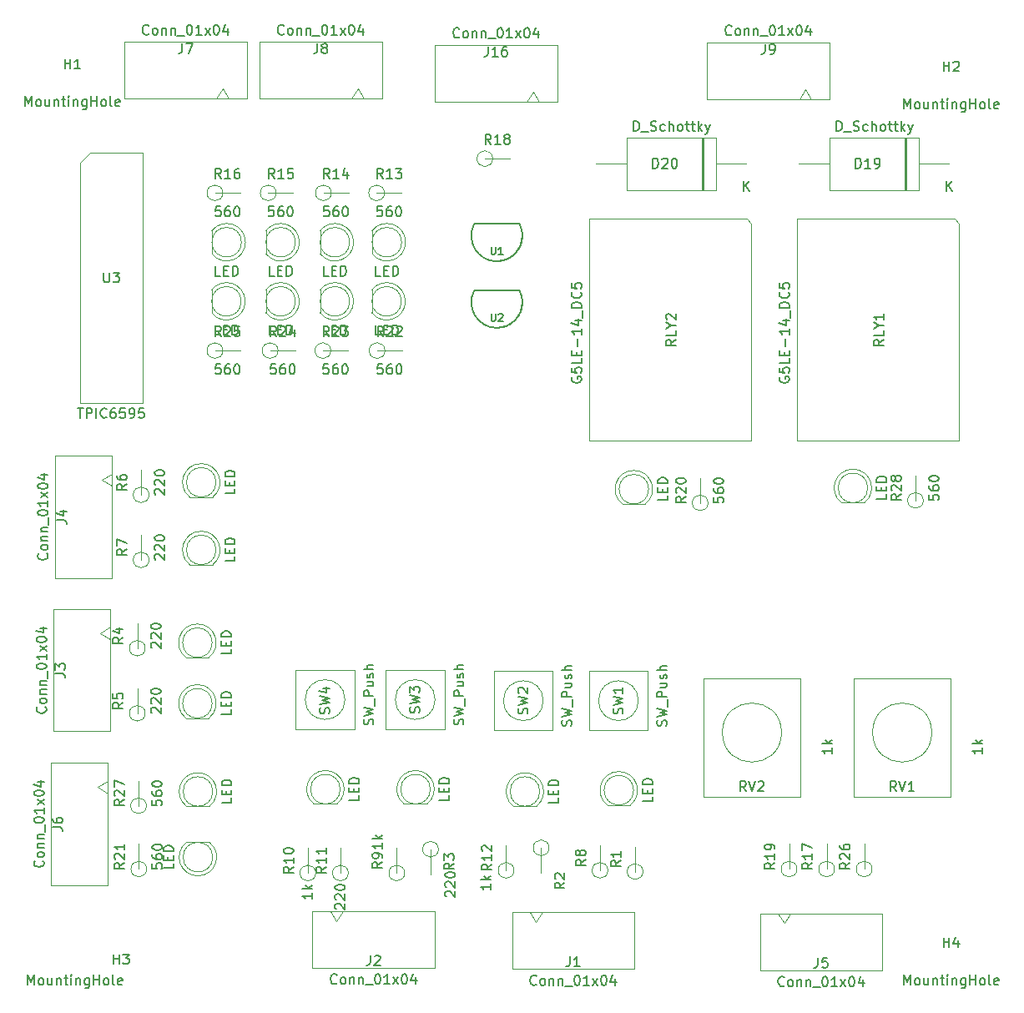
<source format=gbr>
%TF.GenerationSoftware,KiCad,Pcbnew,6.0.7-f9a2dced07~116~ubuntu20.04.1*%
%TF.CreationDate,2022-07-30T14:53:07+01:00*%
%TF.ProjectId,testing_board,74657374-696e-4675-9f62-6f6172642e6b,rev?*%
%TF.SameCoordinates,Original*%
%TF.FileFunction,AssemblyDrawing,Top*%
%FSLAX46Y46*%
G04 Gerber Fmt 4.6, Leading zero omitted, Abs format (unit mm)*
G04 Created by KiCad (PCBNEW 6.0.7-f9a2dced07~116~ubuntu20.04.1) date 2022-07-30 14:53:07*
%MOMM*%
%LPD*%
G01*
G04 APERTURE LIST*
%ADD10C,0.150000*%
%ADD11C,0.100000*%
G04 APERTURE END LIST*
D10*
%TO.C,H4*%
X126024285Y-118552380D02*
X126024285Y-117552380D01*
X126357619Y-118266666D01*
X126690952Y-117552380D01*
X126690952Y-118552380D01*
X127310000Y-118552380D02*
X127214761Y-118504761D01*
X127167142Y-118457142D01*
X127119523Y-118361904D01*
X127119523Y-118076190D01*
X127167142Y-117980952D01*
X127214761Y-117933333D01*
X127310000Y-117885714D01*
X127452857Y-117885714D01*
X127548095Y-117933333D01*
X127595714Y-117980952D01*
X127643333Y-118076190D01*
X127643333Y-118361904D01*
X127595714Y-118457142D01*
X127548095Y-118504761D01*
X127452857Y-118552380D01*
X127310000Y-118552380D01*
X128500476Y-117885714D02*
X128500476Y-118552380D01*
X128071904Y-117885714D02*
X128071904Y-118409523D01*
X128119523Y-118504761D01*
X128214761Y-118552380D01*
X128357619Y-118552380D01*
X128452857Y-118504761D01*
X128500476Y-118457142D01*
X128976666Y-117885714D02*
X128976666Y-118552380D01*
X128976666Y-117980952D02*
X129024285Y-117933333D01*
X129119523Y-117885714D01*
X129262380Y-117885714D01*
X129357619Y-117933333D01*
X129405238Y-118028571D01*
X129405238Y-118552380D01*
X129738571Y-117885714D02*
X130119523Y-117885714D01*
X129881428Y-117552380D02*
X129881428Y-118409523D01*
X129929047Y-118504761D01*
X130024285Y-118552380D01*
X130119523Y-118552380D01*
X130452857Y-118552380D02*
X130452857Y-117885714D01*
X130452857Y-117552380D02*
X130405238Y-117600000D01*
X130452857Y-117647619D01*
X130500476Y-117600000D01*
X130452857Y-117552380D01*
X130452857Y-117647619D01*
X130929047Y-117885714D02*
X130929047Y-118552380D01*
X130929047Y-117980952D02*
X130976666Y-117933333D01*
X131071904Y-117885714D01*
X131214761Y-117885714D01*
X131310000Y-117933333D01*
X131357619Y-118028571D01*
X131357619Y-118552380D01*
X132262380Y-117885714D02*
X132262380Y-118695238D01*
X132214761Y-118790476D01*
X132167142Y-118838095D01*
X132071904Y-118885714D01*
X131929047Y-118885714D01*
X131833809Y-118838095D01*
X132262380Y-118504761D02*
X132167142Y-118552380D01*
X131976666Y-118552380D01*
X131881428Y-118504761D01*
X131833809Y-118457142D01*
X131786190Y-118361904D01*
X131786190Y-118076190D01*
X131833809Y-117980952D01*
X131881428Y-117933333D01*
X131976666Y-117885714D01*
X132167142Y-117885714D01*
X132262380Y-117933333D01*
X132738571Y-118552380D02*
X132738571Y-117552380D01*
X132738571Y-118028571D02*
X133310000Y-118028571D01*
X133310000Y-118552380D02*
X133310000Y-117552380D01*
X133929047Y-118552380D02*
X133833809Y-118504761D01*
X133786190Y-118457142D01*
X133738571Y-118361904D01*
X133738571Y-118076190D01*
X133786190Y-117980952D01*
X133833809Y-117933333D01*
X133929047Y-117885714D01*
X134071904Y-117885714D01*
X134167142Y-117933333D01*
X134214761Y-117980952D01*
X134262380Y-118076190D01*
X134262380Y-118361904D01*
X134214761Y-118457142D01*
X134167142Y-118504761D01*
X134071904Y-118552380D01*
X133929047Y-118552380D01*
X134833809Y-118552380D02*
X134738571Y-118504761D01*
X134690952Y-118409523D01*
X134690952Y-117552380D01*
X135595714Y-118504761D02*
X135500476Y-118552380D01*
X135310000Y-118552380D01*
X135214761Y-118504761D01*
X135167142Y-118409523D01*
X135167142Y-118028571D01*
X135214761Y-117933333D01*
X135310000Y-117885714D01*
X135500476Y-117885714D01*
X135595714Y-117933333D01*
X135643333Y-118028571D01*
X135643333Y-118123809D01*
X135167142Y-118219047D01*
X130048095Y-114752380D02*
X130048095Y-113752380D01*
X130048095Y-114228571D02*
X130619523Y-114228571D01*
X130619523Y-114752380D02*
X130619523Y-113752380D01*
X131524285Y-114085714D02*
X131524285Y-114752380D01*
X131286190Y-113704761D02*
X131048095Y-114419047D01*
X131667142Y-114419047D01*
%TO.C,H3*%
X37124285Y-118552380D02*
X37124285Y-117552380D01*
X37457619Y-118266666D01*
X37790952Y-117552380D01*
X37790952Y-118552380D01*
X38410000Y-118552380D02*
X38314761Y-118504761D01*
X38267142Y-118457142D01*
X38219523Y-118361904D01*
X38219523Y-118076190D01*
X38267142Y-117980952D01*
X38314761Y-117933333D01*
X38410000Y-117885714D01*
X38552857Y-117885714D01*
X38648095Y-117933333D01*
X38695714Y-117980952D01*
X38743333Y-118076190D01*
X38743333Y-118361904D01*
X38695714Y-118457142D01*
X38648095Y-118504761D01*
X38552857Y-118552380D01*
X38410000Y-118552380D01*
X39600476Y-117885714D02*
X39600476Y-118552380D01*
X39171904Y-117885714D02*
X39171904Y-118409523D01*
X39219523Y-118504761D01*
X39314761Y-118552380D01*
X39457619Y-118552380D01*
X39552857Y-118504761D01*
X39600476Y-118457142D01*
X40076666Y-117885714D02*
X40076666Y-118552380D01*
X40076666Y-117980952D02*
X40124285Y-117933333D01*
X40219523Y-117885714D01*
X40362380Y-117885714D01*
X40457619Y-117933333D01*
X40505238Y-118028571D01*
X40505238Y-118552380D01*
X40838571Y-117885714D02*
X41219523Y-117885714D01*
X40981428Y-117552380D02*
X40981428Y-118409523D01*
X41029047Y-118504761D01*
X41124285Y-118552380D01*
X41219523Y-118552380D01*
X41552857Y-118552380D02*
X41552857Y-117885714D01*
X41552857Y-117552380D02*
X41505238Y-117600000D01*
X41552857Y-117647619D01*
X41600476Y-117600000D01*
X41552857Y-117552380D01*
X41552857Y-117647619D01*
X42029047Y-117885714D02*
X42029047Y-118552380D01*
X42029047Y-117980952D02*
X42076666Y-117933333D01*
X42171904Y-117885714D01*
X42314761Y-117885714D01*
X42410000Y-117933333D01*
X42457619Y-118028571D01*
X42457619Y-118552380D01*
X43362380Y-117885714D02*
X43362380Y-118695238D01*
X43314761Y-118790476D01*
X43267142Y-118838095D01*
X43171904Y-118885714D01*
X43029047Y-118885714D01*
X42933809Y-118838095D01*
X43362380Y-118504761D02*
X43267142Y-118552380D01*
X43076666Y-118552380D01*
X42981428Y-118504761D01*
X42933809Y-118457142D01*
X42886190Y-118361904D01*
X42886190Y-118076190D01*
X42933809Y-117980952D01*
X42981428Y-117933333D01*
X43076666Y-117885714D01*
X43267142Y-117885714D01*
X43362380Y-117933333D01*
X43838571Y-118552380D02*
X43838571Y-117552380D01*
X43838571Y-118028571D02*
X44410000Y-118028571D01*
X44410000Y-118552380D02*
X44410000Y-117552380D01*
X45029047Y-118552380D02*
X44933809Y-118504761D01*
X44886190Y-118457142D01*
X44838571Y-118361904D01*
X44838571Y-118076190D01*
X44886190Y-117980952D01*
X44933809Y-117933333D01*
X45029047Y-117885714D01*
X45171904Y-117885714D01*
X45267142Y-117933333D01*
X45314761Y-117980952D01*
X45362380Y-118076190D01*
X45362380Y-118361904D01*
X45314761Y-118457142D01*
X45267142Y-118504761D01*
X45171904Y-118552380D01*
X45029047Y-118552380D01*
X45933809Y-118552380D02*
X45838571Y-118504761D01*
X45790952Y-118409523D01*
X45790952Y-117552380D01*
X46695714Y-118504761D02*
X46600476Y-118552380D01*
X46410000Y-118552380D01*
X46314761Y-118504761D01*
X46267142Y-118409523D01*
X46267142Y-118028571D01*
X46314761Y-117933333D01*
X46410000Y-117885714D01*
X46600476Y-117885714D01*
X46695714Y-117933333D01*
X46743333Y-118028571D01*
X46743333Y-118123809D01*
X46267142Y-118219047D01*
X45838095Y-116452380D02*
X45838095Y-115452380D01*
X45838095Y-115928571D02*
X46409523Y-115928571D01*
X46409523Y-116452380D02*
X46409523Y-115452380D01*
X46790476Y-115452380D02*
X47409523Y-115452380D01*
X47076190Y-115833333D01*
X47219047Y-115833333D01*
X47314285Y-115880952D01*
X47361904Y-115928571D01*
X47409523Y-116023809D01*
X47409523Y-116261904D01*
X47361904Y-116357142D01*
X47314285Y-116404761D01*
X47219047Y-116452380D01*
X46933333Y-116452380D01*
X46838095Y-116404761D01*
X46790476Y-116357142D01*
%TO.C,H2*%
X126024285Y-29652380D02*
X126024285Y-28652380D01*
X126357619Y-29366666D01*
X126690952Y-28652380D01*
X126690952Y-29652380D01*
X127310000Y-29652380D02*
X127214761Y-29604761D01*
X127167142Y-29557142D01*
X127119523Y-29461904D01*
X127119523Y-29176190D01*
X127167142Y-29080952D01*
X127214761Y-29033333D01*
X127310000Y-28985714D01*
X127452857Y-28985714D01*
X127548095Y-29033333D01*
X127595714Y-29080952D01*
X127643333Y-29176190D01*
X127643333Y-29461904D01*
X127595714Y-29557142D01*
X127548095Y-29604761D01*
X127452857Y-29652380D01*
X127310000Y-29652380D01*
X128500476Y-28985714D02*
X128500476Y-29652380D01*
X128071904Y-28985714D02*
X128071904Y-29509523D01*
X128119523Y-29604761D01*
X128214761Y-29652380D01*
X128357619Y-29652380D01*
X128452857Y-29604761D01*
X128500476Y-29557142D01*
X128976666Y-28985714D02*
X128976666Y-29652380D01*
X128976666Y-29080952D02*
X129024285Y-29033333D01*
X129119523Y-28985714D01*
X129262380Y-28985714D01*
X129357619Y-29033333D01*
X129405238Y-29128571D01*
X129405238Y-29652380D01*
X129738571Y-28985714D02*
X130119523Y-28985714D01*
X129881428Y-28652380D02*
X129881428Y-29509523D01*
X129929047Y-29604761D01*
X130024285Y-29652380D01*
X130119523Y-29652380D01*
X130452857Y-29652380D02*
X130452857Y-28985714D01*
X130452857Y-28652380D02*
X130405238Y-28700000D01*
X130452857Y-28747619D01*
X130500476Y-28700000D01*
X130452857Y-28652380D01*
X130452857Y-28747619D01*
X130929047Y-28985714D02*
X130929047Y-29652380D01*
X130929047Y-29080952D02*
X130976666Y-29033333D01*
X131071904Y-28985714D01*
X131214761Y-28985714D01*
X131310000Y-29033333D01*
X131357619Y-29128571D01*
X131357619Y-29652380D01*
X132262380Y-28985714D02*
X132262380Y-29795238D01*
X132214761Y-29890476D01*
X132167142Y-29938095D01*
X132071904Y-29985714D01*
X131929047Y-29985714D01*
X131833809Y-29938095D01*
X132262380Y-29604761D02*
X132167142Y-29652380D01*
X131976666Y-29652380D01*
X131881428Y-29604761D01*
X131833809Y-29557142D01*
X131786190Y-29461904D01*
X131786190Y-29176190D01*
X131833809Y-29080952D01*
X131881428Y-29033333D01*
X131976666Y-28985714D01*
X132167142Y-28985714D01*
X132262380Y-29033333D01*
X132738571Y-29652380D02*
X132738571Y-28652380D01*
X132738571Y-29128571D02*
X133310000Y-29128571D01*
X133310000Y-29652380D02*
X133310000Y-28652380D01*
X133929047Y-29652380D02*
X133833809Y-29604761D01*
X133786190Y-29557142D01*
X133738571Y-29461904D01*
X133738571Y-29176190D01*
X133786190Y-29080952D01*
X133833809Y-29033333D01*
X133929047Y-28985714D01*
X134071904Y-28985714D01*
X134167142Y-29033333D01*
X134214761Y-29080952D01*
X134262380Y-29176190D01*
X134262380Y-29461904D01*
X134214761Y-29557142D01*
X134167142Y-29604761D01*
X134071904Y-29652380D01*
X133929047Y-29652380D01*
X134833809Y-29652380D02*
X134738571Y-29604761D01*
X134690952Y-29509523D01*
X134690952Y-28652380D01*
X135595714Y-29604761D02*
X135500476Y-29652380D01*
X135310000Y-29652380D01*
X135214761Y-29604761D01*
X135167142Y-29509523D01*
X135167142Y-29128571D01*
X135214761Y-29033333D01*
X135310000Y-28985714D01*
X135500476Y-28985714D01*
X135595714Y-29033333D01*
X135643333Y-29128571D01*
X135643333Y-29223809D01*
X135167142Y-29319047D01*
X130048095Y-25852380D02*
X130048095Y-24852380D01*
X130048095Y-25328571D02*
X130619523Y-25328571D01*
X130619523Y-25852380D02*
X130619523Y-24852380D01*
X131048095Y-24947619D02*
X131095714Y-24900000D01*
X131190952Y-24852380D01*
X131429047Y-24852380D01*
X131524285Y-24900000D01*
X131571904Y-24947619D01*
X131619523Y-25042857D01*
X131619523Y-25138095D01*
X131571904Y-25280952D01*
X131000476Y-25852380D01*
X131619523Y-25852380D01*
%TO.C,H1*%
X36870285Y-29398380D02*
X36870285Y-28398380D01*
X37203619Y-29112666D01*
X37536952Y-28398380D01*
X37536952Y-29398380D01*
X38156000Y-29398380D02*
X38060761Y-29350761D01*
X38013142Y-29303142D01*
X37965523Y-29207904D01*
X37965523Y-28922190D01*
X38013142Y-28826952D01*
X38060761Y-28779333D01*
X38156000Y-28731714D01*
X38298857Y-28731714D01*
X38394095Y-28779333D01*
X38441714Y-28826952D01*
X38489333Y-28922190D01*
X38489333Y-29207904D01*
X38441714Y-29303142D01*
X38394095Y-29350761D01*
X38298857Y-29398380D01*
X38156000Y-29398380D01*
X39346476Y-28731714D02*
X39346476Y-29398380D01*
X38917904Y-28731714D02*
X38917904Y-29255523D01*
X38965523Y-29350761D01*
X39060761Y-29398380D01*
X39203619Y-29398380D01*
X39298857Y-29350761D01*
X39346476Y-29303142D01*
X39822666Y-28731714D02*
X39822666Y-29398380D01*
X39822666Y-28826952D02*
X39870285Y-28779333D01*
X39965523Y-28731714D01*
X40108380Y-28731714D01*
X40203619Y-28779333D01*
X40251238Y-28874571D01*
X40251238Y-29398380D01*
X40584571Y-28731714D02*
X40965523Y-28731714D01*
X40727428Y-28398380D02*
X40727428Y-29255523D01*
X40775047Y-29350761D01*
X40870285Y-29398380D01*
X40965523Y-29398380D01*
X41298857Y-29398380D02*
X41298857Y-28731714D01*
X41298857Y-28398380D02*
X41251238Y-28446000D01*
X41298857Y-28493619D01*
X41346476Y-28446000D01*
X41298857Y-28398380D01*
X41298857Y-28493619D01*
X41775047Y-28731714D02*
X41775047Y-29398380D01*
X41775047Y-28826952D02*
X41822666Y-28779333D01*
X41917904Y-28731714D01*
X42060761Y-28731714D01*
X42156000Y-28779333D01*
X42203619Y-28874571D01*
X42203619Y-29398380D01*
X43108380Y-28731714D02*
X43108380Y-29541238D01*
X43060761Y-29636476D01*
X43013142Y-29684095D01*
X42917904Y-29731714D01*
X42775047Y-29731714D01*
X42679809Y-29684095D01*
X43108380Y-29350761D02*
X43013142Y-29398380D01*
X42822666Y-29398380D01*
X42727428Y-29350761D01*
X42679809Y-29303142D01*
X42632190Y-29207904D01*
X42632190Y-28922190D01*
X42679809Y-28826952D01*
X42727428Y-28779333D01*
X42822666Y-28731714D01*
X43013142Y-28731714D01*
X43108380Y-28779333D01*
X43584571Y-29398380D02*
X43584571Y-28398380D01*
X43584571Y-28874571D02*
X44156000Y-28874571D01*
X44156000Y-29398380D02*
X44156000Y-28398380D01*
X44775047Y-29398380D02*
X44679809Y-29350761D01*
X44632190Y-29303142D01*
X44584571Y-29207904D01*
X44584571Y-28922190D01*
X44632190Y-28826952D01*
X44679809Y-28779333D01*
X44775047Y-28731714D01*
X44917904Y-28731714D01*
X45013142Y-28779333D01*
X45060761Y-28826952D01*
X45108380Y-28922190D01*
X45108380Y-29207904D01*
X45060761Y-29303142D01*
X45013142Y-29350761D01*
X44917904Y-29398380D01*
X44775047Y-29398380D01*
X45679809Y-29398380D02*
X45584571Y-29350761D01*
X45536952Y-29255523D01*
X45536952Y-28398380D01*
X46441714Y-29350761D02*
X46346476Y-29398380D01*
X46156000Y-29398380D01*
X46060761Y-29350761D01*
X46013142Y-29255523D01*
X46013142Y-28874571D01*
X46060761Y-28779333D01*
X46156000Y-28731714D01*
X46346476Y-28731714D01*
X46441714Y-28779333D01*
X46489333Y-28874571D01*
X46489333Y-28969809D01*
X46013142Y-29065047D01*
X40894095Y-25598380D02*
X40894095Y-24598380D01*
X40894095Y-25074571D02*
X41465523Y-25074571D01*
X41465523Y-25598380D02*
X41465523Y-24598380D01*
X42465523Y-25598380D02*
X41894095Y-25598380D01*
X42179809Y-25598380D02*
X42179809Y-24598380D01*
X42084571Y-24741238D01*
X41989333Y-24836476D01*
X41894095Y-24884095D01*
%TO.C,D1*%
X100511380Y-99448857D02*
X100511380Y-99925047D01*
X99511380Y-99925047D01*
X99987571Y-99115523D02*
X99987571Y-98782190D01*
X100511380Y-98639333D02*
X100511380Y-99115523D01*
X99511380Y-99115523D01*
X99511380Y-98639333D01*
X100511380Y-98210761D02*
X99511380Y-98210761D01*
X99511380Y-97972666D01*
X99559000Y-97829809D01*
X99654238Y-97734571D01*
X99749476Y-97686952D01*
X99939952Y-97639333D01*
X100082809Y-97639333D01*
X100273285Y-97686952D01*
X100368523Y-97734571D01*
X100463761Y-97829809D01*
X100511380Y-97972666D01*
X100511380Y-98210761D01*
%TO.C,D3*%
X79890380Y-99340857D02*
X79890380Y-99817047D01*
X78890380Y-99817047D01*
X79366571Y-99007523D02*
X79366571Y-98674190D01*
X79890380Y-98531333D02*
X79890380Y-99007523D01*
X78890380Y-99007523D01*
X78890380Y-98531333D01*
X79890380Y-98102761D02*
X78890380Y-98102761D01*
X78890380Y-97864666D01*
X78938000Y-97721809D01*
X79033238Y-97626571D01*
X79128476Y-97578952D01*
X79318952Y-97531333D01*
X79461809Y-97531333D01*
X79652285Y-97578952D01*
X79747523Y-97626571D01*
X79842761Y-97721809D01*
X79890380Y-97864666D01*
X79890380Y-98102761D01*
%TO.C,D4*%
X57758380Y-84475857D02*
X57758380Y-84952047D01*
X56758380Y-84952047D01*
X57234571Y-84142523D02*
X57234571Y-83809190D01*
X57758380Y-83666333D02*
X57758380Y-84142523D01*
X56758380Y-84142523D01*
X56758380Y-83666333D01*
X57758380Y-83237761D02*
X56758380Y-83237761D01*
X56758380Y-82999666D01*
X56806000Y-82856809D01*
X56901238Y-82761571D01*
X56996476Y-82713952D01*
X57186952Y-82666333D01*
X57329809Y-82666333D01*
X57520285Y-82713952D01*
X57615523Y-82761571D01*
X57710761Y-82856809D01*
X57758380Y-82999666D01*
X57758380Y-83237761D01*
%TO.C,D5*%
X57758380Y-90626857D02*
X57758380Y-91103047D01*
X56758380Y-91103047D01*
X57234571Y-90293523D02*
X57234571Y-89960190D01*
X57758380Y-89817333D02*
X57758380Y-90293523D01*
X56758380Y-90293523D01*
X56758380Y-89817333D01*
X57758380Y-89388761D02*
X56758380Y-89388761D01*
X56758380Y-89150666D01*
X56806000Y-89007809D01*
X56901238Y-88912571D01*
X56996476Y-88864952D01*
X57186952Y-88817333D01*
X57329809Y-88817333D01*
X57520285Y-88864952D01*
X57615523Y-88912571D01*
X57710761Y-89007809D01*
X57758380Y-89150666D01*
X57758380Y-89388761D01*
%TO.C,D6*%
X58149380Y-68206857D02*
X58149380Y-68683047D01*
X57149380Y-68683047D01*
X57625571Y-67873523D02*
X57625571Y-67540190D01*
X58149380Y-67397333D02*
X58149380Y-67873523D01*
X57149380Y-67873523D01*
X57149380Y-67397333D01*
X58149380Y-66968761D02*
X57149380Y-66968761D01*
X57149380Y-66730666D01*
X57197000Y-66587809D01*
X57292238Y-66492571D01*
X57387476Y-66444952D01*
X57577952Y-66397333D01*
X57720809Y-66397333D01*
X57911285Y-66444952D01*
X58006523Y-66492571D01*
X58101761Y-66587809D01*
X58149380Y-66730666D01*
X58149380Y-66968761D01*
%TO.C,D7*%
X58149380Y-75064857D02*
X58149380Y-75541047D01*
X57149380Y-75541047D01*
X57625571Y-74731523D02*
X57625571Y-74398190D01*
X58149380Y-74255333D02*
X58149380Y-74731523D01*
X57149380Y-74731523D01*
X57149380Y-74255333D01*
X58149380Y-73826761D02*
X57149380Y-73826761D01*
X57149380Y-73588666D01*
X57197000Y-73445809D01*
X57292238Y-73350571D01*
X57387476Y-73302952D01*
X57577952Y-73255333D01*
X57720809Y-73255333D01*
X57911285Y-73302952D01*
X58006523Y-73350571D01*
X58101761Y-73445809D01*
X58149380Y-73588666D01*
X58149380Y-73826761D01*
%TO.C,D8*%
X70746380Y-99340857D02*
X70746380Y-99817047D01*
X69746380Y-99817047D01*
X70222571Y-99007523D02*
X70222571Y-98674190D01*
X70746380Y-98531333D02*
X70746380Y-99007523D01*
X69746380Y-99007523D01*
X69746380Y-98531333D01*
X70746380Y-98102761D02*
X69746380Y-98102761D01*
X69746380Y-97864666D01*
X69794000Y-97721809D01*
X69889238Y-97626571D01*
X69984476Y-97578952D01*
X70174952Y-97531333D01*
X70317809Y-97531333D01*
X70508285Y-97578952D01*
X70603523Y-97626571D01*
X70698761Y-97721809D01*
X70746380Y-97864666D01*
X70746380Y-98102761D01*
%TO.C,D9*%
X72927142Y-46612380D02*
X72450952Y-46612380D01*
X72450952Y-45612380D01*
X73260476Y-46088571D02*
X73593809Y-46088571D01*
X73736666Y-46612380D02*
X73260476Y-46612380D01*
X73260476Y-45612380D01*
X73736666Y-45612380D01*
X74165238Y-46612380D02*
X74165238Y-45612380D01*
X74403333Y-45612380D01*
X74546190Y-45660000D01*
X74641428Y-45755238D01*
X74689047Y-45850476D01*
X74736666Y-46040952D01*
X74736666Y-46183809D01*
X74689047Y-46374285D01*
X74641428Y-46469523D01*
X74546190Y-46564761D01*
X74403333Y-46612380D01*
X74165238Y-46612380D01*
%TO.C,D10*%
X67652142Y-46612380D02*
X67175952Y-46612380D01*
X67175952Y-45612380D01*
X67985476Y-46088571D02*
X68318809Y-46088571D01*
X68461666Y-46612380D02*
X67985476Y-46612380D01*
X67985476Y-45612380D01*
X68461666Y-45612380D01*
X68890238Y-46612380D02*
X68890238Y-45612380D01*
X69128333Y-45612380D01*
X69271190Y-45660000D01*
X69366428Y-45755238D01*
X69414047Y-45850476D01*
X69461666Y-46040952D01*
X69461666Y-46183809D01*
X69414047Y-46374285D01*
X69366428Y-46469523D01*
X69271190Y-46564761D01*
X69128333Y-46612380D01*
X68890238Y-46612380D01*
%TO.C,D11*%
X62152142Y-46612380D02*
X61675952Y-46612380D01*
X61675952Y-45612380D01*
X62485476Y-46088571D02*
X62818809Y-46088571D01*
X62961666Y-46612380D02*
X62485476Y-46612380D01*
X62485476Y-45612380D01*
X62961666Y-45612380D01*
X63390238Y-46612380D02*
X63390238Y-45612380D01*
X63628333Y-45612380D01*
X63771190Y-45660000D01*
X63866428Y-45755238D01*
X63914047Y-45850476D01*
X63961666Y-46040952D01*
X63961666Y-46183809D01*
X63914047Y-46374285D01*
X63866428Y-46469523D01*
X63771190Y-46564761D01*
X63628333Y-46612380D01*
X63390238Y-46612380D01*
%TO.C,D12*%
X56677142Y-46612380D02*
X56200952Y-46612380D01*
X56200952Y-45612380D01*
X57010476Y-46088571D02*
X57343809Y-46088571D01*
X57486666Y-46612380D02*
X57010476Y-46612380D01*
X57010476Y-45612380D01*
X57486666Y-45612380D01*
X57915238Y-46612380D02*
X57915238Y-45612380D01*
X58153333Y-45612380D01*
X58296190Y-45660000D01*
X58391428Y-45755238D01*
X58439047Y-45850476D01*
X58486666Y-46040952D01*
X58486666Y-46183809D01*
X58439047Y-46374285D01*
X58391428Y-46469523D01*
X58296190Y-46564761D01*
X58153333Y-46612380D01*
X57915238Y-46612380D01*
%TO.C,D13*%
X57812380Y-99572857D02*
X57812380Y-100049047D01*
X56812380Y-100049047D01*
X57288571Y-99239523D02*
X57288571Y-98906190D01*
X57812380Y-98763333D02*
X57812380Y-99239523D01*
X56812380Y-99239523D01*
X56812380Y-98763333D01*
X57812380Y-98334761D02*
X56812380Y-98334761D01*
X56812380Y-98096666D01*
X56860000Y-97953809D01*
X56955238Y-97858571D01*
X57050476Y-97810952D01*
X57240952Y-97763333D01*
X57383809Y-97763333D01*
X57574285Y-97810952D01*
X57669523Y-97858571D01*
X57764761Y-97953809D01*
X57812380Y-98096666D01*
X57812380Y-98334761D01*
%TO.C,D14*%
X51892380Y-106237857D02*
X51892380Y-106714047D01*
X50892380Y-106714047D01*
X51368571Y-105904523D02*
X51368571Y-105571190D01*
X51892380Y-105428333D02*
X51892380Y-105904523D01*
X50892380Y-105904523D01*
X50892380Y-105428333D01*
X51892380Y-104999761D02*
X50892380Y-104999761D01*
X50892380Y-104761666D01*
X50940000Y-104618809D01*
X51035238Y-104523571D01*
X51130476Y-104475952D01*
X51320952Y-104428333D01*
X51463809Y-104428333D01*
X51654285Y-104475952D01*
X51749523Y-104523571D01*
X51844761Y-104618809D01*
X51892380Y-104761666D01*
X51892380Y-104999761D01*
%TO.C,D15*%
X72902142Y-52612380D02*
X72425952Y-52612380D01*
X72425952Y-51612380D01*
X73235476Y-52088571D02*
X73568809Y-52088571D01*
X73711666Y-52612380D02*
X73235476Y-52612380D01*
X73235476Y-51612380D01*
X73711666Y-51612380D01*
X74140238Y-52612380D02*
X74140238Y-51612380D01*
X74378333Y-51612380D01*
X74521190Y-51660000D01*
X74616428Y-51755238D01*
X74664047Y-51850476D01*
X74711666Y-52040952D01*
X74711666Y-52183809D01*
X74664047Y-52374285D01*
X74616428Y-52469523D01*
X74521190Y-52564761D01*
X74378333Y-52612380D01*
X74140238Y-52612380D01*
%TO.C,D16*%
X67652142Y-52612380D02*
X67175952Y-52612380D01*
X67175952Y-51612380D01*
X67985476Y-52088571D02*
X68318809Y-52088571D01*
X68461666Y-52612380D02*
X67985476Y-52612380D01*
X67985476Y-51612380D01*
X68461666Y-51612380D01*
X68890238Y-52612380D02*
X68890238Y-51612380D01*
X69128333Y-51612380D01*
X69271190Y-51660000D01*
X69366428Y-51755238D01*
X69414047Y-51850476D01*
X69461666Y-52040952D01*
X69461666Y-52183809D01*
X69414047Y-52374285D01*
X69366428Y-52469523D01*
X69271190Y-52564761D01*
X69128333Y-52612380D01*
X68890238Y-52612380D01*
%TO.C,D17*%
X62152142Y-52612380D02*
X61675952Y-52612380D01*
X61675952Y-51612380D01*
X62485476Y-52088571D02*
X62818809Y-52088571D01*
X62961666Y-52612380D02*
X62485476Y-52612380D01*
X62485476Y-51612380D01*
X62961666Y-51612380D01*
X63390238Y-52612380D02*
X63390238Y-51612380D01*
X63628333Y-51612380D01*
X63771190Y-51660000D01*
X63866428Y-51755238D01*
X63914047Y-51850476D01*
X63961666Y-52040952D01*
X63961666Y-52183809D01*
X63914047Y-52374285D01*
X63866428Y-52469523D01*
X63771190Y-52564761D01*
X63628333Y-52612380D01*
X63390238Y-52612380D01*
%TO.C,D18*%
X56652142Y-52612380D02*
X56175952Y-52612380D01*
X56175952Y-51612380D01*
X56985476Y-52088571D02*
X57318809Y-52088571D01*
X57461666Y-52612380D02*
X56985476Y-52612380D01*
X56985476Y-51612380D01*
X57461666Y-51612380D01*
X57890238Y-52612380D02*
X57890238Y-51612380D01*
X58128333Y-51612380D01*
X58271190Y-51660000D01*
X58366428Y-51755238D01*
X58414047Y-51850476D01*
X58461666Y-52040952D01*
X58461666Y-52183809D01*
X58414047Y-52374285D01*
X58366428Y-52469523D01*
X58271190Y-52564761D01*
X58128333Y-52612380D01*
X57890238Y-52612380D01*
%TO.C,J1*%
X88728904Y-118495142D02*
X88681285Y-118542761D01*
X88538428Y-118590380D01*
X88443190Y-118590380D01*
X88300333Y-118542761D01*
X88205095Y-118447523D01*
X88157476Y-118352285D01*
X88109857Y-118161809D01*
X88109857Y-118018952D01*
X88157476Y-117828476D01*
X88205095Y-117733238D01*
X88300333Y-117638000D01*
X88443190Y-117590380D01*
X88538428Y-117590380D01*
X88681285Y-117638000D01*
X88728904Y-117685619D01*
X89300333Y-118590380D02*
X89205095Y-118542761D01*
X89157476Y-118495142D01*
X89109857Y-118399904D01*
X89109857Y-118114190D01*
X89157476Y-118018952D01*
X89205095Y-117971333D01*
X89300333Y-117923714D01*
X89443190Y-117923714D01*
X89538428Y-117971333D01*
X89586047Y-118018952D01*
X89633666Y-118114190D01*
X89633666Y-118399904D01*
X89586047Y-118495142D01*
X89538428Y-118542761D01*
X89443190Y-118590380D01*
X89300333Y-118590380D01*
X90062238Y-117923714D02*
X90062238Y-118590380D01*
X90062238Y-118018952D02*
X90109857Y-117971333D01*
X90205095Y-117923714D01*
X90347952Y-117923714D01*
X90443190Y-117971333D01*
X90490809Y-118066571D01*
X90490809Y-118590380D01*
X90967000Y-117923714D02*
X90967000Y-118590380D01*
X90967000Y-118018952D02*
X91014619Y-117971333D01*
X91109857Y-117923714D01*
X91252714Y-117923714D01*
X91347952Y-117971333D01*
X91395571Y-118066571D01*
X91395571Y-118590380D01*
X91633666Y-118685619D02*
X92395571Y-118685619D01*
X92824142Y-117590380D02*
X92919380Y-117590380D01*
X93014619Y-117638000D01*
X93062238Y-117685619D01*
X93109857Y-117780857D01*
X93157476Y-117971333D01*
X93157476Y-118209428D01*
X93109857Y-118399904D01*
X93062238Y-118495142D01*
X93014619Y-118542761D01*
X92919380Y-118590380D01*
X92824142Y-118590380D01*
X92728904Y-118542761D01*
X92681285Y-118495142D01*
X92633666Y-118399904D01*
X92586047Y-118209428D01*
X92586047Y-117971333D01*
X92633666Y-117780857D01*
X92681285Y-117685619D01*
X92728904Y-117638000D01*
X92824142Y-117590380D01*
X94109857Y-118590380D02*
X93538428Y-118590380D01*
X93824142Y-118590380D02*
X93824142Y-117590380D01*
X93728904Y-117733238D01*
X93633666Y-117828476D01*
X93538428Y-117876095D01*
X94443190Y-118590380D02*
X94967000Y-117923714D01*
X94443190Y-117923714D02*
X94967000Y-118590380D01*
X95538428Y-117590380D02*
X95633666Y-117590380D01*
X95728904Y-117638000D01*
X95776523Y-117685619D01*
X95824142Y-117780857D01*
X95871761Y-117971333D01*
X95871761Y-118209428D01*
X95824142Y-118399904D01*
X95776523Y-118495142D01*
X95728904Y-118542761D01*
X95633666Y-118590380D01*
X95538428Y-118590380D01*
X95443190Y-118542761D01*
X95395571Y-118495142D01*
X95347952Y-118399904D01*
X95300333Y-118209428D01*
X95300333Y-117971333D01*
X95347952Y-117780857D01*
X95395571Y-117685619D01*
X95443190Y-117638000D01*
X95538428Y-117590380D01*
X96728904Y-117923714D02*
X96728904Y-118590380D01*
X96490809Y-117542761D02*
X96252714Y-118257047D01*
X96871761Y-118257047D01*
X92133666Y-115690380D02*
X92133666Y-116404666D01*
X92086047Y-116547523D01*
X91990809Y-116642761D01*
X91847952Y-116690380D01*
X91752714Y-116690380D01*
X93133666Y-116690380D02*
X92562238Y-116690380D01*
X92847952Y-116690380D02*
X92847952Y-115690380D01*
X92752714Y-115833238D01*
X92657476Y-115928476D01*
X92562238Y-115976095D01*
%TO.C,J2*%
X68488904Y-118368142D02*
X68441285Y-118415761D01*
X68298428Y-118463380D01*
X68203190Y-118463380D01*
X68060333Y-118415761D01*
X67965095Y-118320523D01*
X67917476Y-118225285D01*
X67869857Y-118034809D01*
X67869857Y-117891952D01*
X67917476Y-117701476D01*
X67965095Y-117606238D01*
X68060333Y-117511000D01*
X68203190Y-117463380D01*
X68298428Y-117463380D01*
X68441285Y-117511000D01*
X68488904Y-117558619D01*
X69060333Y-118463380D02*
X68965095Y-118415761D01*
X68917476Y-118368142D01*
X68869857Y-118272904D01*
X68869857Y-117987190D01*
X68917476Y-117891952D01*
X68965095Y-117844333D01*
X69060333Y-117796714D01*
X69203190Y-117796714D01*
X69298428Y-117844333D01*
X69346047Y-117891952D01*
X69393666Y-117987190D01*
X69393666Y-118272904D01*
X69346047Y-118368142D01*
X69298428Y-118415761D01*
X69203190Y-118463380D01*
X69060333Y-118463380D01*
X69822238Y-117796714D02*
X69822238Y-118463380D01*
X69822238Y-117891952D02*
X69869857Y-117844333D01*
X69965095Y-117796714D01*
X70107952Y-117796714D01*
X70203190Y-117844333D01*
X70250809Y-117939571D01*
X70250809Y-118463380D01*
X70727000Y-117796714D02*
X70727000Y-118463380D01*
X70727000Y-117891952D02*
X70774619Y-117844333D01*
X70869857Y-117796714D01*
X71012714Y-117796714D01*
X71107952Y-117844333D01*
X71155571Y-117939571D01*
X71155571Y-118463380D01*
X71393666Y-118558619D02*
X72155571Y-118558619D01*
X72584142Y-117463380D02*
X72679380Y-117463380D01*
X72774619Y-117511000D01*
X72822238Y-117558619D01*
X72869857Y-117653857D01*
X72917476Y-117844333D01*
X72917476Y-118082428D01*
X72869857Y-118272904D01*
X72822238Y-118368142D01*
X72774619Y-118415761D01*
X72679380Y-118463380D01*
X72584142Y-118463380D01*
X72488904Y-118415761D01*
X72441285Y-118368142D01*
X72393666Y-118272904D01*
X72346047Y-118082428D01*
X72346047Y-117844333D01*
X72393666Y-117653857D01*
X72441285Y-117558619D01*
X72488904Y-117511000D01*
X72584142Y-117463380D01*
X73869857Y-118463380D02*
X73298428Y-118463380D01*
X73584142Y-118463380D02*
X73584142Y-117463380D01*
X73488904Y-117606238D01*
X73393666Y-117701476D01*
X73298428Y-117749095D01*
X74203190Y-118463380D02*
X74727000Y-117796714D01*
X74203190Y-117796714D02*
X74727000Y-118463380D01*
X75298428Y-117463380D02*
X75393666Y-117463380D01*
X75488904Y-117511000D01*
X75536523Y-117558619D01*
X75584142Y-117653857D01*
X75631761Y-117844333D01*
X75631761Y-118082428D01*
X75584142Y-118272904D01*
X75536523Y-118368142D01*
X75488904Y-118415761D01*
X75393666Y-118463380D01*
X75298428Y-118463380D01*
X75203190Y-118415761D01*
X75155571Y-118368142D01*
X75107952Y-118272904D01*
X75060333Y-118082428D01*
X75060333Y-117844333D01*
X75107952Y-117653857D01*
X75155571Y-117558619D01*
X75203190Y-117511000D01*
X75298428Y-117463380D01*
X76488904Y-117796714D02*
X76488904Y-118463380D01*
X76250809Y-117415761D02*
X76012714Y-118130047D01*
X76631761Y-118130047D01*
X71893666Y-115563380D02*
X71893666Y-116277666D01*
X71846047Y-116420523D01*
X71750809Y-116515761D01*
X71607952Y-116563380D01*
X71512714Y-116563380D01*
X72322238Y-115658619D02*
X72369857Y-115611000D01*
X72465095Y-115563380D01*
X72703190Y-115563380D01*
X72798428Y-115611000D01*
X72846047Y-115658619D01*
X72893666Y-115753857D01*
X72893666Y-115849095D01*
X72846047Y-115991952D01*
X72274619Y-116563380D01*
X72893666Y-116563380D01*
%TO.C,J3*%
X38927142Y-90360095D02*
X38974761Y-90407714D01*
X39022380Y-90550571D01*
X39022380Y-90645809D01*
X38974761Y-90788666D01*
X38879523Y-90883904D01*
X38784285Y-90931523D01*
X38593809Y-90979142D01*
X38450952Y-90979142D01*
X38260476Y-90931523D01*
X38165238Y-90883904D01*
X38070000Y-90788666D01*
X38022380Y-90645809D01*
X38022380Y-90550571D01*
X38070000Y-90407714D01*
X38117619Y-90360095D01*
X39022380Y-89788666D02*
X38974761Y-89883904D01*
X38927142Y-89931523D01*
X38831904Y-89979142D01*
X38546190Y-89979142D01*
X38450952Y-89931523D01*
X38403333Y-89883904D01*
X38355714Y-89788666D01*
X38355714Y-89645809D01*
X38403333Y-89550571D01*
X38450952Y-89502952D01*
X38546190Y-89455333D01*
X38831904Y-89455333D01*
X38927142Y-89502952D01*
X38974761Y-89550571D01*
X39022380Y-89645809D01*
X39022380Y-89788666D01*
X38355714Y-89026761D02*
X39022380Y-89026761D01*
X38450952Y-89026761D02*
X38403333Y-88979142D01*
X38355714Y-88883904D01*
X38355714Y-88741047D01*
X38403333Y-88645809D01*
X38498571Y-88598190D01*
X39022380Y-88598190D01*
X38355714Y-88122000D02*
X39022380Y-88122000D01*
X38450952Y-88122000D02*
X38403333Y-88074380D01*
X38355714Y-87979142D01*
X38355714Y-87836285D01*
X38403333Y-87741047D01*
X38498571Y-87693428D01*
X39022380Y-87693428D01*
X39117619Y-87455333D02*
X39117619Y-86693428D01*
X38022380Y-86264857D02*
X38022380Y-86169619D01*
X38070000Y-86074380D01*
X38117619Y-86026761D01*
X38212857Y-85979142D01*
X38403333Y-85931523D01*
X38641428Y-85931523D01*
X38831904Y-85979142D01*
X38927142Y-86026761D01*
X38974761Y-86074380D01*
X39022380Y-86169619D01*
X39022380Y-86264857D01*
X38974761Y-86360095D01*
X38927142Y-86407714D01*
X38831904Y-86455333D01*
X38641428Y-86502952D01*
X38403333Y-86502952D01*
X38212857Y-86455333D01*
X38117619Y-86407714D01*
X38070000Y-86360095D01*
X38022380Y-86264857D01*
X39022380Y-84979142D02*
X39022380Y-85550571D01*
X39022380Y-85264857D02*
X38022380Y-85264857D01*
X38165238Y-85360095D01*
X38260476Y-85455333D01*
X38308095Y-85550571D01*
X39022380Y-84645809D02*
X38355714Y-84122000D01*
X38355714Y-84645809D02*
X39022380Y-84122000D01*
X38022380Y-83550571D02*
X38022380Y-83455333D01*
X38070000Y-83360095D01*
X38117619Y-83312476D01*
X38212857Y-83264857D01*
X38403333Y-83217238D01*
X38641428Y-83217238D01*
X38831904Y-83264857D01*
X38927142Y-83312476D01*
X38974761Y-83360095D01*
X39022380Y-83455333D01*
X39022380Y-83550571D01*
X38974761Y-83645809D01*
X38927142Y-83693428D01*
X38831904Y-83741047D01*
X38641428Y-83788666D01*
X38403333Y-83788666D01*
X38212857Y-83741047D01*
X38117619Y-83693428D01*
X38070000Y-83645809D01*
X38022380Y-83550571D01*
X38355714Y-82360095D02*
X39022380Y-82360095D01*
X37974761Y-82598190D02*
X38689047Y-82836285D01*
X38689047Y-82217238D01*
X39922380Y-86955333D02*
X40636666Y-86955333D01*
X40779523Y-87002952D01*
X40874761Y-87098190D01*
X40922380Y-87241047D01*
X40922380Y-87336285D01*
X39922380Y-86574380D02*
X39922380Y-85955333D01*
X40303333Y-86288666D01*
X40303333Y-86145809D01*
X40350952Y-86050571D01*
X40398571Y-86002952D01*
X40493809Y-85955333D01*
X40731904Y-85955333D01*
X40827142Y-86002952D01*
X40874761Y-86050571D01*
X40922380Y-86145809D01*
X40922380Y-86431523D01*
X40874761Y-86526761D01*
X40827142Y-86574380D01*
%TO.C,J4*%
X39064142Y-74798095D02*
X39111761Y-74845714D01*
X39159380Y-74988571D01*
X39159380Y-75083809D01*
X39111761Y-75226666D01*
X39016523Y-75321904D01*
X38921285Y-75369523D01*
X38730809Y-75417142D01*
X38587952Y-75417142D01*
X38397476Y-75369523D01*
X38302238Y-75321904D01*
X38207000Y-75226666D01*
X38159380Y-75083809D01*
X38159380Y-74988571D01*
X38207000Y-74845714D01*
X38254619Y-74798095D01*
X39159380Y-74226666D02*
X39111761Y-74321904D01*
X39064142Y-74369523D01*
X38968904Y-74417142D01*
X38683190Y-74417142D01*
X38587952Y-74369523D01*
X38540333Y-74321904D01*
X38492714Y-74226666D01*
X38492714Y-74083809D01*
X38540333Y-73988571D01*
X38587952Y-73940952D01*
X38683190Y-73893333D01*
X38968904Y-73893333D01*
X39064142Y-73940952D01*
X39111761Y-73988571D01*
X39159380Y-74083809D01*
X39159380Y-74226666D01*
X38492714Y-73464761D02*
X39159380Y-73464761D01*
X38587952Y-73464761D02*
X38540333Y-73417142D01*
X38492714Y-73321904D01*
X38492714Y-73179047D01*
X38540333Y-73083809D01*
X38635571Y-73036190D01*
X39159380Y-73036190D01*
X38492714Y-72560000D02*
X39159380Y-72560000D01*
X38587952Y-72560000D02*
X38540333Y-72512380D01*
X38492714Y-72417142D01*
X38492714Y-72274285D01*
X38540333Y-72179047D01*
X38635571Y-72131428D01*
X39159380Y-72131428D01*
X39254619Y-71893333D02*
X39254619Y-71131428D01*
X38159380Y-70702857D02*
X38159380Y-70607619D01*
X38207000Y-70512380D01*
X38254619Y-70464761D01*
X38349857Y-70417142D01*
X38540333Y-70369523D01*
X38778428Y-70369523D01*
X38968904Y-70417142D01*
X39064142Y-70464761D01*
X39111761Y-70512380D01*
X39159380Y-70607619D01*
X39159380Y-70702857D01*
X39111761Y-70798095D01*
X39064142Y-70845714D01*
X38968904Y-70893333D01*
X38778428Y-70940952D01*
X38540333Y-70940952D01*
X38349857Y-70893333D01*
X38254619Y-70845714D01*
X38207000Y-70798095D01*
X38159380Y-70702857D01*
X39159380Y-69417142D02*
X39159380Y-69988571D01*
X39159380Y-69702857D02*
X38159380Y-69702857D01*
X38302238Y-69798095D01*
X38397476Y-69893333D01*
X38445095Y-69988571D01*
X39159380Y-69083809D02*
X38492714Y-68560000D01*
X38492714Y-69083809D02*
X39159380Y-68560000D01*
X38159380Y-67988571D02*
X38159380Y-67893333D01*
X38207000Y-67798095D01*
X38254619Y-67750476D01*
X38349857Y-67702857D01*
X38540333Y-67655238D01*
X38778428Y-67655238D01*
X38968904Y-67702857D01*
X39064142Y-67750476D01*
X39111761Y-67798095D01*
X39159380Y-67893333D01*
X39159380Y-67988571D01*
X39111761Y-68083809D01*
X39064142Y-68131428D01*
X38968904Y-68179047D01*
X38778428Y-68226666D01*
X38540333Y-68226666D01*
X38349857Y-68179047D01*
X38254619Y-68131428D01*
X38207000Y-68083809D01*
X38159380Y-67988571D01*
X38492714Y-66798095D02*
X39159380Y-66798095D01*
X38111761Y-67036190D02*
X38826047Y-67274285D01*
X38826047Y-66655238D01*
X40059380Y-71393333D02*
X40773666Y-71393333D01*
X40916523Y-71440952D01*
X41011761Y-71536190D01*
X41059380Y-71679047D01*
X41059380Y-71774285D01*
X40392714Y-70488571D02*
X41059380Y-70488571D01*
X40011761Y-70726666D02*
X40726047Y-70964761D01*
X40726047Y-70345714D01*
%TO.C,J5*%
X113881903Y-118615141D02*
X113834284Y-118662760D01*
X113691427Y-118710379D01*
X113596189Y-118710379D01*
X113453332Y-118662760D01*
X113358094Y-118567522D01*
X113310475Y-118472284D01*
X113262856Y-118281808D01*
X113262856Y-118138951D01*
X113310475Y-117948475D01*
X113358094Y-117853237D01*
X113453332Y-117757999D01*
X113596189Y-117710379D01*
X113691427Y-117710379D01*
X113834284Y-117757999D01*
X113881903Y-117805618D01*
X114453332Y-118710379D02*
X114358094Y-118662760D01*
X114310475Y-118615141D01*
X114262856Y-118519903D01*
X114262856Y-118234189D01*
X114310475Y-118138951D01*
X114358094Y-118091332D01*
X114453332Y-118043713D01*
X114596189Y-118043713D01*
X114691427Y-118091332D01*
X114739046Y-118138951D01*
X114786665Y-118234189D01*
X114786665Y-118519903D01*
X114739046Y-118615141D01*
X114691427Y-118662760D01*
X114596189Y-118710379D01*
X114453332Y-118710379D01*
X115215237Y-118043713D02*
X115215237Y-118710379D01*
X115215237Y-118138951D02*
X115262856Y-118091332D01*
X115358094Y-118043713D01*
X115500951Y-118043713D01*
X115596189Y-118091332D01*
X115643808Y-118186570D01*
X115643808Y-118710379D01*
X116119999Y-118043713D02*
X116119999Y-118710379D01*
X116119999Y-118138951D02*
X116167618Y-118091332D01*
X116262856Y-118043713D01*
X116405713Y-118043713D01*
X116500951Y-118091332D01*
X116548570Y-118186570D01*
X116548570Y-118710379D01*
X116786665Y-118805618D02*
X117548570Y-118805618D01*
X117977141Y-117710379D02*
X118072379Y-117710379D01*
X118167618Y-117757999D01*
X118215237Y-117805618D01*
X118262856Y-117900856D01*
X118310475Y-118091332D01*
X118310475Y-118329427D01*
X118262856Y-118519903D01*
X118215237Y-118615141D01*
X118167618Y-118662760D01*
X118072379Y-118710379D01*
X117977141Y-118710379D01*
X117881903Y-118662760D01*
X117834284Y-118615141D01*
X117786665Y-118519903D01*
X117739046Y-118329427D01*
X117739046Y-118091332D01*
X117786665Y-117900856D01*
X117834284Y-117805618D01*
X117881903Y-117757999D01*
X117977141Y-117710379D01*
X119262856Y-118710379D02*
X118691427Y-118710379D01*
X118977141Y-118710379D02*
X118977141Y-117710379D01*
X118881903Y-117853237D01*
X118786665Y-117948475D01*
X118691427Y-117996094D01*
X119596189Y-118710379D02*
X120119999Y-118043713D01*
X119596189Y-118043713D02*
X120119999Y-118710379D01*
X120691427Y-117710379D02*
X120786665Y-117710379D01*
X120881903Y-117757999D01*
X120929522Y-117805618D01*
X120977141Y-117900856D01*
X121024760Y-118091332D01*
X121024760Y-118329427D01*
X120977141Y-118519903D01*
X120929522Y-118615141D01*
X120881903Y-118662760D01*
X120786665Y-118710379D01*
X120691427Y-118710379D01*
X120596189Y-118662760D01*
X120548570Y-118615141D01*
X120500951Y-118519903D01*
X120453332Y-118329427D01*
X120453332Y-118091332D01*
X120500951Y-117900856D01*
X120548570Y-117805618D01*
X120596189Y-117757999D01*
X120691427Y-117710379D01*
X121881903Y-118043713D02*
X121881903Y-118710379D01*
X121643808Y-117662760D02*
X121405713Y-118377046D01*
X122024760Y-118377046D01*
X117286665Y-115810379D02*
X117286665Y-116524665D01*
X117239046Y-116667522D01*
X117143808Y-116762760D01*
X117000951Y-116810379D01*
X116905713Y-116810379D01*
X118239046Y-115810379D02*
X117762856Y-115810379D01*
X117715237Y-116286570D01*
X117762856Y-116238951D01*
X117858094Y-116191332D01*
X118096189Y-116191332D01*
X118191427Y-116238951D01*
X118239046Y-116286570D01*
X118286665Y-116381808D01*
X118286665Y-116619903D01*
X118239046Y-116715141D01*
X118191427Y-116762760D01*
X118096189Y-116810379D01*
X117858094Y-116810379D01*
X117762856Y-116762760D01*
X117715237Y-116715141D01*
%TO.C,R1*%
X97282380Y-105957666D02*
X96806190Y-106291000D01*
X97282380Y-106529095D02*
X96282380Y-106529095D01*
X96282380Y-106148142D01*
X96330000Y-106052904D01*
X96377619Y-106005285D01*
X96472857Y-105957666D01*
X96615714Y-105957666D01*
X96710952Y-106005285D01*
X96758571Y-106052904D01*
X96806190Y-106148142D01*
X96806190Y-106529095D01*
X97282380Y-105005285D02*
X97282380Y-105576714D01*
X97282380Y-105291000D02*
X96282380Y-105291000D01*
X96425238Y-105386238D01*
X96520476Y-105481476D01*
X96568095Y-105576714D01*
%TO.C,R2*%
X91597380Y-108166666D02*
X91121190Y-108500000D01*
X91597380Y-108738095D02*
X90597380Y-108738095D01*
X90597380Y-108357142D01*
X90645000Y-108261904D01*
X90692619Y-108214285D01*
X90787857Y-108166666D01*
X90930714Y-108166666D01*
X91025952Y-108214285D01*
X91073571Y-108261904D01*
X91121190Y-108357142D01*
X91121190Y-108738095D01*
X90692619Y-107785714D02*
X90645000Y-107738095D01*
X90597380Y-107642857D01*
X90597380Y-107404761D01*
X90645000Y-107309523D01*
X90692619Y-107261904D01*
X90787857Y-107214285D01*
X90883095Y-107214285D01*
X91025952Y-107261904D01*
X91597380Y-107833333D01*
X91597380Y-107214285D01*
%TO.C,R3*%
X79581619Y-109588095D02*
X79534000Y-109540476D01*
X79486380Y-109445238D01*
X79486380Y-109207142D01*
X79534000Y-109111904D01*
X79581619Y-109064285D01*
X79676857Y-109016666D01*
X79772095Y-109016666D01*
X79914952Y-109064285D01*
X80486380Y-109635714D01*
X80486380Y-109016666D01*
X79581619Y-108635714D02*
X79534000Y-108588095D01*
X79486380Y-108492857D01*
X79486380Y-108254761D01*
X79534000Y-108159523D01*
X79581619Y-108111904D01*
X79676857Y-108064285D01*
X79772095Y-108064285D01*
X79914952Y-108111904D01*
X80486380Y-108683333D01*
X80486380Y-108064285D01*
X79486380Y-107445238D02*
X79486380Y-107350000D01*
X79534000Y-107254761D01*
X79581619Y-107207142D01*
X79676857Y-107159523D01*
X79867333Y-107111904D01*
X80105428Y-107111904D01*
X80295904Y-107159523D01*
X80391142Y-107207142D01*
X80438761Y-107254761D01*
X80486380Y-107350000D01*
X80486380Y-107445238D01*
X80438761Y-107540476D01*
X80391142Y-107588095D01*
X80295904Y-107635714D01*
X80105428Y-107683333D01*
X79867333Y-107683333D01*
X79676857Y-107635714D01*
X79581619Y-107588095D01*
X79534000Y-107540476D01*
X79486380Y-107445238D01*
X80374380Y-106230666D02*
X79898190Y-106564000D01*
X80374380Y-106802095D02*
X79374380Y-106802095D01*
X79374380Y-106421142D01*
X79422000Y-106325904D01*
X79469619Y-106278285D01*
X79564857Y-106230666D01*
X79707714Y-106230666D01*
X79802952Y-106278285D01*
X79850571Y-106325904D01*
X79898190Y-106421142D01*
X79898190Y-106802095D01*
X79374380Y-105897333D02*
X79374380Y-105278285D01*
X79755333Y-105611619D01*
X79755333Y-105468761D01*
X79802952Y-105373523D01*
X79850571Y-105325904D01*
X79945809Y-105278285D01*
X80183904Y-105278285D01*
X80279142Y-105325904D01*
X80326761Y-105373523D01*
X80374380Y-105468761D01*
X80374380Y-105754476D01*
X80326761Y-105849714D01*
X80279142Y-105897333D01*
%TO.C,R4*%
X49717619Y-84364095D02*
X49670000Y-84316476D01*
X49622380Y-84221238D01*
X49622380Y-83983142D01*
X49670000Y-83887904D01*
X49717619Y-83840285D01*
X49812857Y-83792666D01*
X49908095Y-83792666D01*
X50050952Y-83840285D01*
X50622380Y-84411714D01*
X50622380Y-83792666D01*
X49717619Y-83411714D02*
X49670000Y-83364095D01*
X49622380Y-83268857D01*
X49622380Y-83030761D01*
X49670000Y-82935523D01*
X49717619Y-82887904D01*
X49812857Y-82840285D01*
X49908095Y-82840285D01*
X50050952Y-82887904D01*
X50622380Y-83459333D01*
X50622380Y-82840285D01*
X49622380Y-82221238D02*
X49622380Y-82126000D01*
X49670000Y-82030761D01*
X49717619Y-81983142D01*
X49812857Y-81935523D01*
X50003333Y-81887904D01*
X50241428Y-81887904D01*
X50431904Y-81935523D01*
X50527142Y-81983142D01*
X50574761Y-82030761D01*
X50622380Y-82126000D01*
X50622380Y-82221238D01*
X50574761Y-82316476D01*
X50527142Y-82364095D01*
X50431904Y-82411714D01*
X50241428Y-82459333D01*
X50003333Y-82459333D01*
X49812857Y-82411714D01*
X49717619Y-82364095D01*
X49670000Y-82316476D01*
X49622380Y-82221238D01*
X46782380Y-83292666D02*
X46306190Y-83626000D01*
X46782380Y-83864095D02*
X45782380Y-83864095D01*
X45782380Y-83483142D01*
X45830000Y-83387904D01*
X45877619Y-83340285D01*
X45972857Y-83292666D01*
X46115714Y-83292666D01*
X46210952Y-83340285D01*
X46258571Y-83387904D01*
X46306190Y-83483142D01*
X46306190Y-83864095D01*
X46115714Y-82435523D02*
X46782380Y-82435523D01*
X45734761Y-82673619D02*
X46449047Y-82911714D01*
X46449047Y-82292666D01*
%TO.C,R5*%
X49717619Y-90968095D02*
X49670000Y-90920476D01*
X49622380Y-90825238D01*
X49622380Y-90587142D01*
X49670000Y-90491904D01*
X49717619Y-90444285D01*
X49812857Y-90396666D01*
X49908095Y-90396666D01*
X50050952Y-90444285D01*
X50622380Y-91015714D01*
X50622380Y-90396666D01*
X49717619Y-90015714D02*
X49670000Y-89968095D01*
X49622380Y-89872857D01*
X49622380Y-89634761D01*
X49670000Y-89539523D01*
X49717619Y-89491904D01*
X49812857Y-89444285D01*
X49908095Y-89444285D01*
X50050952Y-89491904D01*
X50622380Y-90063333D01*
X50622380Y-89444285D01*
X49622380Y-88825238D02*
X49622380Y-88730000D01*
X49670000Y-88634761D01*
X49717619Y-88587142D01*
X49812857Y-88539523D01*
X50003333Y-88491904D01*
X50241428Y-88491904D01*
X50431904Y-88539523D01*
X50527142Y-88587142D01*
X50574761Y-88634761D01*
X50622380Y-88730000D01*
X50622380Y-88825238D01*
X50574761Y-88920476D01*
X50527142Y-88968095D01*
X50431904Y-89015714D01*
X50241428Y-89063333D01*
X50003333Y-89063333D01*
X49812857Y-89015714D01*
X49717619Y-88968095D01*
X49670000Y-88920476D01*
X49622380Y-88825238D01*
X46782380Y-89896666D02*
X46306190Y-90230000D01*
X46782380Y-90468095D02*
X45782380Y-90468095D01*
X45782380Y-90087142D01*
X45830000Y-89991904D01*
X45877619Y-89944285D01*
X45972857Y-89896666D01*
X46115714Y-89896666D01*
X46210952Y-89944285D01*
X46258571Y-89991904D01*
X46306190Y-90087142D01*
X46306190Y-90468095D01*
X45782380Y-88991904D02*
X45782380Y-89468095D01*
X46258571Y-89515714D01*
X46210952Y-89468095D01*
X46163333Y-89372857D01*
X46163333Y-89134761D01*
X46210952Y-89039523D01*
X46258571Y-88991904D01*
X46353809Y-88944285D01*
X46591904Y-88944285D01*
X46687142Y-88991904D01*
X46734761Y-89039523D01*
X46782380Y-89134761D01*
X46782380Y-89372857D01*
X46734761Y-89468095D01*
X46687142Y-89515714D01*
%TO.C,R6*%
X50108619Y-68802095D02*
X50061000Y-68754476D01*
X50013380Y-68659238D01*
X50013380Y-68421142D01*
X50061000Y-68325904D01*
X50108619Y-68278285D01*
X50203857Y-68230666D01*
X50299095Y-68230666D01*
X50441952Y-68278285D01*
X51013380Y-68849714D01*
X51013380Y-68230666D01*
X50108619Y-67849714D02*
X50061000Y-67802095D01*
X50013380Y-67706857D01*
X50013380Y-67468761D01*
X50061000Y-67373523D01*
X50108619Y-67325904D01*
X50203857Y-67278285D01*
X50299095Y-67278285D01*
X50441952Y-67325904D01*
X51013380Y-67897333D01*
X51013380Y-67278285D01*
X50013380Y-66659238D02*
X50013380Y-66564000D01*
X50061000Y-66468761D01*
X50108619Y-66421142D01*
X50203857Y-66373523D01*
X50394333Y-66325904D01*
X50632428Y-66325904D01*
X50822904Y-66373523D01*
X50918142Y-66421142D01*
X50965761Y-66468761D01*
X51013380Y-66564000D01*
X51013380Y-66659238D01*
X50965761Y-66754476D01*
X50918142Y-66802095D01*
X50822904Y-66849714D01*
X50632428Y-66897333D01*
X50394333Y-66897333D01*
X50203857Y-66849714D01*
X50108619Y-66802095D01*
X50061000Y-66754476D01*
X50013380Y-66659238D01*
X47173380Y-67730666D02*
X46697190Y-68064000D01*
X47173380Y-68302095D02*
X46173380Y-68302095D01*
X46173380Y-67921142D01*
X46221000Y-67825904D01*
X46268619Y-67778285D01*
X46363857Y-67730666D01*
X46506714Y-67730666D01*
X46601952Y-67778285D01*
X46649571Y-67825904D01*
X46697190Y-67921142D01*
X46697190Y-68302095D01*
X46173380Y-66873523D02*
X46173380Y-67064000D01*
X46221000Y-67159238D01*
X46268619Y-67206857D01*
X46411476Y-67302095D01*
X46601952Y-67349714D01*
X46982904Y-67349714D01*
X47078142Y-67302095D01*
X47125761Y-67254476D01*
X47173380Y-67159238D01*
X47173380Y-66968761D01*
X47125761Y-66873523D01*
X47078142Y-66825904D01*
X46982904Y-66778285D01*
X46744809Y-66778285D01*
X46649571Y-66825904D01*
X46601952Y-66873523D01*
X46554333Y-66968761D01*
X46554333Y-67159238D01*
X46601952Y-67254476D01*
X46649571Y-67302095D01*
X46744809Y-67349714D01*
%TO.C,R7*%
X50108619Y-75406095D02*
X50061000Y-75358476D01*
X50013380Y-75263238D01*
X50013380Y-75025142D01*
X50061000Y-74929904D01*
X50108619Y-74882285D01*
X50203857Y-74834666D01*
X50299095Y-74834666D01*
X50441952Y-74882285D01*
X51013380Y-75453714D01*
X51013380Y-74834666D01*
X50108619Y-74453714D02*
X50061000Y-74406095D01*
X50013380Y-74310857D01*
X50013380Y-74072761D01*
X50061000Y-73977523D01*
X50108619Y-73929904D01*
X50203857Y-73882285D01*
X50299095Y-73882285D01*
X50441952Y-73929904D01*
X51013380Y-74501333D01*
X51013380Y-73882285D01*
X50013380Y-73263238D02*
X50013380Y-73168000D01*
X50061000Y-73072761D01*
X50108619Y-73025142D01*
X50203857Y-72977523D01*
X50394333Y-72929904D01*
X50632428Y-72929904D01*
X50822904Y-72977523D01*
X50918142Y-73025142D01*
X50965761Y-73072761D01*
X51013380Y-73168000D01*
X51013380Y-73263238D01*
X50965761Y-73358476D01*
X50918142Y-73406095D01*
X50822904Y-73453714D01*
X50632428Y-73501333D01*
X50394333Y-73501333D01*
X50203857Y-73453714D01*
X50108619Y-73406095D01*
X50061000Y-73358476D01*
X50013380Y-73263238D01*
X47173380Y-74334666D02*
X46697190Y-74668000D01*
X47173380Y-74906095D02*
X46173380Y-74906095D01*
X46173380Y-74525142D01*
X46221000Y-74429904D01*
X46268619Y-74382285D01*
X46363857Y-74334666D01*
X46506714Y-74334666D01*
X46601952Y-74382285D01*
X46649571Y-74429904D01*
X46697190Y-74525142D01*
X46697190Y-74906095D01*
X46173380Y-74001333D02*
X46173380Y-73334666D01*
X47173380Y-73763238D01*
%TO.C,R8*%
X93726380Y-105830666D02*
X93250190Y-106164000D01*
X93726380Y-106402095D02*
X92726380Y-106402095D01*
X92726380Y-106021142D01*
X92774000Y-105925904D01*
X92821619Y-105878285D01*
X92916857Y-105830666D01*
X93059714Y-105830666D01*
X93154952Y-105878285D01*
X93202571Y-105925904D01*
X93250190Y-106021142D01*
X93250190Y-106402095D01*
X93154952Y-105259238D02*
X93107333Y-105354476D01*
X93059714Y-105402095D01*
X92964476Y-105449714D01*
X92916857Y-105449714D01*
X92821619Y-105402095D01*
X92774000Y-105354476D01*
X92726380Y-105259238D01*
X92726380Y-105068761D01*
X92774000Y-104973523D01*
X92821619Y-104925904D01*
X92916857Y-104878285D01*
X92964476Y-104878285D01*
X93059714Y-104925904D01*
X93107333Y-104973523D01*
X93154952Y-105068761D01*
X93154952Y-105259238D01*
X93202571Y-105354476D01*
X93250190Y-105402095D01*
X93345428Y-105449714D01*
X93535904Y-105449714D01*
X93631142Y-105402095D01*
X93678761Y-105354476D01*
X93726380Y-105259238D01*
X93726380Y-105068761D01*
X93678761Y-104973523D01*
X93631142Y-104925904D01*
X93535904Y-104878285D01*
X93345428Y-104878285D01*
X93250190Y-104925904D01*
X93202571Y-104973523D01*
X93154952Y-105068761D01*
%TO.C,R9*%
X73120380Y-104151047D02*
X73120380Y-104722476D01*
X73120380Y-104436761D02*
X72120380Y-104436761D01*
X72263238Y-104532000D01*
X72358476Y-104627238D01*
X72406095Y-104722476D01*
X73120380Y-103722476D02*
X72120380Y-103722476D01*
X72739428Y-103627238D02*
X73120380Y-103341523D01*
X72453714Y-103341523D02*
X72834666Y-103722476D01*
X73105380Y-106103666D02*
X72629190Y-106437000D01*
X73105380Y-106675095D02*
X72105380Y-106675095D01*
X72105380Y-106294142D01*
X72153000Y-106198904D01*
X72200619Y-106151285D01*
X72295857Y-106103666D01*
X72438714Y-106103666D01*
X72533952Y-106151285D01*
X72581571Y-106198904D01*
X72629190Y-106294142D01*
X72629190Y-106675095D01*
X73105380Y-105627476D02*
X73105380Y-105437000D01*
X73057761Y-105341761D01*
X73010142Y-105294142D01*
X72867285Y-105198904D01*
X72676809Y-105151285D01*
X72295857Y-105151285D01*
X72200619Y-105198904D01*
X72153000Y-105246523D01*
X72105380Y-105341761D01*
X72105380Y-105532238D01*
X72153000Y-105627476D01*
X72200619Y-105675095D01*
X72295857Y-105722714D01*
X72533952Y-105722714D01*
X72629190Y-105675095D01*
X72676809Y-105627476D01*
X72724428Y-105532238D01*
X72724428Y-105341761D01*
X72676809Y-105246523D01*
X72629190Y-105198904D01*
X72533952Y-105151285D01*
%TO.C,R10*%
X66008380Y-109231047D02*
X66008380Y-109802476D01*
X66008380Y-109516761D02*
X65008380Y-109516761D01*
X65151238Y-109612000D01*
X65246476Y-109707238D01*
X65294095Y-109802476D01*
X66008380Y-108802476D02*
X65008380Y-108802476D01*
X65627428Y-108707238D02*
X66008380Y-108421523D01*
X65341714Y-108421523D02*
X65722666Y-108802476D01*
X64088380Y-106579857D02*
X63612190Y-106913190D01*
X64088380Y-107151285D02*
X63088380Y-107151285D01*
X63088380Y-106770333D01*
X63136000Y-106675095D01*
X63183619Y-106627476D01*
X63278857Y-106579857D01*
X63421714Y-106579857D01*
X63516952Y-106627476D01*
X63564571Y-106675095D01*
X63612190Y-106770333D01*
X63612190Y-107151285D01*
X64088380Y-105627476D02*
X64088380Y-106198904D01*
X64088380Y-105913190D02*
X63088380Y-105913190D01*
X63231238Y-106008428D01*
X63326476Y-106103666D01*
X63374095Y-106198904D01*
X63088380Y-105008428D02*
X63088380Y-104913190D01*
X63136000Y-104817952D01*
X63183619Y-104770333D01*
X63278857Y-104722714D01*
X63469333Y-104675095D01*
X63707428Y-104675095D01*
X63897904Y-104722714D01*
X63993142Y-104770333D01*
X64040761Y-104817952D01*
X64088380Y-104913190D01*
X64088380Y-105008428D01*
X64040761Y-105103666D01*
X63993142Y-105151285D01*
X63897904Y-105198904D01*
X63707428Y-105246523D01*
X63469333Y-105246523D01*
X63278857Y-105198904D01*
X63183619Y-105151285D01*
X63136000Y-105103666D01*
X63088380Y-105008428D01*
%TO.C,R11*%
X68405619Y-110858095D02*
X68358000Y-110810476D01*
X68310380Y-110715238D01*
X68310380Y-110477142D01*
X68358000Y-110381904D01*
X68405619Y-110334285D01*
X68500857Y-110286666D01*
X68596095Y-110286666D01*
X68738952Y-110334285D01*
X69310380Y-110905714D01*
X69310380Y-110286666D01*
X68405619Y-109905714D02*
X68358000Y-109858095D01*
X68310380Y-109762857D01*
X68310380Y-109524761D01*
X68358000Y-109429523D01*
X68405619Y-109381904D01*
X68500857Y-109334285D01*
X68596095Y-109334285D01*
X68738952Y-109381904D01*
X69310380Y-109953333D01*
X69310380Y-109334285D01*
X68310380Y-108715238D02*
X68310380Y-108620000D01*
X68358000Y-108524761D01*
X68405619Y-108477142D01*
X68500857Y-108429523D01*
X68691333Y-108381904D01*
X68929428Y-108381904D01*
X69119904Y-108429523D01*
X69215142Y-108477142D01*
X69262761Y-108524761D01*
X69310380Y-108620000D01*
X69310380Y-108715238D01*
X69262761Y-108810476D01*
X69215142Y-108858095D01*
X69119904Y-108905714D01*
X68929428Y-108953333D01*
X68691333Y-108953333D01*
X68500857Y-108905714D01*
X68405619Y-108858095D01*
X68358000Y-108810476D01*
X68310380Y-108715238D01*
X67390380Y-106579857D02*
X66914190Y-106913190D01*
X67390380Y-107151285D02*
X66390380Y-107151285D01*
X66390380Y-106770333D01*
X66438000Y-106675095D01*
X66485619Y-106627476D01*
X66580857Y-106579857D01*
X66723714Y-106579857D01*
X66818952Y-106627476D01*
X66866571Y-106675095D01*
X66914190Y-106770333D01*
X66914190Y-107151285D01*
X67390380Y-105627476D02*
X67390380Y-106198904D01*
X67390380Y-105913190D02*
X66390380Y-105913190D01*
X66533238Y-106008428D01*
X66628476Y-106103666D01*
X66676095Y-106198904D01*
X67390380Y-104675095D02*
X67390380Y-105246523D01*
X67390380Y-104960809D02*
X66390380Y-104960809D01*
X66533238Y-105056047D01*
X66628476Y-105151285D01*
X66676095Y-105246523D01*
%TO.C,R12*%
X84089380Y-108323047D02*
X84089380Y-108894476D01*
X84089380Y-108608761D02*
X83089380Y-108608761D01*
X83232238Y-108704000D01*
X83327476Y-108799238D01*
X83375095Y-108894476D01*
X84089380Y-107894476D02*
X83089380Y-107894476D01*
X83708428Y-107799238D02*
X84089380Y-107513523D01*
X83422714Y-107513523D02*
X83803666Y-107894476D01*
X84201380Y-106306857D02*
X83725190Y-106640190D01*
X84201380Y-106878285D02*
X83201380Y-106878285D01*
X83201380Y-106497333D01*
X83249000Y-106402095D01*
X83296619Y-106354476D01*
X83391857Y-106306857D01*
X83534714Y-106306857D01*
X83629952Y-106354476D01*
X83677571Y-106402095D01*
X83725190Y-106497333D01*
X83725190Y-106878285D01*
X84201380Y-105354476D02*
X84201380Y-105925904D01*
X84201380Y-105640190D02*
X83201380Y-105640190D01*
X83344238Y-105735428D01*
X83439476Y-105830666D01*
X83487095Y-105925904D01*
X83296619Y-104973523D02*
X83249000Y-104925904D01*
X83201380Y-104830666D01*
X83201380Y-104592571D01*
X83249000Y-104497333D01*
X83296619Y-104449714D01*
X83391857Y-104402095D01*
X83487095Y-104402095D01*
X83629952Y-104449714D01*
X84201380Y-105021142D01*
X84201380Y-104402095D01*
%TO.C,R13*%
X73085714Y-39572380D02*
X72609523Y-39572380D01*
X72561904Y-40048571D01*
X72609523Y-40000952D01*
X72704761Y-39953333D01*
X72942857Y-39953333D01*
X73038095Y-40000952D01*
X73085714Y-40048571D01*
X73133333Y-40143809D01*
X73133333Y-40381904D01*
X73085714Y-40477142D01*
X73038095Y-40524761D01*
X72942857Y-40572380D01*
X72704761Y-40572380D01*
X72609523Y-40524761D01*
X72561904Y-40477142D01*
X73990476Y-39572380D02*
X73800000Y-39572380D01*
X73704761Y-39620000D01*
X73657142Y-39667619D01*
X73561904Y-39810476D01*
X73514285Y-40000952D01*
X73514285Y-40381904D01*
X73561904Y-40477142D01*
X73609523Y-40524761D01*
X73704761Y-40572380D01*
X73895238Y-40572380D01*
X73990476Y-40524761D01*
X74038095Y-40477142D01*
X74085714Y-40381904D01*
X74085714Y-40143809D01*
X74038095Y-40048571D01*
X73990476Y-40000952D01*
X73895238Y-39953333D01*
X73704761Y-39953333D01*
X73609523Y-40000952D01*
X73561904Y-40048571D01*
X73514285Y-40143809D01*
X74704761Y-39572380D02*
X74800000Y-39572380D01*
X74895238Y-39620000D01*
X74942857Y-39667619D01*
X74990476Y-39762857D01*
X75038095Y-39953333D01*
X75038095Y-40191428D01*
X74990476Y-40381904D01*
X74942857Y-40477142D01*
X74895238Y-40524761D01*
X74800000Y-40572380D01*
X74704761Y-40572380D01*
X74609523Y-40524761D01*
X74561904Y-40477142D01*
X74514285Y-40381904D01*
X74466666Y-40191428D01*
X74466666Y-39953333D01*
X74514285Y-39762857D01*
X74561904Y-39667619D01*
X74609523Y-39620000D01*
X74704761Y-39572380D01*
X73157142Y-36732380D02*
X72823809Y-36256190D01*
X72585714Y-36732380D02*
X72585714Y-35732380D01*
X72966666Y-35732380D01*
X73061904Y-35780000D01*
X73109523Y-35827619D01*
X73157142Y-35922857D01*
X73157142Y-36065714D01*
X73109523Y-36160952D01*
X73061904Y-36208571D01*
X72966666Y-36256190D01*
X72585714Y-36256190D01*
X74109523Y-36732380D02*
X73538095Y-36732380D01*
X73823809Y-36732380D02*
X73823809Y-35732380D01*
X73728571Y-35875238D01*
X73633333Y-35970476D01*
X73538095Y-36018095D01*
X74442857Y-35732380D02*
X75061904Y-35732380D01*
X74728571Y-36113333D01*
X74871428Y-36113333D01*
X74966666Y-36160952D01*
X75014285Y-36208571D01*
X75061904Y-36303809D01*
X75061904Y-36541904D01*
X75014285Y-36637142D01*
X74966666Y-36684761D01*
X74871428Y-36732380D01*
X74585714Y-36732380D01*
X74490476Y-36684761D01*
X74442857Y-36637142D01*
%TO.C,R14*%
X67685714Y-39572380D02*
X67209523Y-39572380D01*
X67161904Y-40048571D01*
X67209523Y-40000952D01*
X67304761Y-39953333D01*
X67542857Y-39953333D01*
X67638095Y-40000952D01*
X67685714Y-40048571D01*
X67733333Y-40143809D01*
X67733333Y-40381904D01*
X67685714Y-40477142D01*
X67638095Y-40524761D01*
X67542857Y-40572380D01*
X67304761Y-40572380D01*
X67209523Y-40524761D01*
X67161904Y-40477142D01*
X68590476Y-39572380D02*
X68400000Y-39572380D01*
X68304761Y-39620000D01*
X68257142Y-39667619D01*
X68161904Y-39810476D01*
X68114285Y-40000952D01*
X68114285Y-40381904D01*
X68161904Y-40477142D01*
X68209523Y-40524761D01*
X68304761Y-40572380D01*
X68495238Y-40572380D01*
X68590476Y-40524761D01*
X68638095Y-40477142D01*
X68685714Y-40381904D01*
X68685714Y-40143809D01*
X68638095Y-40048571D01*
X68590476Y-40000952D01*
X68495238Y-39953333D01*
X68304761Y-39953333D01*
X68209523Y-40000952D01*
X68161904Y-40048571D01*
X68114285Y-40143809D01*
X69304761Y-39572380D02*
X69400000Y-39572380D01*
X69495238Y-39620000D01*
X69542857Y-39667619D01*
X69590476Y-39762857D01*
X69638095Y-39953333D01*
X69638095Y-40191428D01*
X69590476Y-40381904D01*
X69542857Y-40477142D01*
X69495238Y-40524761D01*
X69400000Y-40572380D01*
X69304761Y-40572380D01*
X69209523Y-40524761D01*
X69161904Y-40477142D01*
X69114285Y-40381904D01*
X69066666Y-40191428D01*
X69066666Y-39953333D01*
X69114285Y-39762857D01*
X69161904Y-39667619D01*
X69209523Y-39620000D01*
X69304761Y-39572380D01*
X67757142Y-36732380D02*
X67423809Y-36256190D01*
X67185714Y-36732380D02*
X67185714Y-35732380D01*
X67566666Y-35732380D01*
X67661904Y-35780000D01*
X67709523Y-35827619D01*
X67757142Y-35922857D01*
X67757142Y-36065714D01*
X67709523Y-36160952D01*
X67661904Y-36208571D01*
X67566666Y-36256190D01*
X67185714Y-36256190D01*
X68709523Y-36732380D02*
X68138095Y-36732380D01*
X68423809Y-36732380D02*
X68423809Y-35732380D01*
X68328571Y-35875238D01*
X68233333Y-35970476D01*
X68138095Y-36018095D01*
X69566666Y-36065714D02*
X69566666Y-36732380D01*
X69328571Y-35684761D02*
X69090476Y-36399047D01*
X69709523Y-36399047D01*
%TO.C,R15*%
X62085714Y-39572380D02*
X61609523Y-39572380D01*
X61561904Y-40048571D01*
X61609523Y-40000952D01*
X61704761Y-39953333D01*
X61942857Y-39953333D01*
X62038095Y-40000952D01*
X62085714Y-40048571D01*
X62133333Y-40143809D01*
X62133333Y-40381904D01*
X62085714Y-40477142D01*
X62038095Y-40524761D01*
X61942857Y-40572380D01*
X61704761Y-40572380D01*
X61609523Y-40524761D01*
X61561904Y-40477142D01*
X62990476Y-39572380D02*
X62800000Y-39572380D01*
X62704761Y-39620000D01*
X62657142Y-39667619D01*
X62561904Y-39810476D01*
X62514285Y-40000952D01*
X62514285Y-40381904D01*
X62561904Y-40477142D01*
X62609523Y-40524761D01*
X62704761Y-40572380D01*
X62895238Y-40572380D01*
X62990476Y-40524761D01*
X63038095Y-40477142D01*
X63085714Y-40381904D01*
X63085714Y-40143809D01*
X63038095Y-40048571D01*
X62990476Y-40000952D01*
X62895238Y-39953333D01*
X62704761Y-39953333D01*
X62609523Y-40000952D01*
X62561904Y-40048571D01*
X62514285Y-40143809D01*
X63704761Y-39572380D02*
X63800000Y-39572380D01*
X63895238Y-39620000D01*
X63942857Y-39667619D01*
X63990476Y-39762857D01*
X64038095Y-39953333D01*
X64038095Y-40191428D01*
X63990476Y-40381904D01*
X63942857Y-40477142D01*
X63895238Y-40524761D01*
X63800000Y-40572380D01*
X63704761Y-40572380D01*
X63609523Y-40524761D01*
X63561904Y-40477142D01*
X63514285Y-40381904D01*
X63466666Y-40191428D01*
X63466666Y-39953333D01*
X63514285Y-39762857D01*
X63561904Y-39667619D01*
X63609523Y-39620000D01*
X63704761Y-39572380D01*
X62157142Y-36732380D02*
X61823809Y-36256190D01*
X61585714Y-36732380D02*
X61585714Y-35732380D01*
X61966666Y-35732380D01*
X62061904Y-35780000D01*
X62109523Y-35827619D01*
X62157142Y-35922857D01*
X62157142Y-36065714D01*
X62109523Y-36160952D01*
X62061904Y-36208571D01*
X61966666Y-36256190D01*
X61585714Y-36256190D01*
X63109523Y-36732380D02*
X62538095Y-36732380D01*
X62823809Y-36732380D02*
X62823809Y-35732380D01*
X62728571Y-35875238D01*
X62633333Y-35970476D01*
X62538095Y-36018095D01*
X64014285Y-35732380D02*
X63538095Y-35732380D01*
X63490476Y-36208571D01*
X63538095Y-36160952D01*
X63633333Y-36113333D01*
X63871428Y-36113333D01*
X63966666Y-36160952D01*
X64014285Y-36208571D01*
X64061904Y-36303809D01*
X64061904Y-36541904D01*
X64014285Y-36637142D01*
X63966666Y-36684761D01*
X63871428Y-36732380D01*
X63633333Y-36732380D01*
X63538095Y-36684761D01*
X63490476Y-36637142D01*
%TO.C,R16*%
X56685714Y-39572380D02*
X56209523Y-39572380D01*
X56161904Y-40048571D01*
X56209523Y-40000952D01*
X56304761Y-39953333D01*
X56542857Y-39953333D01*
X56638095Y-40000952D01*
X56685714Y-40048571D01*
X56733333Y-40143809D01*
X56733333Y-40381904D01*
X56685714Y-40477142D01*
X56638095Y-40524761D01*
X56542857Y-40572380D01*
X56304761Y-40572380D01*
X56209523Y-40524761D01*
X56161904Y-40477142D01*
X57590476Y-39572380D02*
X57400000Y-39572380D01*
X57304761Y-39620000D01*
X57257142Y-39667619D01*
X57161904Y-39810476D01*
X57114285Y-40000952D01*
X57114285Y-40381904D01*
X57161904Y-40477142D01*
X57209523Y-40524761D01*
X57304761Y-40572380D01*
X57495238Y-40572380D01*
X57590476Y-40524761D01*
X57638095Y-40477142D01*
X57685714Y-40381904D01*
X57685714Y-40143809D01*
X57638095Y-40048571D01*
X57590476Y-40000952D01*
X57495238Y-39953333D01*
X57304761Y-39953333D01*
X57209523Y-40000952D01*
X57161904Y-40048571D01*
X57114285Y-40143809D01*
X58304761Y-39572380D02*
X58400000Y-39572380D01*
X58495238Y-39620000D01*
X58542857Y-39667619D01*
X58590476Y-39762857D01*
X58638095Y-39953333D01*
X58638095Y-40191428D01*
X58590476Y-40381904D01*
X58542857Y-40477142D01*
X58495238Y-40524761D01*
X58400000Y-40572380D01*
X58304761Y-40572380D01*
X58209523Y-40524761D01*
X58161904Y-40477142D01*
X58114285Y-40381904D01*
X58066666Y-40191428D01*
X58066666Y-39953333D01*
X58114285Y-39762857D01*
X58161904Y-39667619D01*
X58209523Y-39620000D01*
X58304761Y-39572380D01*
X56757142Y-36732380D02*
X56423809Y-36256190D01*
X56185714Y-36732380D02*
X56185714Y-35732380D01*
X56566666Y-35732380D01*
X56661904Y-35780000D01*
X56709523Y-35827619D01*
X56757142Y-35922857D01*
X56757142Y-36065714D01*
X56709523Y-36160952D01*
X56661904Y-36208571D01*
X56566666Y-36256190D01*
X56185714Y-36256190D01*
X57709523Y-36732380D02*
X57138095Y-36732380D01*
X57423809Y-36732380D02*
X57423809Y-35732380D01*
X57328571Y-35875238D01*
X57233333Y-35970476D01*
X57138095Y-36018095D01*
X58566666Y-35732380D02*
X58376190Y-35732380D01*
X58280952Y-35780000D01*
X58233333Y-35827619D01*
X58138095Y-35970476D01*
X58090476Y-36160952D01*
X58090476Y-36541904D01*
X58138095Y-36637142D01*
X58185714Y-36684761D01*
X58280952Y-36732380D01*
X58471428Y-36732380D01*
X58566666Y-36684761D01*
X58614285Y-36637142D01*
X58661904Y-36541904D01*
X58661904Y-36303809D01*
X58614285Y-36208571D01*
X58566666Y-36160952D01*
X58471428Y-36113333D01*
X58280952Y-36113333D01*
X58185714Y-36160952D01*
X58138095Y-36208571D01*
X58090476Y-36303809D01*
%TO.C,R17*%
X116720379Y-106172856D02*
X116244189Y-106506189D01*
X116720379Y-106744284D02*
X115720379Y-106744284D01*
X115720379Y-106363332D01*
X115767999Y-106268094D01*
X115815618Y-106220475D01*
X115910856Y-106172856D01*
X116053713Y-106172856D01*
X116148951Y-106220475D01*
X116196570Y-106268094D01*
X116244189Y-106363332D01*
X116244189Y-106744284D01*
X116720379Y-105220475D02*
X116720379Y-105791903D01*
X116720379Y-105506189D02*
X115720379Y-105506189D01*
X115863237Y-105601427D01*
X115958475Y-105696665D01*
X116006094Y-105791903D01*
X115720379Y-104887141D02*
X115720379Y-104220475D01*
X116720379Y-104649046D01*
%TO.C,R18*%
X84137142Y-33257380D02*
X83803809Y-32781190D01*
X83565714Y-33257380D02*
X83565714Y-32257380D01*
X83946666Y-32257380D01*
X84041904Y-32305000D01*
X84089523Y-32352619D01*
X84137142Y-32447857D01*
X84137142Y-32590714D01*
X84089523Y-32685952D01*
X84041904Y-32733571D01*
X83946666Y-32781190D01*
X83565714Y-32781190D01*
X85089523Y-33257380D02*
X84518095Y-33257380D01*
X84803809Y-33257380D02*
X84803809Y-32257380D01*
X84708571Y-32400238D01*
X84613333Y-32495476D01*
X84518095Y-32543095D01*
X85660952Y-32685952D02*
X85565714Y-32638333D01*
X85518095Y-32590714D01*
X85470476Y-32495476D01*
X85470476Y-32447857D01*
X85518095Y-32352619D01*
X85565714Y-32305000D01*
X85660952Y-32257380D01*
X85851428Y-32257380D01*
X85946666Y-32305000D01*
X85994285Y-32352619D01*
X86041904Y-32447857D01*
X86041904Y-32495476D01*
X85994285Y-32590714D01*
X85946666Y-32638333D01*
X85851428Y-32685952D01*
X85660952Y-32685952D01*
X85565714Y-32733571D01*
X85518095Y-32781190D01*
X85470476Y-32876428D01*
X85470476Y-33066904D01*
X85518095Y-33162142D01*
X85565714Y-33209761D01*
X85660952Y-33257380D01*
X85851428Y-33257380D01*
X85946666Y-33209761D01*
X85994285Y-33162142D01*
X86041904Y-33066904D01*
X86041904Y-32876428D01*
X85994285Y-32781190D01*
X85946666Y-32733571D01*
X85851428Y-32685952D01*
%TO.C,R19*%
X112910379Y-106172856D02*
X112434189Y-106506189D01*
X112910379Y-106744284D02*
X111910379Y-106744284D01*
X111910379Y-106363332D01*
X111957999Y-106268094D01*
X112005618Y-106220475D01*
X112100856Y-106172856D01*
X112243713Y-106172856D01*
X112338951Y-106220475D01*
X112386570Y-106268094D01*
X112434189Y-106363332D01*
X112434189Y-106744284D01*
X112910379Y-105220475D02*
X112910379Y-105791903D01*
X112910379Y-105506189D02*
X111910379Y-105506189D01*
X112053237Y-105601427D01*
X112148475Y-105696665D01*
X112196094Y-105791903D01*
X112910379Y-104744284D02*
X112910379Y-104553808D01*
X112862760Y-104458570D01*
X112815141Y-104410951D01*
X112672284Y-104315713D01*
X112481808Y-104268094D01*
X112100856Y-104268094D01*
X112005618Y-104315713D01*
X111957999Y-104363332D01*
X111910379Y-104458570D01*
X111910379Y-104649046D01*
X111957999Y-104744284D01*
X112005618Y-104791903D01*
X112100856Y-104839522D01*
X112338951Y-104839522D01*
X112434189Y-104791903D01*
X112481808Y-104744284D01*
X112529427Y-104649046D01*
X112529427Y-104458570D01*
X112481808Y-104363332D01*
X112434189Y-104315713D01*
X112338951Y-104268094D01*
%TO.C,R20*%
X106728380Y-69098285D02*
X106728380Y-69574476D01*
X107204571Y-69622095D01*
X107156952Y-69574476D01*
X107109333Y-69479238D01*
X107109333Y-69241142D01*
X107156952Y-69145904D01*
X107204571Y-69098285D01*
X107299809Y-69050666D01*
X107537904Y-69050666D01*
X107633142Y-69098285D01*
X107680761Y-69145904D01*
X107728380Y-69241142D01*
X107728380Y-69479238D01*
X107680761Y-69574476D01*
X107633142Y-69622095D01*
X106728380Y-68193523D02*
X106728380Y-68384000D01*
X106776000Y-68479238D01*
X106823619Y-68526857D01*
X106966476Y-68622095D01*
X107156952Y-68669714D01*
X107537904Y-68669714D01*
X107633142Y-68622095D01*
X107680761Y-68574476D01*
X107728380Y-68479238D01*
X107728380Y-68288761D01*
X107680761Y-68193523D01*
X107633142Y-68145904D01*
X107537904Y-68098285D01*
X107299809Y-68098285D01*
X107204571Y-68145904D01*
X107156952Y-68193523D01*
X107109333Y-68288761D01*
X107109333Y-68479238D01*
X107156952Y-68574476D01*
X107204571Y-68622095D01*
X107299809Y-68669714D01*
X106728380Y-67479238D02*
X106728380Y-67384000D01*
X106776000Y-67288761D01*
X106823619Y-67241142D01*
X106918857Y-67193523D01*
X107109333Y-67145904D01*
X107347428Y-67145904D01*
X107537904Y-67193523D01*
X107633142Y-67241142D01*
X107680761Y-67288761D01*
X107728380Y-67384000D01*
X107728380Y-67479238D01*
X107680761Y-67574476D01*
X107633142Y-67622095D01*
X107537904Y-67669714D01*
X107347428Y-67717333D01*
X107109333Y-67717333D01*
X106918857Y-67669714D01*
X106823619Y-67622095D01*
X106776000Y-67574476D01*
X106728380Y-67479238D01*
X103888380Y-69026857D02*
X103412190Y-69360190D01*
X103888380Y-69598285D02*
X102888380Y-69598285D01*
X102888380Y-69217333D01*
X102936000Y-69122095D01*
X102983619Y-69074476D01*
X103078857Y-69026857D01*
X103221714Y-69026857D01*
X103316952Y-69074476D01*
X103364571Y-69122095D01*
X103412190Y-69217333D01*
X103412190Y-69598285D01*
X102983619Y-68645904D02*
X102936000Y-68598285D01*
X102888380Y-68503047D01*
X102888380Y-68264952D01*
X102936000Y-68169714D01*
X102983619Y-68122095D01*
X103078857Y-68074476D01*
X103174095Y-68074476D01*
X103316952Y-68122095D01*
X103888380Y-68693523D01*
X103888380Y-68074476D01*
X102888380Y-67455428D02*
X102888380Y-67360190D01*
X102936000Y-67264952D01*
X102983619Y-67217333D01*
X103078857Y-67169714D01*
X103269333Y-67122095D01*
X103507428Y-67122095D01*
X103697904Y-67169714D01*
X103793142Y-67217333D01*
X103840761Y-67264952D01*
X103888380Y-67360190D01*
X103888380Y-67455428D01*
X103840761Y-67550666D01*
X103793142Y-67598285D01*
X103697904Y-67645904D01*
X103507428Y-67693523D01*
X103269333Y-67693523D01*
X103078857Y-67645904D01*
X102983619Y-67598285D01*
X102936000Y-67550666D01*
X102888380Y-67455428D01*
%TO.C,R21*%
X49772380Y-106244285D02*
X49772380Y-106720476D01*
X50248571Y-106768095D01*
X50200952Y-106720476D01*
X50153333Y-106625238D01*
X50153333Y-106387142D01*
X50200952Y-106291904D01*
X50248571Y-106244285D01*
X50343809Y-106196666D01*
X50581904Y-106196666D01*
X50677142Y-106244285D01*
X50724761Y-106291904D01*
X50772380Y-106387142D01*
X50772380Y-106625238D01*
X50724761Y-106720476D01*
X50677142Y-106768095D01*
X49772380Y-105339523D02*
X49772380Y-105530000D01*
X49820000Y-105625238D01*
X49867619Y-105672857D01*
X50010476Y-105768095D01*
X50200952Y-105815714D01*
X50581904Y-105815714D01*
X50677142Y-105768095D01*
X50724761Y-105720476D01*
X50772380Y-105625238D01*
X50772380Y-105434761D01*
X50724761Y-105339523D01*
X50677142Y-105291904D01*
X50581904Y-105244285D01*
X50343809Y-105244285D01*
X50248571Y-105291904D01*
X50200952Y-105339523D01*
X50153333Y-105434761D01*
X50153333Y-105625238D01*
X50200952Y-105720476D01*
X50248571Y-105768095D01*
X50343809Y-105815714D01*
X49772380Y-104625238D02*
X49772380Y-104530000D01*
X49820000Y-104434761D01*
X49867619Y-104387142D01*
X49962857Y-104339523D01*
X50153333Y-104291904D01*
X50391428Y-104291904D01*
X50581904Y-104339523D01*
X50677142Y-104387142D01*
X50724761Y-104434761D01*
X50772380Y-104530000D01*
X50772380Y-104625238D01*
X50724761Y-104720476D01*
X50677142Y-104768095D01*
X50581904Y-104815714D01*
X50391428Y-104863333D01*
X50153333Y-104863333D01*
X49962857Y-104815714D01*
X49867619Y-104768095D01*
X49820000Y-104720476D01*
X49772380Y-104625238D01*
X46932380Y-106172857D02*
X46456190Y-106506190D01*
X46932380Y-106744285D02*
X45932380Y-106744285D01*
X45932380Y-106363333D01*
X45980000Y-106268095D01*
X46027619Y-106220476D01*
X46122857Y-106172857D01*
X46265714Y-106172857D01*
X46360952Y-106220476D01*
X46408571Y-106268095D01*
X46456190Y-106363333D01*
X46456190Y-106744285D01*
X46027619Y-105791904D02*
X45980000Y-105744285D01*
X45932380Y-105649047D01*
X45932380Y-105410952D01*
X45980000Y-105315714D01*
X46027619Y-105268095D01*
X46122857Y-105220476D01*
X46218095Y-105220476D01*
X46360952Y-105268095D01*
X46932380Y-105839523D01*
X46932380Y-105220476D01*
X46932380Y-104268095D02*
X46932380Y-104839523D01*
X46932380Y-104553809D02*
X45932380Y-104553809D01*
X46075238Y-104649047D01*
X46170476Y-104744285D01*
X46218095Y-104839523D01*
%TO.C,R22*%
X73135714Y-55572380D02*
X72659523Y-55572380D01*
X72611904Y-56048571D01*
X72659523Y-56000952D01*
X72754761Y-55953333D01*
X72992857Y-55953333D01*
X73088095Y-56000952D01*
X73135714Y-56048571D01*
X73183333Y-56143809D01*
X73183333Y-56381904D01*
X73135714Y-56477142D01*
X73088095Y-56524761D01*
X72992857Y-56572380D01*
X72754761Y-56572380D01*
X72659523Y-56524761D01*
X72611904Y-56477142D01*
X74040476Y-55572380D02*
X73850000Y-55572380D01*
X73754761Y-55620000D01*
X73707142Y-55667619D01*
X73611904Y-55810476D01*
X73564285Y-56000952D01*
X73564285Y-56381904D01*
X73611904Y-56477142D01*
X73659523Y-56524761D01*
X73754761Y-56572380D01*
X73945238Y-56572380D01*
X74040476Y-56524761D01*
X74088095Y-56477142D01*
X74135714Y-56381904D01*
X74135714Y-56143809D01*
X74088095Y-56048571D01*
X74040476Y-56000952D01*
X73945238Y-55953333D01*
X73754761Y-55953333D01*
X73659523Y-56000952D01*
X73611904Y-56048571D01*
X73564285Y-56143809D01*
X74754761Y-55572380D02*
X74850000Y-55572380D01*
X74945238Y-55620000D01*
X74992857Y-55667619D01*
X75040476Y-55762857D01*
X75088095Y-55953333D01*
X75088095Y-56191428D01*
X75040476Y-56381904D01*
X74992857Y-56477142D01*
X74945238Y-56524761D01*
X74850000Y-56572380D01*
X74754761Y-56572380D01*
X74659523Y-56524761D01*
X74611904Y-56477142D01*
X74564285Y-56381904D01*
X74516666Y-56191428D01*
X74516666Y-55953333D01*
X74564285Y-55762857D01*
X74611904Y-55667619D01*
X74659523Y-55620000D01*
X74754761Y-55572380D01*
X73207142Y-52732380D02*
X72873809Y-52256190D01*
X72635714Y-52732380D02*
X72635714Y-51732380D01*
X73016666Y-51732380D01*
X73111904Y-51780000D01*
X73159523Y-51827619D01*
X73207142Y-51922857D01*
X73207142Y-52065714D01*
X73159523Y-52160952D01*
X73111904Y-52208571D01*
X73016666Y-52256190D01*
X72635714Y-52256190D01*
X73588095Y-51827619D02*
X73635714Y-51780000D01*
X73730952Y-51732380D01*
X73969047Y-51732380D01*
X74064285Y-51780000D01*
X74111904Y-51827619D01*
X74159523Y-51922857D01*
X74159523Y-52018095D01*
X74111904Y-52160952D01*
X73540476Y-52732380D01*
X74159523Y-52732380D01*
X74540476Y-51827619D02*
X74588095Y-51780000D01*
X74683333Y-51732380D01*
X74921428Y-51732380D01*
X75016666Y-51780000D01*
X75064285Y-51827619D01*
X75111904Y-51922857D01*
X75111904Y-52018095D01*
X75064285Y-52160952D01*
X74492857Y-52732380D01*
X75111904Y-52732380D01*
%TO.C,R23*%
X67635714Y-55572380D02*
X67159523Y-55572380D01*
X67111904Y-56048571D01*
X67159523Y-56000952D01*
X67254761Y-55953333D01*
X67492857Y-55953333D01*
X67588095Y-56000952D01*
X67635714Y-56048571D01*
X67683333Y-56143809D01*
X67683333Y-56381904D01*
X67635714Y-56477142D01*
X67588095Y-56524761D01*
X67492857Y-56572380D01*
X67254761Y-56572380D01*
X67159523Y-56524761D01*
X67111904Y-56477142D01*
X68540476Y-55572380D02*
X68350000Y-55572380D01*
X68254761Y-55620000D01*
X68207142Y-55667619D01*
X68111904Y-55810476D01*
X68064285Y-56000952D01*
X68064285Y-56381904D01*
X68111904Y-56477142D01*
X68159523Y-56524761D01*
X68254761Y-56572380D01*
X68445238Y-56572380D01*
X68540476Y-56524761D01*
X68588095Y-56477142D01*
X68635714Y-56381904D01*
X68635714Y-56143809D01*
X68588095Y-56048571D01*
X68540476Y-56000952D01*
X68445238Y-55953333D01*
X68254761Y-55953333D01*
X68159523Y-56000952D01*
X68111904Y-56048571D01*
X68064285Y-56143809D01*
X69254761Y-55572380D02*
X69350000Y-55572380D01*
X69445238Y-55620000D01*
X69492857Y-55667619D01*
X69540476Y-55762857D01*
X69588095Y-55953333D01*
X69588095Y-56191428D01*
X69540476Y-56381904D01*
X69492857Y-56477142D01*
X69445238Y-56524761D01*
X69350000Y-56572380D01*
X69254761Y-56572380D01*
X69159523Y-56524761D01*
X69111904Y-56477142D01*
X69064285Y-56381904D01*
X69016666Y-56191428D01*
X69016666Y-55953333D01*
X69064285Y-55762857D01*
X69111904Y-55667619D01*
X69159523Y-55620000D01*
X69254761Y-55572380D01*
X67707142Y-52732380D02*
X67373809Y-52256190D01*
X67135714Y-52732380D02*
X67135714Y-51732380D01*
X67516666Y-51732380D01*
X67611904Y-51780000D01*
X67659523Y-51827619D01*
X67707142Y-51922857D01*
X67707142Y-52065714D01*
X67659523Y-52160952D01*
X67611904Y-52208571D01*
X67516666Y-52256190D01*
X67135714Y-52256190D01*
X68088095Y-51827619D02*
X68135714Y-51780000D01*
X68230952Y-51732380D01*
X68469047Y-51732380D01*
X68564285Y-51780000D01*
X68611904Y-51827619D01*
X68659523Y-51922857D01*
X68659523Y-52018095D01*
X68611904Y-52160952D01*
X68040476Y-52732380D01*
X68659523Y-52732380D01*
X68992857Y-51732380D02*
X69611904Y-51732380D01*
X69278571Y-52113333D01*
X69421428Y-52113333D01*
X69516666Y-52160952D01*
X69564285Y-52208571D01*
X69611904Y-52303809D01*
X69611904Y-52541904D01*
X69564285Y-52637142D01*
X69516666Y-52684761D01*
X69421428Y-52732380D01*
X69135714Y-52732380D01*
X69040476Y-52684761D01*
X68992857Y-52637142D01*
%TO.C,R24*%
X62285714Y-55572380D02*
X61809523Y-55572380D01*
X61761904Y-56048571D01*
X61809523Y-56000952D01*
X61904761Y-55953333D01*
X62142857Y-55953333D01*
X62238095Y-56000952D01*
X62285714Y-56048571D01*
X62333333Y-56143809D01*
X62333333Y-56381904D01*
X62285714Y-56477142D01*
X62238095Y-56524761D01*
X62142857Y-56572380D01*
X61904761Y-56572380D01*
X61809523Y-56524761D01*
X61761904Y-56477142D01*
X63190476Y-55572380D02*
X63000000Y-55572380D01*
X62904761Y-55620000D01*
X62857142Y-55667619D01*
X62761904Y-55810476D01*
X62714285Y-56000952D01*
X62714285Y-56381904D01*
X62761904Y-56477142D01*
X62809523Y-56524761D01*
X62904761Y-56572380D01*
X63095238Y-56572380D01*
X63190476Y-56524761D01*
X63238095Y-56477142D01*
X63285714Y-56381904D01*
X63285714Y-56143809D01*
X63238095Y-56048571D01*
X63190476Y-56000952D01*
X63095238Y-55953333D01*
X62904761Y-55953333D01*
X62809523Y-56000952D01*
X62761904Y-56048571D01*
X62714285Y-56143809D01*
X63904761Y-55572380D02*
X64000000Y-55572380D01*
X64095238Y-55620000D01*
X64142857Y-55667619D01*
X64190476Y-55762857D01*
X64238095Y-55953333D01*
X64238095Y-56191428D01*
X64190476Y-56381904D01*
X64142857Y-56477142D01*
X64095238Y-56524761D01*
X64000000Y-56572380D01*
X63904761Y-56572380D01*
X63809523Y-56524761D01*
X63761904Y-56477142D01*
X63714285Y-56381904D01*
X63666666Y-56191428D01*
X63666666Y-55953333D01*
X63714285Y-55762857D01*
X63761904Y-55667619D01*
X63809523Y-55620000D01*
X63904761Y-55572380D01*
X62357142Y-52732380D02*
X62023809Y-52256190D01*
X61785714Y-52732380D02*
X61785714Y-51732380D01*
X62166666Y-51732380D01*
X62261904Y-51780000D01*
X62309523Y-51827619D01*
X62357142Y-51922857D01*
X62357142Y-52065714D01*
X62309523Y-52160952D01*
X62261904Y-52208571D01*
X62166666Y-52256190D01*
X61785714Y-52256190D01*
X62738095Y-51827619D02*
X62785714Y-51780000D01*
X62880952Y-51732380D01*
X63119047Y-51732380D01*
X63214285Y-51780000D01*
X63261904Y-51827619D01*
X63309523Y-51922857D01*
X63309523Y-52018095D01*
X63261904Y-52160952D01*
X62690476Y-52732380D01*
X63309523Y-52732380D01*
X64166666Y-52065714D02*
X64166666Y-52732380D01*
X63928571Y-51684761D02*
X63690476Y-52399047D01*
X64309523Y-52399047D01*
%TO.C,R25*%
X56685714Y-55572380D02*
X56209523Y-55572380D01*
X56161904Y-56048571D01*
X56209523Y-56000952D01*
X56304761Y-55953333D01*
X56542857Y-55953333D01*
X56638095Y-56000952D01*
X56685714Y-56048571D01*
X56733333Y-56143809D01*
X56733333Y-56381904D01*
X56685714Y-56477142D01*
X56638095Y-56524761D01*
X56542857Y-56572380D01*
X56304761Y-56572380D01*
X56209523Y-56524761D01*
X56161904Y-56477142D01*
X57590476Y-55572380D02*
X57400000Y-55572380D01*
X57304761Y-55620000D01*
X57257142Y-55667619D01*
X57161904Y-55810476D01*
X57114285Y-56000952D01*
X57114285Y-56381904D01*
X57161904Y-56477142D01*
X57209523Y-56524761D01*
X57304761Y-56572380D01*
X57495238Y-56572380D01*
X57590476Y-56524761D01*
X57638095Y-56477142D01*
X57685714Y-56381904D01*
X57685714Y-56143809D01*
X57638095Y-56048571D01*
X57590476Y-56000952D01*
X57495238Y-55953333D01*
X57304761Y-55953333D01*
X57209523Y-56000952D01*
X57161904Y-56048571D01*
X57114285Y-56143809D01*
X58304761Y-55572380D02*
X58400000Y-55572380D01*
X58495238Y-55620000D01*
X58542857Y-55667619D01*
X58590476Y-55762857D01*
X58638095Y-55953333D01*
X58638095Y-56191428D01*
X58590476Y-56381904D01*
X58542857Y-56477142D01*
X58495238Y-56524761D01*
X58400000Y-56572380D01*
X58304761Y-56572380D01*
X58209523Y-56524761D01*
X58161904Y-56477142D01*
X58114285Y-56381904D01*
X58066666Y-56191428D01*
X58066666Y-55953333D01*
X58114285Y-55762857D01*
X58161904Y-55667619D01*
X58209523Y-55620000D01*
X58304761Y-55572380D01*
X56757142Y-52732380D02*
X56423809Y-52256190D01*
X56185714Y-52732380D02*
X56185714Y-51732380D01*
X56566666Y-51732380D01*
X56661904Y-51780000D01*
X56709523Y-51827619D01*
X56757142Y-51922857D01*
X56757142Y-52065714D01*
X56709523Y-52160952D01*
X56661904Y-52208571D01*
X56566666Y-52256190D01*
X56185714Y-52256190D01*
X57138095Y-51827619D02*
X57185714Y-51780000D01*
X57280952Y-51732380D01*
X57519047Y-51732380D01*
X57614285Y-51780000D01*
X57661904Y-51827619D01*
X57709523Y-51922857D01*
X57709523Y-52018095D01*
X57661904Y-52160952D01*
X57090476Y-52732380D01*
X57709523Y-52732380D01*
X58614285Y-51732380D02*
X58138095Y-51732380D01*
X58090476Y-52208571D01*
X58138095Y-52160952D01*
X58233333Y-52113333D01*
X58471428Y-52113333D01*
X58566666Y-52160952D01*
X58614285Y-52208571D01*
X58661904Y-52303809D01*
X58661904Y-52541904D01*
X58614285Y-52637142D01*
X58566666Y-52684761D01*
X58471428Y-52732380D01*
X58233333Y-52732380D01*
X58138095Y-52684761D01*
X58090476Y-52637142D01*
%TO.C,RV1*%
X133950379Y-94519046D02*
X133950379Y-95090475D01*
X133950379Y-94804760D02*
X132950379Y-94804760D01*
X133093237Y-94899999D01*
X133188475Y-94995237D01*
X133236094Y-95090475D01*
X133950379Y-94090475D02*
X132950379Y-94090475D01*
X133569427Y-93995237D02*
X133950379Y-93709522D01*
X133283713Y-93709522D02*
X133664665Y-94090475D01*
X125252760Y-98902379D02*
X124919427Y-98426189D01*
X124681332Y-98902379D02*
X124681332Y-97902379D01*
X125062284Y-97902379D01*
X125157522Y-97949999D01*
X125205141Y-97997618D01*
X125252760Y-98092856D01*
X125252760Y-98235713D01*
X125205141Y-98330951D01*
X125157522Y-98378570D01*
X125062284Y-98426189D01*
X124681332Y-98426189D01*
X125538475Y-97902379D02*
X125871808Y-98902379D01*
X126205141Y-97902379D01*
X127062284Y-98902379D02*
X126490856Y-98902379D01*
X126776570Y-98902379D02*
X126776570Y-97902379D01*
X126681332Y-98045237D01*
X126586094Y-98140475D01*
X126490856Y-98188094D01*
%TO.C,RV2*%
X118710379Y-94519046D02*
X118710379Y-95090475D01*
X118710379Y-94804760D02*
X117710379Y-94804760D01*
X117853237Y-94899999D01*
X117948475Y-94995237D01*
X117996094Y-95090475D01*
X118710379Y-94090475D02*
X117710379Y-94090475D01*
X118329427Y-93995237D02*
X118710379Y-93709522D01*
X118043713Y-93709522D02*
X118424665Y-94090475D01*
X110012760Y-98902379D02*
X109679427Y-98426189D01*
X109441332Y-98902379D02*
X109441332Y-97902379D01*
X109822284Y-97902379D01*
X109917522Y-97949999D01*
X109965141Y-97997618D01*
X110012760Y-98092856D01*
X110012760Y-98235713D01*
X109965141Y-98330951D01*
X109917522Y-98378570D01*
X109822284Y-98426189D01*
X109441332Y-98426189D01*
X110298475Y-97902379D02*
X110631808Y-98902379D01*
X110965141Y-97902379D01*
X111250856Y-97997618D02*
X111298475Y-97949999D01*
X111393713Y-97902379D01*
X111631808Y-97902379D01*
X111727046Y-97949999D01*
X111774665Y-97997618D01*
X111822284Y-98092856D01*
X111822284Y-98188094D01*
X111774665Y-98330951D01*
X111203237Y-98902379D01*
X111822284Y-98902379D01*
%TO.C,SW1*%
X101917761Y-92261619D02*
X101965380Y-92118761D01*
X101965380Y-91880666D01*
X101917761Y-91785428D01*
X101870142Y-91737809D01*
X101774904Y-91690190D01*
X101679666Y-91690190D01*
X101584428Y-91737809D01*
X101536809Y-91785428D01*
X101489190Y-91880666D01*
X101441571Y-92071142D01*
X101393952Y-92166380D01*
X101346333Y-92214000D01*
X101251095Y-92261619D01*
X101155857Y-92261619D01*
X101060619Y-92214000D01*
X101013000Y-92166380D01*
X100965380Y-92071142D01*
X100965380Y-91833047D01*
X101013000Y-91690190D01*
X100965380Y-91356857D02*
X101965380Y-91118761D01*
X101251095Y-90928285D01*
X101965380Y-90737809D01*
X100965380Y-90499714D01*
X102060619Y-90356857D02*
X102060619Y-89594952D01*
X101965380Y-89356857D02*
X100965380Y-89356857D01*
X100965380Y-88975904D01*
X101013000Y-88880666D01*
X101060619Y-88833047D01*
X101155857Y-88785428D01*
X101298714Y-88785428D01*
X101393952Y-88833047D01*
X101441571Y-88880666D01*
X101489190Y-88975904D01*
X101489190Y-89356857D01*
X101298714Y-87928285D02*
X101965380Y-87928285D01*
X101298714Y-88356857D02*
X101822523Y-88356857D01*
X101917761Y-88309238D01*
X101965380Y-88214000D01*
X101965380Y-88071142D01*
X101917761Y-87975904D01*
X101870142Y-87928285D01*
X101917761Y-87499714D02*
X101965380Y-87404476D01*
X101965380Y-87214000D01*
X101917761Y-87118761D01*
X101822523Y-87071142D01*
X101774904Y-87071142D01*
X101679666Y-87118761D01*
X101632047Y-87214000D01*
X101632047Y-87356857D01*
X101584428Y-87452095D01*
X101489190Y-87499714D01*
X101441571Y-87499714D01*
X101346333Y-87452095D01*
X101298714Y-87356857D01*
X101298714Y-87214000D01*
X101346333Y-87118761D01*
X101965380Y-86642571D02*
X100965380Y-86642571D01*
X101965380Y-86214000D02*
X101441571Y-86214000D01*
X101346333Y-86261619D01*
X101298714Y-86356857D01*
X101298714Y-86499714D01*
X101346333Y-86594952D01*
X101393952Y-86642571D01*
X97467761Y-91047333D02*
X97515380Y-90904476D01*
X97515380Y-90666380D01*
X97467761Y-90571142D01*
X97420142Y-90523523D01*
X97324904Y-90475904D01*
X97229666Y-90475904D01*
X97134428Y-90523523D01*
X97086809Y-90571142D01*
X97039190Y-90666380D01*
X96991571Y-90856857D01*
X96943952Y-90952095D01*
X96896333Y-90999714D01*
X96801095Y-91047333D01*
X96705857Y-91047333D01*
X96610619Y-90999714D01*
X96563000Y-90952095D01*
X96515380Y-90856857D01*
X96515380Y-90618761D01*
X96563000Y-90475904D01*
X96515380Y-90142571D02*
X97515380Y-89904476D01*
X96801095Y-89714000D01*
X97515380Y-89523523D01*
X96515380Y-89285428D01*
X97515380Y-88380666D02*
X97515380Y-88952095D01*
X97515380Y-88666380D02*
X96515380Y-88666380D01*
X96658238Y-88761619D01*
X96753476Y-88856857D01*
X96801095Y-88952095D01*
%TO.C,SW2*%
X92265761Y-92261619D02*
X92313380Y-92118761D01*
X92313380Y-91880666D01*
X92265761Y-91785428D01*
X92218142Y-91737809D01*
X92122904Y-91690190D01*
X92027666Y-91690190D01*
X91932428Y-91737809D01*
X91884809Y-91785428D01*
X91837190Y-91880666D01*
X91789571Y-92071142D01*
X91741952Y-92166380D01*
X91694333Y-92214000D01*
X91599095Y-92261619D01*
X91503857Y-92261619D01*
X91408619Y-92214000D01*
X91361000Y-92166380D01*
X91313380Y-92071142D01*
X91313380Y-91833047D01*
X91361000Y-91690190D01*
X91313380Y-91356857D02*
X92313380Y-91118761D01*
X91599095Y-90928285D01*
X92313380Y-90737809D01*
X91313380Y-90499714D01*
X92408619Y-90356857D02*
X92408619Y-89594952D01*
X92313380Y-89356857D02*
X91313380Y-89356857D01*
X91313380Y-88975904D01*
X91361000Y-88880666D01*
X91408619Y-88833047D01*
X91503857Y-88785428D01*
X91646714Y-88785428D01*
X91741952Y-88833047D01*
X91789571Y-88880666D01*
X91837190Y-88975904D01*
X91837190Y-89356857D01*
X91646714Y-87928285D02*
X92313380Y-87928285D01*
X91646714Y-88356857D02*
X92170523Y-88356857D01*
X92265761Y-88309238D01*
X92313380Y-88214000D01*
X92313380Y-88071142D01*
X92265761Y-87975904D01*
X92218142Y-87928285D01*
X92265761Y-87499714D02*
X92313380Y-87404476D01*
X92313380Y-87214000D01*
X92265761Y-87118761D01*
X92170523Y-87071142D01*
X92122904Y-87071142D01*
X92027666Y-87118761D01*
X91980047Y-87214000D01*
X91980047Y-87356857D01*
X91932428Y-87452095D01*
X91837190Y-87499714D01*
X91789571Y-87499714D01*
X91694333Y-87452095D01*
X91646714Y-87356857D01*
X91646714Y-87214000D01*
X91694333Y-87118761D01*
X92313380Y-86642571D02*
X91313380Y-86642571D01*
X92313380Y-86214000D02*
X91789571Y-86214000D01*
X91694333Y-86261619D01*
X91646714Y-86356857D01*
X91646714Y-86499714D01*
X91694333Y-86594952D01*
X91741952Y-86642571D01*
X87815761Y-91047333D02*
X87863380Y-90904476D01*
X87863380Y-90666380D01*
X87815761Y-90571142D01*
X87768142Y-90523523D01*
X87672904Y-90475904D01*
X87577666Y-90475904D01*
X87482428Y-90523523D01*
X87434809Y-90571142D01*
X87387190Y-90666380D01*
X87339571Y-90856857D01*
X87291952Y-90952095D01*
X87244333Y-90999714D01*
X87149095Y-91047333D01*
X87053857Y-91047333D01*
X86958619Y-90999714D01*
X86911000Y-90952095D01*
X86863380Y-90856857D01*
X86863380Y-90618761D01*
X86911000Y-90475904D01*
X86863380Y-90142571D02*
X87863380Y-89904476D01*
X87149095Y-89714000D01*
X87863380Y-89523523D01*
X86863380Y-89285428D01*
X86958619Y-88952095D02*
X86911000Y-88904476D01*
X86863380Y-88809238D01*
X86863380Y-88571142D01*
X86911000Y-88475904D01*
X86958619Y-88428285D01*
X87053857Y-88380666D01*
X87149095Y-88380666D01*
X87291952Y-88428285D01*
X87863380Y-88999714D01*
X87863380Y-88380666D01*
%TO.C,SW3*%
X81296761Y-92153619D02*
X81344380Y-92010761D01*
X81344380Y-91772666D01*
X81296761Y-91677428D01*
X81249142Y-91629809D01*
X81153904Y-91582190D01*
X81058666Y-91582190D01*
X80963428Y-91629809D01*
X80915809Y-91677428D01*
X80868190Y-91772666D01*
X80820571Y-91963142D01*
X80772952Y-92058380D01*
X80725333Y-92106000D01*
X80630095Y-92153619D01*
X80534857Y-92153619D01*
X80439619Y-92106000D01*
X80392000Y-92058380D01*
X80344380Y-91963142D01*
X80344380Y-91725047D01*
X80392000Y-91582190D01*
X80344380Y-91248857D02*
X81344380Y-91010761D01*
X80630095Y-90820285D01*
X81344380Y-90629809D01*
X80344380Y-90391714D01*
X81439619Y-90248857D02*
X81439619Y-89486952D01*
X81344380Y-89248857D02*
X80344380Y-89248857D01*
X80344380Y-88867904D01*
X80392000Y-88772666D01*
X80439619Y-88725047D01*
X80534857Y-88677428D01*
X80677714Y-88677428D01*
X80772952Y-88725047D01*
X80820571Y-88772666D01*
X80868190Y-88867904D01*
X80868190Y-89248857D01*
X80677714Y-87820285D02*
X81344380Y-87820285D01*
X80677714Y-88248857D02*
X81201523Y-88248857D01*
X81296761Y-88201238D01*
X81344380Y-88106000D01*
X81344380Y-87963142D01*
X81296761Y-87867904D01*
X81249142Y-87820285D01*
X81296761Y-87391714D02*
X81344380Y-87296476D01*
X81344380Y-87106000D01*
X81296761Y-87010761D01*
X81201523Y-86963142D01*
X81153904Y-86963142D01*
X81058666Y-87010761D01*
X81011047Y-87106000D01*
X81011047Y-87248857D01*
X80963428Y-87344095D01*
X80868190Y-87391714D01*
X80820571Y-87391714D01*
X80725333Y-87344095D01*
X80677714Y-87248857D01*
X80677714Y-87106000D01*
X80725333Y-87010761D01*
X81344380Y-86534571D02*
X80344380Y-86534571D01*
X81344380Y-86106000D02*
X80820571Y-86106000D01*
X80725333Y-86153619D01*
X80677714Y-86248857D01*
X80677714Y-86391714D01*
X80725333Y-86486952D01*
X80772952Y-86534571D01*
X76846761Y-90939333D02*
X76894380Y-90796476D01*
X76894380Y-90558380D01*
X76846761Y-90463142D01*
X76799142Y-90415523D01*
X76703904Y-90367904D01*
X76608666Y-90367904D01*
X76513428Y-90415523D01*
X76465809Y-90463142D01*
X76418190Y-90558380D01*
X76370571Y-90748857D01*
X76322952Y-90844095D01*
X76275333Y-90891714D01*
X76180095Y-90939333D01*
X76084857Y-90939333D01*
X75989619Y-90891714D01*
X75942000Y-90844095D01*
X75894380Y-90748857D01*
X75894380Y-90510761D01*
X75942000Y-90367904D01*
X75894380Y-90034571D02*
X76894380Y-89796476D01*
X76180095Y-89606000D01*
X76894380Y-89415523D01*
X75894380Y-89177428D01*
X75894380Y-88891714D02*
X75894380Y-88272666D01*
X76275333Y-88606000D01*
X76275333Y-88463142D01*
X76322952Y-88367904D01*
X76370571Y-88320285D01*
X76465809Y-88272666D01*
X76703904Y-88272666D01*
X76799142Y-88320285D01*
X76846761Y-88367904D01*
X76894380Y-88463142D01*
X76894380Y-88748857D01*
X76846761Y-88844095D01*
X76799142Y-88891714D01*
%TO.C,SW4*%
X72152761Y-92153619D02*
X72200380Y-92010761D01*
X72200380Y-91772666D01*
X72152761Y-91677428D01*
X72105142Y-91629809D01*
X72009904Y-91582190D01*
X71914666Y-91582190D01*
X71819428Y-91629809D01*
X71771809Y-91677428D01*
X71724190Y-91772666D01*
X71676571Y-91963142D01*
X71628952Y-92058380D01*
X71581333Y-92106000D01*
X71486095Y-92153619D01*
X71390857Y-92153619D01*
X71295619Y-92106000D01*
X71248000Y-92058380D01*
X71200380Y-91963142D01*
X71200380Y-91725047D01*
X71248000Y-91582190D01*
X71200380Y-91248857D02*
X72200380Y-91010761D01*
X71486095Y-90820285D01*
X72200380Y-90629809D01*
X71200380Y-90391714D01*
X72295619Y-90248857D02*
X72295619Y-89486952D01*
X72200380Y-89248857D02*
X71200380Y-89248857D01*
X71200380Y-88867904D01*
X71248000Y-88772666D01*
X71295619Y-88725047D01*
X71390857Y-88677428D01*
X71533714Y-88677428D01*
X71628952Y-88725047D01*
X71676571Y-88772666D01*
X71724190Y-88867904D01*
X71724190Y-89248857D01*
X71533714Y-87820285D02*
X72200380Y-87820285D01*
X71533714Y-88248857D02*
X72057523Y-88248857D01*
X72152761Y-88201238D01*
X72200380Y-88106000D01*
X72200380Y-87963142D01*
X72152761Y-87867904D01*
X72105142Y-87820285D01*
X72152761Y-87391714D02*
X72200380Y-87296476D01*
X72200380Y-87106000D01*
X72152761Y-87010761D01*
X72057523Y-86963142D01*
X72009904Y-86963142D01*
X71914666Y-87010761D01*
X71867047Y-87106000D01*
X71867047Y-87248857D01*
X71819428Y-87344095D01*
X71724190Y-87391714D01*
X71676571Y-87391714D01*
X71581333Y-87344095D01*
X71533714Y-87248857D01*
X71533714Y-87106000D01*
X71581333Y-87010761D01*
X72200380Y-86534571D02*
X71200380Y-86534571D01*
X72200380Y-86106000D02*
X71676571Y-86106000D01*
X71581333Y-86153619D01*
X71533714Y-86248857D01*
X71533714Y-86391714D01*
X71581333Y-86486952D01*
X71628952Y-86534571D01*
X67702761Y-91024334D02*
X67750380Y-90881477D01*
X67750380Y-90643381D01*
X67702761Y-90548143D01*
X67655142Y-90500524D01*
X67559904Y-90452905D01*
X67464666Y-90452905D01*
X67369428Y-90500524D01*
X67321809Y-90548143D01*
X67274190Y-90643381D01*
X67226571Y-90833858D01*
X67178952Y-90929096D01*
X67131333Y-90976715D01*
X67036095Y-91024334D01*
X66940857Y-91024334D01*
X66845619Y-90976715D01*
X66798000Y-90929096D01*
X66750380Y-90833858D01*
X66750380Y-90595762D01*
X66798000Y-90452905D01*
X66750380Y-90119572D02*
X67750380Y-89881477D01*
X67036095Y-89691001D01*
X67750380Y-89500524D01*
X66750380Y-89262429D01*
X67083714Y-88452905D02*
X67750380Y-88452905D01*
X66702761Y-88691001D02*
X67417047Y-88929096D01*
X67417047Y-88310048D01*
%TO.C,U1*%
X84158571Y-43689285D02*
X84158571Y-44296428D01*
X84194285Y-44367857D01*
X84230000Y-44403571D01*
X84301428Y-44439285D01*
X84444285Y-44439285D01*
X84515714Y-44403571D01*
X84551428Y-44367857D01*
X84587142Y-44296428D01*
X84587142Y-43689285D01*
X85337142Y-44439285D02*
X84908571Y-44439285D01*
X85122857Y-44439285D02*
X85122857Y-43689285D01*
X85051428Y-43796428D01*
X84980000Y-43867857D01*
X84908571Y-43903571D01*
%TO.C,U2*%
X84158571Y-50439285D02*
X84158571Y-51046428D01*
X84194285Y-51117857D01*
X84230000Y-51153571D01*
X84301428Y-51189285D01*
X84444285Y-51189285D01*
X84515714Y-51153571D01*
X84551428Y-51117857D01*
X84587142Y-51046428D01*
X84587142Y-50439285D01*
X84908571Y-50510714D02*
X84944285Y-50475000D01*
X85015714Y-50439285D01*
X85194285Y-50439285D01*
X85265714Y-50475000D01*
X85301428Y-50510714D01*
X85337142Y-50582142D01*
X85337142Y-50653571D01*
X85301428Y-50760714D01*
X84872857Y-51189285D01*
X85337142Y-51189285D01*
%TO.C,J16*%
X80911904Y-22357142D02*
X80864285Y-22404761D01*
X80721428Y-22452380D01*
X80626190Y-22452380D01*
X80483333Y-22404761D01*
X80388095Y-22309523D01*
X80340476Y-22214285D01*
X80292857Y-22023809D01*
X80292857Y-21880952D01*
X80340476Y-21690476D01*
X80388095Y-21595238D01*
X80483333Y-21500000D01*
X80626190Y-21452380D01*
X80721428Y-21452380D01*
X80864285Y-21500000D01*
X80911904Y-21547619D01*
X81483333Y-22452380D02*
X81388095Y-22404761D01*
X81340476Y-22357142D01*
X81292857Y-22261904D01*
X81292857Y-21976190D01*
X81340476Y-21880952D01*
X81388095Y-21833333D01*
X81483333Y-21785714D01*
X81626190Y-21785714D01*
X81721428Y-21833333D01*
X81769047Y-21880952D01*
X81816666Y-21976190D01*
X81816666Y-22261904D01*
X81769047Y-22357142D01*
X81721428Y-22404761D01*
X81626190Y-22452380D01*
X81483333Y-22452380D01*
X82245238Y-21785714D02*
X82245238Y-22452380D01*
X82245238Y-21880952D02*
X82292857Y-21833333D01*
X82388095Y-21785714D01*
X82530952Y-21785714D01*
X82626190Y-21833333D01*
X82673809Y-21928571D01*
X82673809Y-22452380D01*
X83150000Y-21785714D02*
X83150000Y-22452380D01*
X83150000Y-21880952D02*
X83197619Y-21833333D01*
X83292857Y-21785714D01*
X83435714Y-21785714D01*
X83530952Y-21833333D01*
X83578571Y-21928571D01*
X83578571Y-22452380D01*
X83816666Y-22547619D02*
X84578571Y-22547619D01*
X85007142Y-21452380D02*
X85102380Y-21452380D01*
X85197619Y-21500000D01*
X85245238Y-21547619D01*
X85292857Y-21642857D01*
X85340476Y-21833333D01*
X85340476Y-22071428D01*
X85292857Y-22261904D01*
X85245238Y-22357142D01*
X85197619Y-22404761D01*
X85102380Y-22452380D01*
X85007142Y-22452380D01*
X84911904Y-22404761D01*
X84864285Y-22357142D01*
X84816666Y-22261904D01*
X84769047Y-22071428D01*
X84769047Y-21833333D01*
X84816666Y-21642857D01*
X84864285Y-21547619D01*
X84911904Y-21500000D01*
X85007142Y-21452380D01*
X86292857Y-22452380D02*
X85721428Y-22452380D01*
X86007142Y-22452380D02*
X86007142Y-21452380D01*
X85911904Y-21595238D01*
X85816666Y-21690476D01*
X85721428Y-21738095D01*
X86626190Y-22452380D02*
X87150000Y-21785714D01*
X86626190Y-21785714D02*
X87150000Y-22452380D01*
X87721428Y-21452380D02*
X87816666Y-21452380D01*
X87911904Y-21500000D01*
X87959523Y-21547619D01*
X88007142Y-21642857D01*
X88054761Y-21833333D01*
X88054761Y-22071428D01*
X88007142Y-22261904D01*
X87959523Y-22357142D01*
X87911904Y-22404761D01*
X87816666Y-22452380D01*
X87721428Y-22452380D01*
X87626190Y-22404761D01*
X87578571Y-22357142D01*
X87530952Y-22261904D01*
X87483333Y-22071428D01*
X87483333Y-21833333D01*
X87530952Y-21642857D01*
X87578571Y-21547619D01*
X87626190Y-21500000D01*
X87721428Y-21452380D01*
X88911904Y-21785714D02*
X88911904Y-22452380D01*
X88673809Y-21404761D02*
X88435714Y-22119047D01*
X89054761Y-22119047D01*
X83840476Y-23352380D02*
X83840476Y-24066666D01*
X83792857Y-24209523D01*
X83697619Y-24304761D01*
X83554761Y-24352380D01*
X83459523Y-24352380D01*
X84840476Y-24352380D02*
X84269047Y-24352380D01*
X84554761Y-24352380D02*
X84554761Y-23352380D01*
X84459523Y-23495238D01*
X84364285Y-23590476D01*
X84269047Y-23638095D01*
X85697619Y-23352380D02*
X85507142Y-23352380D01*
X85411904Y-23400000D01*
X85364285Y-23447619D01*
X85269047Y-23590476D01*
X85221428Y-23780952D01*
X85221428Y-24161904D01*
X85269047Y-24257142D01*
X85316666Y-24304761D01*
X85411904Y-24352380D01*
X85602380Y-24352380D01*
X85697619Y-24304761D01*
X85745238Y-24257142D01*
X85792857Y-24161904D01*
X85792857Y-23923809D01*
X85745238Y-23828571D01*
X85697619Y-23780952D01*
X85602380Y-23733333D01*
X85411904Y-23733333D01*
X85316666Y-23780952D01*
X85269047Y-23828571D01*
X85221428Y-23923809D01*
%TO.C,R26*%
X120530379Y-106172856D02*
X120054189Y-106506189D01*
X120530379Y-106744284D02*
X119530379Y-106744284D01*
X119530379Y-106363332D01*
X119577999Y-106268094D01*
X119625618Y-106220475D01*
X119720856Y-106172856D01*
X119863713Y-106172856D01*
X119958951Y-106220475D01*
X120006570Y-106268094D01*
X120054189Y-106363332D01*
X120054189Y-106744284D01*
X119625618Y-105791903D02*
X119577999Y-105744284D01*
X119530379Y-105649046D01*
X119530379Y-105410951D01*
X119577999Y-105315713D01*
X119625618Y-105268094D01*
X119720856Y-105220475D01*
X119816094Y-105220475D01*
X119958951Y-105268094D01*
X120530379Y-105839522D01*
X120530379Y-105220475D01*
X119530379Y-104363332D02*
X119530379Y-104553808D01*
X119577999Y-104649046D01*
X119625618Y-104696665D01*
X119768475Y-104791903D01*
X119958951Y-104839522D01*
X120339903Y-104839522D01*
X120435141Y-104791903D01*
X120482760Y-104744284D01*
X120530379Y-104649046D01*
X120530379Y-104458570D01*
X120482760Y-104363332D01*
X120435141Y-104315713D01*
X120339903Y-104268094D01*
X120101808Y-104268094D01*
X120006570Y-104315713D01*
X119958951Y-104363332D01*
X119911332Y-104458570D01*
X119911332Y-104649046D01*
X119958951Y-104744284D01*
X120006570Y-104791903D01*
X120101808Y-104839522D01*
%TO.C,D2*%
X90986380Y-99575857D02*
X90986380Y-100052047D01*
X89986380Y-100052047D01*
X90462571Y-99242523D02*
X90462571Y-98909190D01*
X90986380Y-98766333D02*
X90986380Y-99242523D01*
X89986380Y-99242523D01*
X89986380Y-98766333D01*
X90986380Y-98337761D02*
X89986380Y-98337761D01*
X89986380Y-98099666D01*
X90034000Y-97956809D01*
X90129238Y-97861571D01*
X90224476Y-97813952D01*
X90414952Y-97766333D01*
X90557809Y-97766333D01*
X90748285Y-97813952D01*
X90843523Y-97861571D01*
X90938761Y-97956809D01*
X90986380Y-98099666D01*
X90986380Y-98337761D01*
%TO.C,D21*%
X124262380Y-68772857D02*
X124262380Y-69249047D01*
X123262380Y-69249047D01*
X123738571Y-68439523D02*
X123738571Y-68106190D01*
X124262380Y-67963333D02*
X124262380Y-68439523D01*
X123262380Y-68439523D01*
X123262380Y-67963333D01*
X124262380Y-67534761D02*
X123262380Y-67534761D01*
X123262380Y-67296666D01*
X123310000Y-67153809D01*
X123405238Y-67058571D01*
X123500476Y-67010952D01*
X123690952Y-66963333D01*
X123833809Y-66963333D01*
X124024285Y-67010952D01*
X124119523Y-67058571D01*
X124214761Y-67153809D01*
X124262380Y-67296666D01*
X124262380Y-67534761D01*
%TO.C,D22*%
X102037380Y-68899857D02*
X102037380Y-69376047D01*
X101037380Y-69376047D01*
X101513571Y-68566523D02*
X101513571Y-68233190D01*
X102037380Y-68090333D02*
X102037380Y-68566523D01*
X101037380Y-68566523D01*
X101037380Y-68090333D01*
X102037380Y-67661761D02*
X101037380Y-67661761D01*
X101037380Y-67423666D01*
X101085000Y-67280809D01*
X101180238Y-67185571D01*
X101275476Y-67137952D01*
X101465952Y-67090333D01*
X101608809Y-67090333D01*
X101799285Y-67137952D01*
X101894523Y-67185571D01*
X101989761Y-67280809D01*
X102037380Y-67423666D01*
X102037380Y-67661761D01*
%TO.C,J7*%
X49407904Y-22046142D02*
X49360285Y-22093761D01*
X49217428Y-22141380D01*
X49122190Y-22141380D01*
X48979333Y-22093761D01*
X48884095Y-21998523D01*
X48836476Y-21903285D01*
X48788857Y-21712809D01*
X48788857Y-21569952D01*
X48836476Y-21379476D01*
X48884095Y-21284238D01*
X48979333Y-21189000D01*
X49122190Y-21141380D01*
X49217428Y-21141380D01*
X49360285Y-21189000D01*
X49407904Y-21236619D01*
X49979333Y-22141380D02*
X49884095Y-22093761D01*
X49836476Y-22046142D01*
X49788857Y-21950904D01*
X49788857Y-21665190D01*
X49836476Y-21569952D01*
X49884095Y-21522333D01*
X49979333Y-21474714D01*
X50122190Y-21474714D01*
X50217428Y-21522333D01*
X50265047Y-21569952D01*
X50312666Y-21665190D01*
X50312666Y-21950904D01*
X50265047Y-22046142D01*
X50217428Y-22093761D01*
X50122190Y-22141380D01*
X49979333Y-22141380D01*
X50741238Y-21474714D02*
X50741238Y-22141380D01*
X50741238Y-21569952D02*
X50788857Y-21522333D01*
X50884095Y-21474714D01*
X51026952Y-21474714D01*
X51122190Y-21522333D01*
X51169809Y-21617571D01*
X51169809Y-22141380D01*
X51646000Y-21474714D02*
X51646000Y-22141380D01*
X51646000Y-21569952D02*
X51693619Y-21522333D01*
X51788857Y-21474714D01*
X51931714Y-21474714D01*
X52026952Y-21522333D01*
X52074571Y-21617571D01*
X52074571Y-22141380D01*
X52312666Y-22236619D02*
X53074571Y-22236619D01*
X53503142Y-21141380D02*
X53598380Y-21141380D01*
X53693619Y-21189000D01*
X53741238Y-21236619D01*
X53788857Y-21331857D01*
X53836476Y-21522333D01*
X53836476Y-21760428D01*
X53788857Y-21950904D01*
X53741238Y-22046142D01*
X53693619Y-22093761D01*
X53598380Y-22141380D01*
X53503142Y-22141380D01*
X53407904Y-22093761D01*
X53360285Y-22046142D01*
X53312666Y-21950904D01*
X53265047Y-21760428D01*
X53265047Y-21522333D01*
X53312666Y-21331857D01*
X53360285Y-21236619D01*
X53407904Y-21189000D01*
X53503142Y-21141380D01*
X54788857Y-22141380D02*
X54217428Y-22141380D01*
X54503142Y-22141380D02*
X54503142Y-21141380D01*
X54407904Y-21284238D01*
X54312666Y-21379476D01*
X54217428Y-21427095D01*
X55122190Y-22141380D02*
X55646000Y-21474714D01*
X55122190Y-21474714D02*
X55646000Y-22141380D01*
X56217428Y-21141380D02*
X56312666Y-21141380D01*
X56407904Y-21189000D01*
X56455523Y-21236619D01*
X56503142Y-21331857D01*
X56550761Y-21522333D01*
X56550761Y-21760428D01*
X56503142Y-21950904D01*
X56455523Y-22046142D01*
X56407904Y-22093761D01*
X56312666Y-22141380D01*
X56217428Y-22141380D01*
X56122190Y-22093761D01*
X56074571Y-22046142D01*
X56026952Y-21950904D01*
X55979333Y-21760428D01*
X55979333Y-21522333D01*
X56026952Y-21331857D01*
X56074571Y-21236619D01*
X56122190Y-21189000D01*
X56217428Y-21141380D01*
X57407904Y-21474714D02*
X57407904Y-22141380D01*
X57169809Y-21093761D02*
X56931714Y-21808047D01*
X57550761Y-21808047D01*
X52812666Y-23041380D02*
X52812666Y-23755666D01*
X52765047Y-23898523D01*
X52669809Y-23993761D01*
X52526952Y-24041380D01*
X52431714Y-24041380D01*
X53193619Y-23041380D02*
X53860285Y-23041380D01*
X53431714Y-24041380D01*
%TO.C,J8*%
X63123904Y-22046142D02*
X63076285Y-22093761D01*
X62933428Y-22141380D01*
X62838190Y-22141380D01*
X62695333Y-22093761D01*
X62600095Y-21998523D01*
X62552476Y-21903285D01*
X62504857Y-21712809D01*
X62504857Y-21569952D01*
X62552476Y-21379476D01*
X62600095Y-21284238D01*
X62695333Y-21189000D01*
X62838190Y-21141380D01*
X62933428Y-21141380D01*
X63076285Y-21189000D01*
X63123904Y-21236619D01*
X63695333Y-22141380D02*
X63600095Y-22093761D01*
X63552476Y-22046142D01*
X63504857Y-21950904D01*
X63504857Y-21665190D01*
X63552476Y-21569952D01*
X63600095Y-21522333D01*
X63695333Y-21474714D01*
X63838190Y-21474714D01*
X63933428Y-21522333D01*
X63981047Y-21569952D01*
X64028666Y-21665190D01*
X64028666Y-21950904D01*
X63981047Y-22046142D01*
X63933428Y-22093761D01*
X63838190Y-22141380D01*
X63695333Y-22141380D01*
X64457238Y-21474714D02*
X64457238Y-22141380D01*
X64457238Y-21569952D02*
X64504857Y-21522333D01*
X64600095Y-21474714D01*
X64742952Y-21474714D01*
X64838190Y-21522333D01*
X64885809Y-21617571D01*
X64885809Y-22141380D01*
X65362000Y-21474714D02*
X65362000Y-22141380D01*
X65362000Y-21569952D02*
X65409619Y-21522333D01*
X65504857Y-21474714D01*
X65647714Y-21474714D01*
X65742952Y-21522333D01*
X65790571Y-21617571D01*
X65790571Y-22141380D01*
X66028666Y-22236619D02*
X66790571Y-22236619D01*
X67219142Y-21141380D02*
X67314380Y-21141380D01*
X67409619Y-21189000D01*
X67457238Y-21236619D01*
X67504857Y-21331857D01*
X67552476Y-21522333D01*
X67552476Y-21760428D01*
X67504857Y-21950904D01*
X67457238Y-22046142D01*
X67409619Y-22093761D01*
X67314380Y-22141380D01*
X67219142Y-22141380D01*
X67123904Y-22093761D01*
X67076285Y-22046142D01*
X67028666Y-21950904D01*
X66981047Y-21760428D01*
X66981047Y-21522333D01*
X67028666Y-21331857D01*
X67076285Y-21236619D01*
X67123904Y-21189000D01*
X67219142Y-21141380D01*
X68504857Y-22141380D02*
X67933428Y-22141380D01*
X68219142Y-22141380D02*
X68219142Y-21141380D01*
X68123904Y-21284238D01*
X68028666Y-21379476D01*
X67933428Y-21427095D01*
X68838190Y-22141380D02*
X69362000Y-21474714D01*
X68838190Y-21474714D02*
X69362000Y-22141380D01*
X69933428Y-21141380D02*
X70028666Y-21141380D01*
X70123904Y-21189000D01*
X70171523Y-21236619D01*
X70219142Y-21331857D01*
X70266761Y-21522333D01*
X70266761Y-21760428D01*
X70219142Y-21950904D01*
X70171523Y-22046142D01*
X70123904Y-22093761D01*
X70028666Y-22141380D01*
X69933428Y-22141380D01*
X69838190Y-22093761D01*
X69790571Y-22046142D01*
X69742952Y-21950904D01*
X69695333Y-21760428D01*
X69695333Y-21522333D01*
X69742952Y-21331857D01*
X69790571Y-21236619D01*
X69838190Y-21189000D01*
X69933428Y-21141380D01*
X71123904Y-21474714D02*
X71123904Y-22141380D01*
X70885809Y-21093761D02*
X70647714Y-21808047D01*
X71266761Y-21808047D01*
X66528666Y-23041380D02*
X66528666Y-23755666D01*
X66481047Y-23898523D01*
X66385809Y-23993761D01*
X66242952Y-24041380D01*
X66147714Y-24041380D01*
X67147714Y-23469952D02*
X67052476Y-23422333D01*
X67004857Y-23374714D01*
X66957238Y-23279476D01*
X66957238Y-23231857D01*
X67004857Y-23136619D01*
X67052476Y-23089000D01*
X67147714Y-23041380D01*
X67338190Y-23041380D01*
X67433428Y-23089000D01*
X67481047Y-23136619D01*
X67528666Y-23231857D01*
X67528666Y-23279476D01*
X67481047Y-23374714D01*
X67433428Y-23422333D01*
X67338190Y-23469952D01*
X67147714Y-23469952D01*
X67052476Y-23517571D01*
X67004857Y-23565190D01*
X66957238Y-23660428D01*
X66957238Y-23850904D01*
X67004857Y-23946142D01*
X67052476Y-23993761D01*
X67147714Y-24041380D01*
X67338190Y-24041380D01*
X67433428Y-23993761D01*
X67481047Y-23946142D01*
X67528666Y-23850904D01*
X67528666Y-23660428D01*
X67481047Y-23565190D01*
X67433428Y-23517571D01*
X67338190Y-23469952D01*
%TO.C,J9*%
X108535904Y-22104142D02*
X108488285Y-22151761D01*
X108345428Y-22199380D01*
X108250190Y-22199380D01*
X108107333Y-22151761D01*
X108012095Y-22056523D01*
X107964476Y-21961285D01*
X107916857Y-21770809D01*
X107916857Y-21627952D01*
X107964476Y-21437476D01*
X108012095Y-21342238D01*
X108107333Y-21247000D01*
X108250190Y-21199380D01*
X108345428Y-21199380D01*
X108488285Y-21247000D01*
X108535904Y-21294619D01*
X109107333Y-22199380D02*
X109012095Y-22151761D01*
X108964476Y-22104142D01*
X108916857Y-22008904D01*
X108916857Y-21723190D01*
X108964476Y-21627952D01*
X109012095Y-21580333D01*
X109107333Y-21532714D01*
X109250190Y-21532714D01*
X109345428Y-21580333D01*
X109393047Y-21627952D01*
X109440666Y-21723190D01*
X109440666Y-22008904D01*
X109393047Y-22104142D01*
X109345428Y-22151761D01*
X109250190Y-22199380D01*
X109107333Y-22199380D01*
X109869238Y-21532714D02*
X109869238Y-22199380D01*
X109869238Y-21627952D02*
X109916857Y-21580333D01*
X110012095Y-21532714D01*
X110154952Y-21532714D01*
X110250190Y-21580333D01*
X110297809Y-21675571D01*
X110297809Y-22199380D01*
X110774000Y-21532714D02*
X110774000Y-22199380D01*
X110774000Y-21627952D02*
X110821619Y-21580333D01*
X110916857Y-21532714D01*
X111059714Y-21532714D01*
X111154952Y-21580333D01*
X111202571Y-21675571D01*
X111202571Y-22199380D01*
X111440666Y-22294619D02*
X112202571Y-22294619D01*
X112631142Y-21199380D02*
X112726380Y-21199380D01*
X112821619Y-21247000D01*
X112869238Y-21294619D01*
X112916857Y-21389857D01*
X112964476Y-21580333D01*
X112964476Y-21818428D01*
X112916857Y-22008904D01*
X112869238Y-22104142D01*
X112821619Y-22151761D01*
X112726380Y-22199380D01*
X112631142Y-22199380D01*
X112535904Y-22151761D01*
X112488285Y-22104142D01*
X112440666Y-22008904D01*
X112393047Y-21818428D01*
X112393047Y-21580333D01*
X112440666Y-21389857D01*
X112488285Y-21294619D01*
X112535904Y-21247000D01*
X112631142Y-21199380D01*
X113916857Y-22199380D02*
X113345428Y-22199380D01*
X113631142Y-22199380D02*
X113631142Y-21199380D01*
X113535904Y-21342238D01*
X113440666Y-21437476D01*
X113345428Y-21485095D01*
X114250190Y-22199380D02*
X114774000Y-21532714D01*
X114250190Y-21532714D02*
X114774000Y-22199380D01*
X115345428Y-21199380D02*
X115440666Y-21199380D01*
X115535904Y-21247000D01*
X115583523Y-21294619D01*
X115631142Y-21389857D01*
X115678761Y-21580333D01*
X115678761Y-21818428D01*
X115631142Y-22008904D01*
X115583523Y-22104142D01*
X115535904Y-22151761D01*
X115440666Y-22199380D01*
X115345428Y-22199380D01*
X115250190Y-22151761D01*
X115202571Y-22104142D01*
X115154952Y-22008904D01*
X115107333Y-21818428D01*
X115107333Y-21580333D01*
X115154952Y-21389857D01*
X115202571Y-21294619D01*
X115250190Y-21247000D01*
X115345428Y-21199380D01*
X116535904Y-21532714D02*
X116535904Y-22199380D01*
X116297809Y-21151761D02*
X116059714Y-21866047D01*
X116678761Y-21866047D01*
X111940666Y-23099380D02*
X111940666Y-23813666D01*
X111893047Y-23956523D01*
X111797809Y-24051761D01*
X111654952Y-24099380D01*
X111559714Y-24099380D01*
X112464476Y-24099380D02*
X112654952Y-24099380D01*
X112750190Y-24051761D01*
X112797809Y-24004142D01*
X112893047Y-23861285D01*
X112940666Y-23670809D01*
X112940666Y-23289857D01*
X112893047Y-23194619D01*
X112845428Y-23147000D01*
X112750190Y-23099380D01*
X112559714Y-23099380D01*
X112464476Y-23147000D01*
X112416857Y-23194619D01*
X112369238Y-23289857D01*
X112369238Y-23527952D01*
X112416857Y-23623190D01*
X112464476Y-23670809D01*
X112559714Y-23718428D01*
X112750190Y-23718428D01*
X112845428Y-23670809D01*
X112893047Y-23623190D01*
X112940666Y-23527952D01*
%TO.C,R27*%
X49748380Y-99832285D02*
X49748380Y-100308476D01*
X50224571Y-100356095D01*
X50176952Y-100308476D01*
X50129333Y-100213238D01*
X50129333Y-99975142D01*
X50176952Y-99879904D01*
X50224571Y-99832285D01*
X50319809Y-99784666D01*
X50557904Y-99784666D01*
X50653142Y-99832285D01*
X50700761Y-99879904D01*
X50748380Y-99975142D01*
X50748380Y-100213238D01*
X50700761Y-100308476D01*
X50653142Y-100356095D01*
X49748380Y-98927523D02*
X49748380Y-99118000D01*
X49796000Y-99213238D01*
X49843619Y-99260857D01*
X49986476Y-99356095D01*
X50176952Y-99403714D01*
X50557904Y-99403714D01*
X50653142Y-99356095D01*
X50700761Y-99308476D01*
X50748380Y-99213238D01*
X50748380Y-99022761D01*
X50700761Y-98927523D01*
X50653142Y-98879904D01*
X50557904Y-98832285D01*
X50319809Y-98832285D01*
X50224571Y-98879904D01*
X50176952Y-98927523D01*
X50129333Y-99022761D01*
X50129333Y-99213238D01*
X50176952Y-99308476D01*
X50224571Y-99356095D01*
X50319809Y-99403714D01*
X49748380Y-98213238D02*
X49748380Y-98118000D01*
X49796000Y-98022761D01*
X49843619Y-97975142D01*
X49938857Y-97927523D01*
X50129333Y-97879904D01*
X50367428Y-97879904D01*
X50557904Y-97927523D01*
X50653142Y-97975142D01*
X50700761Y-98022761D01*
X50748380Y-98118000D01*
X50748380Y-98213238D01*
X50700761Y-98308476D01*
X50653142Y-98356095D01*
X50557904Y-98403714D01*
X50367428Y-98451333D01*
X50129333Y-98451333D01*
X49938857Y-98403714D01*
X49843619Y-98356095D01*
X49796000Y-98308476D01*
X49748380Y-98213238D01*
X46908380Y-99760857D02*
X46432190Y-100094190D01*
X46908380Y-100332285D02*
X45908380Y-100332285D01*
X45908380Y-99951333D01*
X45956000Y-99856095D01*
X46003619Y-99808476D01*
X46098857Y-99760857D01*
X46241714Y-99760857D01*
X46336952Y-99808476D01*
X46384571Y-99856095D01*
X46432190Y-99951333D01*
X46432190Y-100332285D01*
X46003619Y-99379904D02*
X45956000Y-99332285D01*
X45908380Y-99237047D01*
X45908380Y-98998952D01*
X45956000Y-98903714D01*
X46003619Y-98856095D01*
X46098857Y-98808476D01*
X46194095Y-98808476D01*
X46336952Y-98856095D01*
X46908380Y-99427523D01*
X46908380Y-98808476D01*
X45908380Y-98475142D02*
X45908380Y-97808476D01*
X46908380Y-98237047D01*
%TO.C,R28*%
X128572380Y-68844285D02*
X128572380Y-69320476D01*
X129048571Y-69368095D01*
X129000952Y-69320476D01*
X128953333Y-69225238D01*
X128953333Y-68987142D01*
X129000952Y-68891904D01*
X129048571Y-68844285D01*
X129143809Y-68796666D01*
X129381904Y-68796666D01*
X129477142Y-68844285D01*
X129524761Y-68891904D01*
X129572380Y-68987142D01*
X129572380Y-69225238D01*
X129524761Y-69320476D01*
X129477142Y-69368095D01*
X128572380Y-67939523D02*
X128572380Y-68130000D01*
X128620000Y-68225238D01*
X128667619Y-68272857D01*
X128810476Y-68368095D01*
X129000952Y-68415714D01*
X129381904Y-68415714D01*
X129477142Y-68368095D01*
X129524761Y-68320476D01*
X129572380Y-68225238D01*
X129572380Y-68034761D01*
X129524761Y-67939523D01*
X129477142Y-67891904D01*
X129381904Y-67844285D01*
X129143809Y-67844285D01*
X129048571Y-67891904D01*
X129000952Y-67939523D01*
X128953333Y-68034761D01*
X128953333Y-68225238D01*
X129000952Y-68320476D01*
X129048571Y-68368095D01*
X129143809Y-68415714D01*
X128572380Y-67225238D02*
X128572380Y-67130000D01*
X128620000Y-67034761D01*
X128667619Y-66987142D01*
X128762857Y-66939523D01*
X128953333Y-66891904D01*
X129191428Y-66891904D01*
X129381904Y-66939523D01*
X129477142Y-66987142D01*
X129524761Y-67034761D01*
X129572380Y-67130000D01*
X129572380Y-67225238D01*
X129524761Y-67320476D01*
X129477142Y-67368095D01*
X129381904Y-67415714D01*
X129191428Y-67463333D01*
X128953333Y-67463333D01*
X128762857Y-67415714D01*
X128667619Y-67368095D01*
X128620000Y-67320476D01*
X128572380Y-67225238D01*
X125732380Y-68772857D02*
X125256190Y-69106190D01*
X125732380Y-69344285D02*
X124732380Y-69344285D01*
X124732380Y-68963333D01*
X124780000Y-68868095D01*
X124827619Y-68820476D01*
X124922857Y-68772857D01*
X125065714Y-68772857D01*
X125160952Y-68820476D01*
X125208571Y-68868095D01*
X125256190Y-68963333D01*
X125256190Y-69344285D01*
X124827619Y-68391904D02*
X124780000Y-68344285D01*
X124732380Y-68249047D01*
X124732380Y-68010952D01*
X124780000Y-67915714D01*
X124827619Y-67868095D01*
X124922857Y-67820476D01*
X125018095Y-67820476D01*
X125160952Y-67868095D01*
X125732380Y-68439523D01*
X125732380Y-67820476D01*
X125160952Y-67249047D02*
X125113333Y-67344285D01*
X125065714Y-67391904D01*
X124970476Y-67439523D01*
X124922857Y-67439523D01*
X124827619Y-67391904D01*
X124780000Y-67344285D01*
X124732380Y-67249047D01*
X124732380Y-67058571D01*
X124780000Y-66963333D01*
X124827619Y-66915714D01*
X124922857Y-66868095D01*
X124970476Y-66868095D01*
X125065714Y-66915714D01*
X125113333Y-66963333D01*
X125160952Y-67058571D01*
X125160952Y-67249047D01*
X125208571Y-67344285D01*
X125256190Y-67391904D01*
X125351428Y-67439523D01*
X125541904Y-67439523D01*
X125637142Y-67391904D01*
X125684761Y-67344285D01*
X125732380Y-67249047D01*
X125732380Y-67058571D01*
X125684761Y-66963333D01*
X125637142Y-66915714D01*
X125541904Y-66868095D01*
X125351428Y-66868095D01*
X125256190Y-66915714D01*
X125208571Y-66963333D01*
X125160952Y-67058571D01*
%TO.C,RLY1*%
X113440000Y-56890000D02*
X113392380Y-56985238D01*
X113392380Y-57128095D01*
X113440000Y-57270952D01*
X113535238Y-57366190D01*
X113630476Y-57413809D01*
X113820952Y-57461428D01*
X113963809Y-57461428D01*
X114154285Y-57413809D01*
X114249523Y-57366190D01*
X114344761Y-57270952D01*
X114392380Y-57128095D01*
X114392380Y-57032857D01*
X114344761Y-56890000D01*
X114297142Y-56842380D01*
X113963809Y-56842380D01*
X113963809Y-57032857D01*
X113392380Y-55937619D02*
X113392380Y-56413809D01*
X113868571Y-56461428D01*
X113820952Y-56413809D01*
X113773333Y-56318571D01*
X113773333Y-56080476D01*
X113820952Y-55985238D01*
X113868571Y-55937619D01*
X113963809Y-55890000D01*
X114201904Y-55890000D01*
X114297142Y-55937619D01*
X114344761Y-55985238D01*
X114392380Y-56080476D01*
X114392380Y-56318571D01*
X114344761Y-56413809D01*
X114297142Y-56461428D01*
X114392380Y-54985238D02*
X114392380Y-55461428D01*
X113392380Y-55461428D01*
X113868571Y-54651904D02*
X113868571Y-54318571D01*
X114392380Y-54175714D02*
X114392380Y-54651904D01*
X113392380Y-54651904D01*
X113392380Y-54175714D01*
X114011428Y-53747142D02*
X114011428Y-52985238D01*
X114392380Y-51985238D02*
X114392380Y-52556666D01*
X114392380Y-52270952D02*
X113392380Y-52270952D01*
X113535238Y-52366190D01*
X113630476Y-52461428D01*
X113678095Y-52556666D01*
X113725714Y-51128095D02*
X114392380Y-51128095D01*
X113344761Y-51366190D02*
X114059047Y-51604285D01*
X114059047Y-50985238D01*
X114487619Y-50842380D02*
X114487619Y-50080476D01*
X114392380Y-49842380D02*
X113392380Y-49842380D01*
X113392380Y-49604285D01*
X113440000Y-49461428D01*
X113535238Y-49366190D01*
X113630476Y-49318571D01*
X113820952Y-49270952D01*
X113963809Y-49270952D01*
X114154285Y-49318571D01*
X114249523Y-49366190D01*
X114344761Y-49461428D01*
X114392380Y-49604285D01*
X114392380Y-49842380D01*
X114297142Y-48270952D02*
X114344761Y-48318571D01*
X114392380Y-48461428D01*
X114392380Y-48556666D01*
X114344761Y-48699523D01*
X114249523Y-48794761D01*
X114154285Y-48842380D01*
X113963809Y-48890000D01*
X113820952Y-48890000D01*
X113630476Y-48842380D01*
X113535238Y-48794761D01*
X113440000Y-48699523D01*
X113392380Y-48556666D01*
X113392380Y-48461428D01*
X113440000Y-48318571D01*
X113487619Y-48270952D01*
X113392380Y-47366190D02*
X113392380Y-47842380D01*
X113868571Y-47890000D01*
X113820952Y-47842380D01*
X113773333Y-47747142D01*
X113773333Y-47509047D01*
X113820952Y-47413809D01*
X113868571Y-47366190D01*
X113963809Y-47318571D01*
X114201904Y-47318571D01*
X114297142Y-47366190D01*
X114344761Y-47413809D01*
X114392380Y-47509047D01*
X114392380Y-47747142D01*
X114344761Y-47842380D01*
X114297142Y-47890000D01*
X123967380Y-53090000D02*
X123491190Y-53423333D01*
X123967380Y-53661428D02*
X122967380Y-53661428D01*
X122967380Y-53280476D01*
X123015000Y-53185238D01*
X123062619Y-53137619D01*
X123157857Y-53090000D01*
X123300714Y-53090000D01*
X123395952Y-53137619D01*
X123443571Y-53185238D01*
X123491190Y-53280476D01*
X123491190Y-53661428D01*
X123967380Y-52185238D02*
X123967380Y-52661428D01*
X122967380Y-52661428D01*
X123491190Y-51661428D02*
X123967380Y-51661428D01*
X122967380Y-51994761D02*
X123491190Y-51661428D01*
X122967380Y-51328095D01*
X123967380Y-50470952D02*
X123967380Y-51042380D01*
X123967380Y-50756666D02*
X122967380Y-50756666D01*
X123110238Y-50851904D01*
X123205476Y-50947142D01*
X123253095Y-51042380D01*
%TO.C,RLY2*%
X92358000Y-56890000D02*
X92310380Y-56985238D01*
X92310380Y-57128095D01*
X92358000Y-57270952D01*
X92453238Y-57366190D01*
X92548476Y-57413809D01*
X92738952Y-57461428D01*
X92881809Y-57461428D01*
X93072285Y-57413809D01*
X93167523Y-57366190D01*
X93262761Y-57270952D01*
X93310380Y-57128095D01*
X93310380Y-57032857D01*
X93262761Y-56890000D01*
X93215142Y-56842380D01*
X92881809Y-56842380D01*
X92881809Y-57032857D01*
X92310380Y-55937619D02*
X92310380Y-56413809D01*
X92786571Y-56461428D01*
X92738952Y-56413809D01*
X92691333Y-56318571D01*
X92691333Y-56080476D01*
X92738952Y-55985238D01*
X92786571Y-55937619D01*
X92881809Y-55890000D01*
X93119904Y-55890000D01*
X93215142Y-55937619D01*
X93262761Y-55985238D01*
X93310380Y-56080476D01*
X93310380Y-56318571D01*
X93262761Y-56413809D01*
X93215142Y-56461428D01*
X93310380Y-54985238D02*
X93310380Y-55461428D01*
X92310380Y-55461428D01*
X92786571Y-54651904D02*
X92786571Y-54318571D01*
X93310380Y-54175714D02*
X93310380Y-54651904D01*
X92310380Y-54651904D01*
X92310380Y-54175714D01*
X92929428Y-53747142D02*
X92929428Y-52985238D01*
X93310380Y-51985238D02*
X93310380Y-52556666D01*
X93310380Y-52270952D02*
X92310380Y-52270952D01*
X92453238Y-52366190D01*
X92548476Y-52461428D01*
X92596095Y-52556666D01*
X92643714Y-51128095D02*
X93310380Y-51128095D01*
X92262761Y-51366190D02*
X92977047Y-51604285D01*
X92977047Y-50985238D01*
X93405619Y-50842380D02*
X93405619Y-50080476D01*
X93310380Y-49842380D02*
X92310380Y-49842380D01*
X92310380Y-49604285D01*
X92358000Y-49461428D01*
X92453238Y-49366190D01*
X92548476Y-49318571D01*
X92738952Y-49270952D01*
X92881809Y-49270952D01*
X93072285Y-49318571D01*
X93167523Y-49366190D01*
X93262761Y-49461428D01*
X93310380Y-49604285D01*
X93310380Y-49842380D01*
X93215142Y-48270952D02*
X93262761Y-48318571D01*
X93310380Y-48461428D01*
X93310380Y-48556666D01*
X93262761Y-48699523D01*
X93167523Y-48794761D01*
X93072285Y-48842380D01*
X92881809Y-48890000D01*
X92738952Y-48890000D01*
X92548476Y-48842380D01*
X92453238Y-48794761D01*
X92358000Y-48699523D01*
X92310380Y-48556666D01*
X92310380Y-48461428D01*
X92358000Y-48318571D01*
X92405619Y-48270952D01*
X92310380Y-47366190D02*
X92310380Y-47842380D01*
X92786571Y-47890000D01*
X92738952Y-47842380D01*
X92691333Y-47747142D01*
X92691333Y-47509047D01*
X92738952Y-47413809D01*
X92786571Y-47366190D01*
X92881809Y-47318571D01*
X93119904Y-47318571D01*
X93215142Y-47366190D01*
X93262761Y-47413809D01*
X93310380Y-47509047D01*
X93310380Y-47747142D01*
X93262761Y-47842380D01*
X93215142Y-47890000D01*
X102885380Y-53090000D02*
X102409190Y-53423333D01*
X102885380Y-53661428D02*
X101885380Y-53661428D01*
X101885380Y-53280476D01*
X101933000Y-53185238D01*
X101980619Y-53137619D01*
X102075857Y-53090000D01*
X102218714Y-53090000D01*
X102313952Y-53137619D01*
X102361571Y-53185238D01*
X102409190Y-53280476D01*
X102409190Y-53661428D01*
X102885380Y-52185238D02*
X102885380Y-52661428D01*
X101885380Y-52661428D01*
X102409190Y-51661428D02*
X102885380Y-51661428D01*
X101885380Y-51994761D02*
X102409190Y-51661428D01*
X101885380Y-51328095D01*
X101980619Y-51042380D02*
X101933000Y-50994761D01*
X101885380Y-50899523D01*
X101885380Y-50661428D01*
X101933000Y-50566190D01*
X101980619Y-50518571D01*
X102075857Y-50470952D01*
X102171095Y-50470952D01*
X102313952Y-50518571D01*
X102885380Y-51090000D01*
X102885380Y-50470952D01*
%TO.C,U3*%
X42181428Y-60042380D02*
X42752857Y-60042380D01*
X42467142Y-61042380D02*
X42467142Y-60042380D01*
X43086190Y-61042380D02*
X43086190Y-60042380D01*
X43467142Y-60042380D01*
X43562380Y-60090000D01*
X43610000Y-60137619D01*
X43657619Y-60232857D01*
X43657619Y-60375714D01*
X43610000Y-60470952D01*
X43562380Y-60518571D01*
X43467142Y-60566190D01*
X43086190Y-60566190D01*
X44086190Y-61042380D02*
X44086190Y-60042380D01*
X45133809Y-60947142D02*
X45086190Y-60994761D01*
X44943333Y-61042380D01*
X44848095Y-61042380D01*
X44705238Y-60994761D01*
X44610000Y-60899523D01*
X44562380Y-60804285D01*
X44514761Y-60613809D01*
X44514761Y-60470952D01*
X44562380Y-60280476D01*
X44610000Y-60185238D01*
X44705238Y-60090000D01*
X44848095Y-60042380D01*
X44943333Y-60042380D01*
X45086190Y-60090000D01*
X45133809Y-60137619D01*
X45990952Y-60042380D02*
X45800476Y-60042380D01*
X45705238Y-60090000D01*
X45657619Y-60137619D01*
X45562380Y-60280476D01*
X45514761Y-60470952D01*
X45514761Y-60851904D01*
X45562380Y-60947142D01*
X45610000Y-60994761D01*
X45705238Y-61042380D01*
X45895714Y-61042380D01*
X45990952Y-60994761D01*
X46038571Y-60947142D01*
X46086190Y-60851904D01*
X46086190Y-60613809D01*
X46038571Y-60518571D01*
X45990952Y-60470952D01*
X45895714Y-60423333D01*
X45705238Y-60423333D01*
X45610000Y-60470952D01*
X45562380Y-60518571D01*
X45514761Y-60613809D01*
X46990952Y-60042380D02*
X46514761Y-60042380D01*
X46467142Y-60518571D01*
X46514761Y-60470952D01*
X46610000Y-60423333D01*
X46848095Y-60423333D01*
X46943333Y-60470952D01*
X46990952Y-60518571D01*
X47038571Y-60613809D01*
X47038571Y-60851904D01*
X46990952Y-60947142D01*
X46943333Y-60994761D01*
X46848095Y-61042380D01*
X46610000Y-61042380D01*
X46514761Y-60994761D01*
X46467142Y-60947142D01*
X47514761Y-61042380D02*
X47705238Y-61042380D01*
X47800476Y-60994761D01*
X47848095Y-60947142D01*
X47943333Y-60804285D01*
X47990952Y-60613809D01*
X47990952Y-60232857D01*
X47943333Y-60137619D01*
X47895714Y-60090000D01*
X47800476Y-60042380D01*
X47610000Y-60042380D01*
X47514761Y-60090000D01*
X47467142Y-60137619D01*
X47419523Y-60232857D01*
X47419523Y-60470952D01*
X47467142Y-60566190D01*
X47514761Y-60613809D01*
X47610000Y-60661428D01*
X47800476Y-60661428D01*
X47895714Y-60613809D01*
X47943333Y-60566190D01*
X47990952Y-60470952D01*
X48895714Y-60042380D02*
X48419523Y-60042380D01*
X48371904Y-60518571D01*
X48419523Y-60470952D01*
X48514761Y-60423333D01*
X48752857Y-60423333D01*
X48848095Y-60470952D01*
X48895714Y-60518571D01*
X48943333Y-60613809D01*
X48943333Y-60851904D01*
X48895714Y-60947142D01*
X48848095Y-60994761D01*
X48752857Y-61042380D01*
X48514761Y-61042380D01*
X48419523Y-60994761D01*
X48371904Y-60947142D01*
X44848095Y-46282380D02*
X44848095Y-47091904D01*
X44895714Y-47187142D01*
X44943333Y-47234761D01*
X45038571Y-47282380D01*
X45229047Y-47282380D01*
X45324285Y-47234761D01*
X45371904Y-47187142D01*
X45419523Y-47091904D01*
X45419523Y-46282380D01*
X45800476Y-46282380D02*
X46419523Y-46282380D01*
X46086190Y-46663333D01*
X46229047Y-46663333D01*
X46324285Y-46710952D01*
X46371904Y-46758571D01*
X46419523Y-46853809D01*
X46419523Y-47091904D01*
X46371904Y-47187142D01*
X46324285Y-47234761D01*
X46229047Y-47282380D01*
X45943333Y-47282380D01*
X45848095Y-47234761D01*
X45800476Y-47187142D01*
%TO.C,J6*%
X38672142Y-105971095D02*
X38719761Y-106018714D01*
X38767380Y-106161571D01*
X38767380Y-106256809D01*
X38719761Y-106399666D01*
X38624523Y-106494904D01*
X38529285Y-106542523D01*
X38338809Y-106590142D01*
X38195952Y-106590142D01*
X38005476Y-106542523D01*
X37910238Y-106494904D01*
X37815000Y-106399666D01*
X37767380Y-106256809D01*
X37767380Y-106161571D01*
X37815000Y-106018714D01*
X37862619Y-105971095D01*
X38767380Y-105399666D02*
X38719761Y-105494904D01*
X38672142Y-105542523D01*
X38576904Y-105590142D01*
X38291190Y-105590142D01*
X38195952Y-105542523D01*
X38148333Y-105494904D01*
X38100714Y-105399666D01*
X38100714Y-105256809D01*
X38148333Y-105161571D01*
X38195952Y-105113952D01*
X38291190Y-105066333D01*
X38576904Y-105066333D01*
X38672142Y-105113952D01*
X38719761Y-105161571D01*
X38767380Y-105256809D01*
X38767380Y-105399666D01*
X38100714Y-104637761D02*
X38767380Y-104637761D01*
X38195952Y-104637761D02*
X38148333Y-104590142D01*
X38100714Y-104494904D01*
X38100714Y-104352047D01*
X38148333Y-104256809D01*
X38243571Y-104209190D01*
X38767380Y-104209190D01*
X38100714Y-103733000D02*
X38767380Y-103733000D01*
X38195952Y-103733000D02*
X38148333Y-103685380D01*
X38100714Y-103590142D01*
X38100714Y-103447285D01*
X38148333Y-103352047D01*
X38243571Y-103304428D01*
X38767380Y-103304428D01*
X38862619Y-103066333D02*
X38862619Y-102304428D01*
X37767380Y-101875857D02*
X37767380Y-101780619D01*
X37815000Y-101685380D01*
X37862619Y-101637761D01*
X37957857Y-101590142D01*
X38148333Y-101542523D01*
X38386428Y-101542523D01*
X38576904Y-101590142D01*
X38672142Y-101637761D01*
X38719761Y-101685380D01*
X38767380Y-101780619D01*
X38767380Y-101875857D01*
X38719761Y-101971095D01*
X38672142Y-102018714D01*
X38576904Y-102066333D01*
X38386428Y-102113952D01*
X38148333Y-102113952D01*
X37957857Y-102066333D01*
X37862619Y-102018714D01*
X37815000Y-101971095D01*
X37767380Y-101875857D01*
X38767380Y-100590142D02*
X38767380Y-101161571D01*
X38767380Y-100875857D02*
X37767380Y-100875857D01*
X37910238Y-100971095D01*
X38005476Y-101066333D01*
X38053095Y-101161571D01*
X38767380Y-100256809D02*
X38100714Y-99733000D01*
X38100714Y-100256809D02*
X38767380Y-99733000D01*
X37767380Y-99161571D02*
X37767380Y-99066333D01*
X37815000Y-98971095D01*
X37862619Y-98923476D01*
X37957857Y-98875857D01*
X38148333Y-98828238D01*
X38386428Y-98828238D01*
X38576904Y-98875857D01*
X38672142Y-98923476D01*
X38719761Y-98971095D01*
X38767380Y-99066333D01*
X38767380Y-99161571D01*
X38719761Y-99256809D01*
X38672142Y-99304428D01*
X38576904Y-99352047D01*
X38386428Y-99399666D01*
X38148333Y-99399666D01*
X37957857Y-99352047D01*
X37862619Y-99304428D01*
X37815000Y-99256809D01*
X37767380Y-99161571D01*
X38100714Y-97971095D02*
X38767380Y-97971095D01*
X37719761Y-98209190D02*
X38434047Y-98447285D01*
X38434047Y-97828238D01*
X39667380Y-102566333D02*
X40381666Y-102566333D01*
X40524523Y-102613952D01*
X40619761Y-102709190D01*
X40667380Y-102852047D01*
X40667380Y-102947285D01*
X39667380Y-101661571D02*
X39667380Y-101852047D01*
X39715000Y-101947285D01*
X39762619Y-101994904D01*
X39905476Y-102090142D01*
X40095952Y-102137761D01*
X40476904Y-102137761D01*
X40572142Y-102090142D01*
X40619761Y-102042523D01*
X40667380Y-101947285D01*
X40667380Y-101756809D01*
X40619761Y-101661571D01*
X40572142Y-101613952D01*
X40476904Y-101566333D01*
X40238809Y-101566333D01*
X40143571Y-101613952D01*
X40095952Y-101661571D01*
X40048333Y-101756809D01*
X40048333Y-101947285D01*
X40095952Y-102042523D01*
X40143571Y-102090142D01*
X40238809Y-102137761D01*
%TO.C,D19*%
X119199476Y-31919380D02*
X119199476Y-30919380D01*
X119437571Y-30919380D01*
X119580428Y-30967000D01*
X119675666Y-31062238D01*
X119723285Y-31157476D01*
X119770904Y-31347952D01*
X119770904Y-31490809D01*
X119723285Y-31681285D01*
X119675666Y-31776523D01*
X119580428Y-31871761D01*
X119437571Y-31919380D01*
X119199476Y-31919380D01*
X119961380Y-32014619D02*
X120723285Y-32014619D01*
X120913761Y-31871761D02*
X121056619Y-31919380D01*
X121294714Y-31919380D01*
X121389952Y-31871761D01*
X121437571Y-31824142D01*
X121485190Y-31728904D01*
X121485190Y-31633666D01*
X121437571Y-31538428D01*
X121389952Y-31490809D01*
X121294714Y-31443190D01*
X121104238Y-31395571D01*
X121009000Y-31347952D01*
X120961380Y-31300333D01*
X120913761Y-31205095D01*
X120913761Y-31109857D01*
X120961380Y-31014619D01*
X121009000Y-30967000D01*
X121104238Y-30919380D01*
X121342333Y-30919380D01*
X121485190Y-30967000D01*
X122342333Y-31871761D02*
X122247095Y-31919380D01*
X122056619Y-31919380D01*
X121961380Y-31871761D01*
X121913761Y-31824142D01*
X121866142Y-31728904D01*
X121866142Y-31443190D01*
X121913761Y-31347952D01*
X121961380Y-31300333D01*
X122056619Y-31252714D01*
X122247095Y-31252714D01*
X122342333Y-31300333D01*
X122770904Y-31919380D02*
X122770904Y-30919380D01*
X123199476Y-31919380D02*
X123199476Y-31395571D01*
X123151857Y-31300333D01*
X123056619Y-31252714D01*
X122913761Y-31252714D01*
X122818523Y-31300333D01*
X122770904Y-31347952D01*
X123818523Y-31919380D02*
X123723285Y-31871761D01*
X123675666Y-31824142D01*
X123628047Y-31728904D01*
X123628047Y-31443190D01*
X123675666Y-31347952D01*
X123723285Y-31300333D01*
X123818523Y-31252714D01*
X123961380Y-31252714D01*
X124056619Y-31300333D01*
X124104238Y-31347952D01*
X124151857Y-31443190D01*
X124151857Y-31728904D01*
X124104238Y-31824142D01*
X124056619Y-31871761D01*
X123961380Y-31919380D01*
X123818523Y-31919380D01*
X124437571Y-31252714D02*
X124818523Y-31252714D01*
X124580428Y-30919380D02*
X124580428Y-31776523D01*
X124628047Y-31871761D01*
X124723285Y-31919380D01*
X124818523Y-31919380D01*
X125009000Y-31252714D02*
X125389952Y-31252714D01*
X125151857Y-30919380D02*
X125151857Y-31776523D01*
X125199476Y-31871761D01*
X125294714Y-31919380D01*
X125389952Y-31919380D01*
X125723285Y-31919380D02*
X125723285Y-30919380D01*
X125818523Y-31538428D02*
X126104238Y-31919380D01*
X126104238Y-31252714D02*
X125723285Y-31633666D01*
X126437571Y-31252714D02*
X126675666Y-31919380D01*
X126913761Y-31252714D02*
X126675666Y-31919380D01*
X126580428Y-32157476D01*
X126532809Y-32205095D01*
X126437571Y-32252714D01*
X130367095Y-37989380D02*
X130367095Y-36989380D01*
X130938523Y-37989380D02*
X130509952Y-37417952D01*
X130938523Y-36989380D02*
X130367095Y-37560809D01*
X121119714Y-35689380D02*
X121119714Y-34689380D01*
X121357809Y-34689380D01*
X121500666Y-34737000D01*
X121595904Y-34832238D01*
X121643523Y-34927476D01*
X121691142Y-35117952D01*
X121691142Y-35260809D01*
X121643523Y-35451285D01*
X121595904Y-35546523D01*
X121500666Y-35641761D01*
X121357809Y-35689380D01*
X121119714Y-35689380D01*
X122643523Y-35689380D02*
X122072095Y-35689380D01*
X122357809Y-35689380D02*
X122357809Y-34689380D01*
X122262571Y-34832238D01*
X122167333Y-34927476D01*
X122072095Y-34975095D01*
X123119714Y-35689380D02*
X123310190Y-35689380D01*
X123405428Y-35641761D01*
X123453047Y-35594142D01*
X123548285Y-35451285D01*
X123595904Y-35260809D01*
X123595904Y-34879857D01*
X123548285Y-34784619D01*
X123500666Y-34737000D01*
X123405428Y-34689380D01*
X123214952Y-34689380D01*
X123119714Y-34737000D01*
X123072095Y-34784619D01*
X123024476Y-34879857D01*
X123024476Y-35117952D01*
X123072095Y-35213190D01*
X123119714Y-35260809D01*
X123214952Y-35308428D01*
X123405428Y-35308428D01*
X123500666Y-35260809D01*
X123548285Y-35213190D01*
X123595904Y-35117952D01*
%TO.C,D20*%
X98625476Y-31919380D02*
X98625476Y-30919380D01*
X98863571Y-30919380D01*
X99006428Y-30967000D01*
X99101666Y-31062238D01*
X99149285Y-31157476D01*
X99196904Y-31347952D01*
X99196904Y-31490809D01*
X99149285Y-31681285D01*
X99101666Y-31776523D01*
X99006428Y-31871761D01*
X98863571Y-31919380D01*
X98625476Y-31919380D01*
X99387380Y-32014619D02*
X100149285Y-32014619D01*
X100339761Y-31871761D02*
X100482619Y-31919380D01*
X100720714Y-31919380D01*
X100815952Y-31871761D01*
X100863571Y-31824142D01*
X100911190Y-31728904D01*
X100911190Y-31633666D01*
X100863571Y-31538428D01*
X100815952Y-31490809D01*
X100720714Y-31443190D01*
X100530238Y-31395571D01*
X100435000Y-31347952D01*
X100387380Y-31300333D01*
X100339761Y-31205095D01*
X100339761Y-31109857D01*
X100387380Y-31014619D01*
X100435000Y-30967000D01*
X100530238Y-30919380D01*
X100768333Y-30919380D01*
X100911190Y-30967000D01*
X101768333Y-31871761D02*
X101673095Y-31919380D01*
X101482619Y-31919380D01*
X101387380Y-31871761D01*
X101339761Y-31824142D01*
X101292142Y-31728904D01*
X101292142Y-31443190D01*
X101339761Y-31347952D01*
X101387380Y-31300333D01*
X101482619Y-31252714D01*
X101673095Y-31252714D01*
X101768333Y-31300333D01*
X102196904Y-31919380D02*
X102196904Y-30919380D01*
X102625476Y-31919380D02*
X102625476Y-31395571D01*
X102577857Y-31300333D01*
X102482619Y-31252714D01*
X102339761Y-31252714D01*
X102244523Y-31300333D01*
X102196904Y-31347952D01*
X103244523Y-31919380D02*
X103149285Y-31871761D01*
X103101666Y-31824142D01*
X103054047Y-31728904D01*
X103054047Y-31443190D01*
X103101666Y-31347952D01*
X103149285Y-31300333D01*
X103244523Y-31252714D01*
X103387380Y-31252714D01*
X103482619Y-31300333D01*
X103530238Y-31347952D01*
X103577857Y-31443190D01*
X103577857Y-31728904D01*
X103530238Y-31824142D01*
X103482619Y-31871761D01*
X103387380Y-31919380D01*
X103244523Y-31919380D01*
X103863571Y-31252714D02*
X104244523Y-31252714D01*
X104006428Y-30919380D02*
X104006428Y-31776523D01*
X104054047Y-31871761D01*
X104149285Y-31919380D01*
X104244523Y-31919380D01*
X104435000Y-31252714D02*
X104815952Y-31252714D01*
X104577857Y-30919380D02*
X104577857Y-31776523D01*
X104625476Y-31871761D01*
X104720714Y-31919380D01*
X104815952Y-31919380D01*
X105149285Y-31919380D02*
X105149285Y-30919380D01*
X105244523Y-31538428D02*
X105530238Y-31919380D01*
X105530238Y-31252714D02*
X105149285Y-31633666D01*
X105863571Y-31252714D02*
X106101666Y-31919380D01*
X106339761Y-31252714D02*
X106101666Y-31919380D01*
X106006428Y-32157476D01*
X105958809Y-32205095D01*
X105863571Y-32252714D01*
X100545714Y-35689380D02*
X100545714Y-34689380D01*
X100783809Y-34689380D01*
X100926666Y-34737000D01*
X101021904Y-34832238D01*
X101069523Y-34927476D01*
X101117142Y-35117952D01*
X101117142Y-35260809D01*
X101069523Y-35451285D01*
X101021904Y-35546523D01*
X100926666Y-35641761D01*
X100783809Y-35689380D01*
X100545714Y-35689380D01*
X101498095Y-34784619D02*
X101545714Y-34737000D01*
X101640952Y-34689380D01*
X101879047Y-34689380D01*
X101974285Y-34737000D01*
X102021904Y-34784619D01*
X102069523Y-34879857D01*
X102069523Y-34975095D01*
X102021904Y-35117952D01*
X101450476Y-35689380D01*
X102069523Y-35689380D01*
X102688571Y-34689380D02*
X102783809Y-34689380D01*
X102879047Y-34737000D01*
X102926666Y-34784619D01*
X102974285Y-34879857D01*
X103021904Y-35070333D01*
X103021904Y-35308428D01*
X102974285Y-35498904D01*
X102926666Y-35594142D01*
X102879047Y-35641761D01*
X102783809Y-35689380D01*
X102688571Y-35689380D01*
X102593333Y-35641761D01*
X102545714Y-35594142D01*
X102498095Y-35498904D01*
X102450476Y-35308428D01*
X102450476Y-35070333D01*
X102498095Y-34879857D01*
X102545714Y-34784619D01*
X102593333Y-34737000D01*
X102688571Y-34689380D01*
X109793095Y-37989380D02*
X109793095Y-36989380D01*
X110364523Y-37989380D02*
X109935952Y-37417952D01*
X110364523Y-36989380D02*
X109793095Y-37560809D01*
D11*
%TO.C,D1*%
X98599000Y-98806000D02*
G75*
G03*
X98599000Y-98806000I-1500000J0D01*
G01*
X98264476Y-100306555D02*
G75*
G03*
X95932810Y-100306000I-1165476J1500555D01*
G01*
X95932810Y-100306000D02*
X98265190Y-100306000D01*
%TO.C,D3*%
X77978000Y-98698000D02*
G75*
G03*
X77978000Y-98698000I-1500000J0D01*
G01*
X77643476Y-100198555D02*
G75*
G03*
X75311810Y-100198000I-1165476J1500555D01*
G01*
X75311810Y-100198000D02*
X77644190Y-100198000D01*
%TO.C,D4*%
X55846000Y-83833000D02*
G75*
G03*
X55846000Y-83833000I-1500000J0D01*
G01*
X55511476Y-85333555D02*
G75*
G03*
X53179810Y-85333000I-1165476J1500555D01*
G01*
X53179810Y-85333000D02*
X55512190Y-85333000D01*
%TO.C,D5*%
X55846000Y-89984000D02*
G75*
G03*
X55846000Y-89984000I-1500000J0D01*
G01*
X55511476Y-91484555D02*
G75*
G03*
X53179810Y-91484000I-1165476J1500555D01*
G01*
X53179810Y-91484000D02*
X55512190Y-91484000D01*
%TO.C,D6*%
X56237000Y-67564000D02*
G75*
G03*
X56237000Y-67564000I-1500000J0D01*
G01*
X55902476Y-69064555D02*
G75*
G03*
X53570810Y-69064000I-1165476J1500555D01*
G01*
X53570810Y-69064000D02*
X55903190Y-69064000D01*
%TO.C,D7*%
X56237000Y-74422000D02*
G75*
G03*
X56237000Y-74422000I-1500000J0D01*
G01*
X55902476Y-75922555D02*
G75*
G03*
X53570810Y-75922000I-1165476J1500555D01*
G01*
X53570810Y-75922000D02*
X55903190Y-75922000D01*
%TO.C,D8*%
X68834000Y-98698000D02*
G75*
G03*
X68834000Y-98698000I-1500000J0D01*
G01*
X68499476Y-100198555D02*
G75*
G03*
X66167810Y-100198000I-1165476J1500555D01*
G01*
X66167810Y-100198000D02*
X68500190Y-100198000D01*
%TO.C,D9*%
X75070000Y-43200000D02*
G75*
G03*
X75070000Y-43200000I-1500000J0D01*
G01*
X72069445Y-44365476D02*
G75*
G03*
X72070000Y-42033810I1500555J1165476D01*
G01*
X72070000Y-42033810D02*
X72070000Y-44366190D01*
%TO.C,D10*%
X69795000Y-43200000D02*
G75*
G03*
X69795000Y-43200000I-1500000J0D01*
G01*
X66794445Y-44365476D02*
G75*
G03*
X66795000Y-42033810I1500555J1165476D01*
G01*
X66795000Y-42033810D02*
X66795000Y-44366190D01*
%TO.C,D11*%
X64295000Y-43200000D02*
G75*
G03*
X64295000Y-43200000I-1500000J0D01*
G01*
X61294445Y-44365476D02*
G75*
G03*
X61295000Y-42033810I1500555J1165476D01*
G01*
X61295000Y-42033810D02*
X61295000Y-44366190D01*
%TO.C,D12*%
X58820000Y-43200000D02*
G75*
G03*
X58820000Y-43200000I-1500000J0D01*
G01*
X55819445Y-44365476D02*
G75*
G03*
X55820000Y-42033810I1500555J1165476D01*
G01*
X55820000Y-42033810D02*
X55820000Y-44366190D01*
%TO.C,D13*%
X55900000Y-98930000D02*
G75*
G03*
X55900000Y-98930000I-1500000J0D01*
G01*
X55565476Y-100430555D02*
G75*
G03*
X53233810Y-100430000I-1165476J1500555D01*
G01*
X53233810Y-100430000D02*
X55566190Y-100430000D01*
%TO.C,D14*%
X55900000Y-105595000D02*
G75*
G03*
X55900000Y-105595000I-1500000J0D01*
G01*
X53234524Y-104094445D02*
G75*
G03*
X55566190Y-104095000I1165476J-1500555D01*
G01*
X55566190Y-104095000D02*
X53233810Y-104095000D01*
%TO.C,D15*%
X72045000Y-48033810D02*
X72045000Y-50366190D01*
X72044445Y-50365476D02*
G75*
G03*
X72045000Y-48033810I1500555J1165476D01*
G01*
X75045000Y-49200000D02*
G75*
G03*
X75045000Y-49200000I-1500000J0D01*
G01*
%TO.C,D16*%
X66795000Y-48033810D02*
X66795000Y-50366190D01*
X66794445Y-50365476D02*
G75*
G03*
X66795000Y-48033810I1500555J1165476D01*
G01*
X69795000Y-49200000D02*
G75*
G03*
X69795000Y-49200000I-1500000J0D01*
G01*
%TO.C,D17*%
X61295000Y-48033810D02*
X61295000Y-50366190D01*
X61294445Y-50365476D02*
G75*
G03*
X61295000Y-48033810I1500555J1165476D01*
G01*
X64295000Y-49200000D02*
G75*
G03*
X64295000Y-49200000I-1500000J0D01*
G01*
%TO.C,D18*%
X58795000Y-49200000D02*
G75*
G03*
X58795000Y-49200000I-1500000J0D01*
G01*
X55794445Y-50365476D02*
G75*
G03*
X55795000Y-48033810I1500555J1165476D01*
G01*
X55795000Y-48033810D02*
X55795000Y-50366190D01*
%TO.C,J1*%
X98667000Y-111188000D02*
X86267000Y-111188000D01*
X88092000Y-111188000D02*
X88717000Y-112188000D01*
X98667000Y-116938000D02*
X98667000Y-111188000D01*
X86267000Y-116938000D02*
X98667000Y-116938000D01*
X86267000Y-111188000D02*
X86267000Y-116938000D01*
X88717000Y-112188000D02*
X89342000Y-111188000D01*
%TO.C,J2*%
X78427000Y-116811000D02*
X78427000Y-111061000D01*
X67852000Y-111061000D02*
X68477000Y-112061000D01*
X66027000Y-116811000D02*
X78427000Y-116811000D01*
X66027000Y-111061000D02*
X66027000Y-116811000D01*
X68477000Y-112061000D02*
X69102000Y-111061000D01*
X78427000Y-111061000D02*
X66027000Y-111061000D01*
%TO.C,J3*%
X45520000Y-82247000D02*
X44520000Y-82872000D01*
X45520000Y-80422000D02*
X39770000Y-80422000D01*
X45520000Y-92822000D02*
X45520000Y-80422000D01*
X39770000Y-92822000D02*
X45520000Y-92822000D01*
X39770000Y-80422000D02*
X39770000Y-92822000D01*
X44520000Y-82872000D02*
X45520000Y-83497000D01*
%TO.C,J4*%
X45657000Y-66685000D02*
X44657000Y-67310000D01*
X39907000Y-77260000D02*
X45657000Y-77260000D01*
X45657000Y-77260000D02*
X45657000Y-64860000D01*
X39907000Y-64860000D02*
X39907000Y-77260000D01*
X44657000Y-67310000D02*
X45657000Y-67935000D01*
X45657000Y-64860000D02*
X39907000Y-64860000D01*
%TO.C,J5*%
X111419999Y-111307999D02*
X111419999Y-117057999D01*
X113869999Y-112307999D02*
X114494999Y-111307999D01*
X123819999Y-117057999D02*
X123819999Y-111307999D01*
X111419999Y-117057999D02*
X123819999Y-117057999D01*
X113244999Y-111307999D02*
X113869999Y-112307999D01*
X123819999Y-111307999D02*
X111419999Y-111307999D01*
%TO.C,R1*%
X99550000Y-107061000D02*
G75*
G03*
X99550000Y-107061000I-800000J0D01*
G01*
X98750000Y-107061000D02*
X98750000Y-104521000D01*
%TO.C,R2*%
X90025000Y-104648000D02*
G75*
G03*
X90025000Y-104648000I-800000J0D01*
G01*
X89225000Y-104648000D02*
X89225000Y-107188000D01*
%TO.C,R3*%
X78802000Y-104794000D02*
G75*
G03*
X78802000Y-104794000I-800000J0D01*
G01*
X78002000Y-104794000D02*
X78002000Y-107334000D01*
%TO.C,R4*%
X49050000Y-84396000D02*
G75*
G03*
X49050000Y-84396000I-800000J0D01*
G01*
X48250000Y-84396000D02*
X48250000Y-81856000D01*
%TO.C,R5*%
X49050000Y-91000000D02*
G75*
G03*
X49050000Y-91000000I-800000J0D01*
G01*
X48250000Y-91000000D02*
X48250000Y-88460000D01*
%TO.C,R6*%
X49441000Y-68834000D02*
G75*
G03*
X49441000Y-68834000I-800000J0D01*
G01*
X48641000Y-68834000D02*
X48641000Y-66294000D01*
%TO.C,R7*%
X49441000Y-75438000D02*
G75*
G03*
X49441000Y-75438000I-800000J0D01*
G01*
X48641000Y-75438000D02*
X48641000Y-72898000D01*
%TO.C,R8*%
X95994000Y-106934000D02*
G75*
G03*
X95994000Y-106934000I-800000J0D01*
G01*
X95194000Y-106934000D02*
X95194000Y-104394000D01*
%TO.C,R9*%
X75373000Y-107207000D02*
G75*
G03*
X75373000Y-107207000I-800000J0D01*
G01*
X74573000Y-107207000D02*
X74573000Y-104667000D01*
%TO.C,R10*%
X66356000Y-107207000D02*
G75*
G03*
X66356000Y-107207000I-800000J0D01*
G01*
X65556000Y-107207000D02*
X65556000Y-104667000D01*
%TO.C,R11*%
X69658000Y-107207000D02*
G75*
G03*
X69658000Y-107207000I-800000J0D01*
G01*
X68858000Y-107207000D02*
X68858000Y-104667000D01*
%TO.C,R12*%
X86469000Y-106934000D02*
G75*
G03*
X86469000Y-106934000I-800000J0D01*
G01*
X85669000Y-106934000D02*
X85669000Y-104394000D01*
%TO.C,R13*%
X73330000Y-38200000D02*
G75*
G03*
X73330000Y-38200000I-800000J0D01*
G01*
X72530000Y-38200000D02*
X75070000Y-38200000D01*
%TO.C,R14*%
X67930000Y-38200000D02*
G75*
G03*
X67930000Y-38200000I-800000J0D01*
G01*
X67130000Y-38200000D02*
X69670000Y-38200000D01*
%TO.C,R15*%
X62330000Y-38200000D02*
G75*
G03*
X62330000Y-38200000I-800000J0D01*
G01*
X61530000Y-38200000D02*
X64070000Y-38200000D01*
%TO.C,R16*%
X56930000Y-38200000D02*
G75*
G03*
X56930000Y-38200000I-800000J0D01*
G01*
X56130000Y-38200000D02*
X58670000Y-38200000D01*
%TO.C,R17*%
X118987999Y-106799999D02*
G75*
G03*
X118987999Y-106799999I-800000J0D01*
G01*
X118187999Y-106799999D02*
X118187999Y-104259999D01*
%TO.C,R18*%
X84310000Y-34725000D02*
G75*
G03*
X84310000Y-34725000I-800000J0D01*
G01*
X83510000Y-34725000D02*
X86050000Y-34725000D01*
%TO.C,R19*%
X115177999Y-106799999D02*
G75*
G03*
X115177999Y-106799999I-800000J0D01*
G01*
X114377999Y-106799999D02*
X114377999Y-104259999D01*
%TO.C,R20*%
X106156000Y-69654000D02*
G75*
G03*
X106156000Y-69654000I-800000J0D01*
G01*
X105356000Y-69654000D02*
X105356000Y-67114000D01*
%TO.C,R21*%
X49200000Y-106800000D02*
G75*
G03*
X49200000Y-106800000I-800000J0D01*
G01*
X48400000Y-106800000D02*
X48400000Y-104260000D01*
%TO.C,R22*%
X72580000Y-54200000D02*
X75120000Y-54200000D01*
X73380000Y-54200000D02*
G75*
G03*
X73380000Y-54200000I-800000J0D01*
G01*
%TO.C,R23*%
X67080000Y-54200000D02*
X69620000Y-54200000D01*
X67880000Y-54200000D02*
G75*
G03*
X67880000Y-54200000I-800000J0D01*
G01*
%TO.C,R24*%
X61730000Y-54200000D02*
X64270000Y-54200000D01*
X62530000Y-54200000D02*
G75*
G03*
X62530000Y-54200000I-800000J0D01*
G01*
%TO.C,R25*%
X56930000Y-54200000D02*
G75*
G03*
X56930000Y-54200000I-800000J0D01*
G01*
X56130000Y-54200000D02*
X58670000Y-54200000D01*
%TO.C,RV1*%
X128847999Y-92949999D02*
G75*
G03*
X128847999Y-92949999I-3000000J0D01*
G01*
X120947999Y-99449999D02*
X130747999Y-99449999D01*
X130747999Y-87449999D02*
X120947999Y-87449999D01*
X130747999Y-99449999D02*
X130747999Y-87449999D01*
X120947999Y-87449999D02*
X120947999Y-99449999D01*
%TO.C,RV2*%
X113607999Y-92949999D02*
G75*
G03*
X113607999Y-92949999I-3000000J0D01*
G01*
X105707999Y-99449999D02*
X115507999Y-99449999D01*
X115507999Y-87449999D02*
X105707999Y-87449999D01*
X105707999Y-87449999D02*
X105707999Y-99449999D01*
X115507999Y-99449999D02*
X115507999Y-87449999D01*
%TO.C,SW1*%
X99078564Y-89714000D02*
G75*
G03*
X99078564Y-89714000I-2015564J0D01*
G01*
X100063000Y-86714000D02*
X100063000Y-92714000D01*
X94063000Y-89714000D02*
X94063000Y-86714000D01*
X94063000Y-86714000D02*
X100063000Y-86714000D01*
X94063000Y-92714000D02*
X94063000Y-89714000D01*
X100063000Y-92714000D02*
X94063000Y-92714000D01*
%TO.C,SW2*%
X89426564Y-89714000D02*
G75*
G03*
X89426564Y-89714000I-2015564J0D01*
G01*
X90411000Y-92714000D02*
X84411000Y-92714000D01*
X84411000Y-92714000D02*
X84411000Y-89714000D01*
X84411000Y-89714000D02*
X84411000Y-86714000D01*
X90411000Y-86714000D02*
X90411000Y-92714000D01*
X84411000Y-86714000D02*
X90411000Y-86714000D01*
%TO.C,SW3*%
X78457564Y-89606000D02*
G75*
G03*
X78457564Y-89606000I-2015564J0D01*
G01*
X73442000Y-86606000D02*
X79442000Y-86606000D01*
X73442000Y-89606000D02*
X73442000Y-86606000D01*
X73442000Y-92606000D02*
X73442000Y-89606000D01*
X79442000Y-92606000D02*
X73442000Y-92606000D01*
X79442000Y-86606000D02*
X79442000Y-92606000D01*
%TO.C,SW4*%
X69313564Y-89606000D02*
G75*
G03*
X69313564Y-89606000I-2015564J0D01*
G01*
X70298000Y-92606000D02*
X64298000Y-92606000D01*
X64298000Y-92606000D02*
X64298000Y-89606000D01*
X64298000Y-89606000D02*
X64298000Y-86606000D01*
X64298000Y-86606000D02*
X70298000Y-86606000D01*
X70298000Y-86606000D02*
X70298000Y-92606000D01*
D10*
%TO.C,U1*%
X82427792Y-41354242D02*
G75*
G03*
X87030000Y-41350000I2302208J-1195758D01*
G01*
X84730000Y-45150000D02*
G75*
G03*
X87330000Y-42550000I1J2599999D01*
G01*
X82430000Y-41350000D02*
X87030000Y-41350000D01*
%TO.C,U2*%
X84730000Y-51900000D02*
G75*
G03*
X87330000Y-49300000I1J2599999D01*
G01*
X82427792Y-48104242D02*
G75*
G03*
X87030000Y-48100000I2302208J-1195758D01*
G01*
X82430000Y-48100000D02*
X87030000Y-48100000D01*
D11*
%TO.C,J16*%
X78450000Y-28950000D02*
X90850000Y-28950000D01*
X78450000Y-23200000D02*
X78450000Y-28950000D01*
X89025000Y-28950000D02*
X88400000Y-27950000D01*
X90850000Y-23200000D02*
X78450000Y-23200000D01*
X90850000Y-28950000D02*
X90850000Y-23200000D01*
X88400000Y-27950000D02*
X87775000Y-28950000D01*
%TO.C,R26*%
X122797999Y-106799999D02*
G75*
G03*
X122797999Y-106799999I-800000J0D01*
G01*
X121997999Y-106799999D02*
X121997999Y-104259999D01*
%TO.C,D2*%
X89074000Y-98933000D02*
G75*
G03*
X89074000Y-98933000I-1500000J0D01*
G01*
X88739476Y-100433555D02*
G75*
G03*
X86407810Y-100433000I-1165476J1500555D01*
G01*
X86407810Y-100433000D02*
X88740190Y-100433000D01*
%TO.C,D21*%
X122350000Y-68130000D02*
G75*
G03*
X122350000Y-68130000I-1500000J0D01*
G01*
X122015476Y-69630555D02*
G75*
G03*
X119683810Y-69630000I-1165476J1500555D01*
G01*
X119683810Y-69630000D02*
X122016190Y-69630000D01*
%TO.C,D22*%
X100125000Y-68257000D02*
G75*
G03*
X100125000Y-68257000I-1500000J0D01*
G01*
X99790476Y-69757555D02*
G75*
G03*
X97458810Y-69757000I-1165476J1500555D01*
G01*
X97458810Y-69757000D02*
X99791190Y-69757000D01*
%TO.C,J7*%
X57521000Y-28639000D02*
X56896000Y-27639000D01*
X46946000Y-28639000D02*
X59346000Y-28639000D01*
X59346000Y-22889000D02*
X46946000Y-22889000D01*
X56896000Y-27639000D02*
X56271000Y-28639000D01*
X46946000Y-22889000D02*
X46946000Y-28639000D01*
X59346000Y-28639000D02*
X59346000Y-22889000D01*
%TO.C,J8*%
X71237000Y-28639000D02*
X70612000Y-27639000D01*
X73062000Y-22889000D02*
X60662000Y-22889000D01*
X70612000Y-27639000D02*
X69987000Y-28639000D01*
X73062000Y-28639000D02*
X73062000Y-22889000D01*
X60662000Y-28639000D02*
X73062000Y-28639000D01*
X60662000Y-22889000D02*
X60662000Y-28639000D01*
%TO.C,J9*%
X106074000Y-28697000D02*
X118474000Y-28697000D01*
X116024000Y-27697000D02*
X115399000Y-28697000D01*
X118474000Y-28697000D02*
X118474000Y-22947000D01*
X118474000Y-22947000D02*
X106074000Y-22947000D01*
X106074000Y-22947000D02*
X106074000Y-28697000D01*
X116649000Y-28697000D02*
X116024000Y-27697000D01*
%TO.C,R27*%
X49176000Y-100388000D02*
G75*
G03*
X49176000Y-100388000I-800000J0D01*
G01*
X48376000Y-100388000D02*
X48376000Y-97848000D01*
%TO.C,R28*%
X128000000Y-69400000D02*
G75*
G03*
X128000000Y-69400000I-800000J0D01*
G01*
X127200000Y-69400000D02*
X127200000Y-66860000D01*
%TO.C,RLY1*%
X131640000Y-41340000D02*
X131640000Y-63315000D01*
X115140000Y-40815000D02*
X115140000Y-63315000D01*
X131640000Y-63315000D02*
X115140000Y-63315000D01*
X131640000Y-41340000D02*
X131140000Y-40815000D01*
X131140000Y-40815000D02*
X115140000Y-40815000D01*
%TO.C,RLY2*%
X110558000Y-41340000D02*
X110558000Y-63315000D01*
X110558000Y-63315000D02*
X94058000Y-63315000D01*
X110558000Y-41340000D02*
X110058000Y-40815000D01*
X110058000Y-40815000D02*
X94058000Y-40815000D01*
X94058000Y-40815000D02*
X94058000Y-63315000D01*
%TO.C,U3*%
X43435000Y-34130000D02*
X48785000Y-34130000D01*
X48785000Y-59530000D02*
X42435000Y-59530000D01*
X48785000Y-34130000D02*
X48785000Y-59530000D01*
X42435000Y-35130000D02*
X43435000Y-34130000D01*
X42435000Y-59530000D02*
X42435000Y-35130000D01*
%TO.C,J6*%
X45265000Y-96033000D02*
X39515000Y-96033000D01*
X45265000Y-97858000D02*
X44265000Y-98483000D01*
X39515000Y-108433000D02*
X45265000Y-108433000D01*
X44265000Y-98483000D02*
X45265000Y-99108000D01*
X45265000Y-108433000D02*
X45265000Y-96033000D01*
X39515000Y-96033000D02*
X39515000Y-108433000D01*
%TO.C,D19*%
X126059000Y-37887000D02*
X126059000Y-32587000D01*
X127509000Y-37887000D02*
X127509000Y-32587000D01*
X130629000Y-35237000D02*
X127509000Y-35237000D01*
X127509000Y-32587000D02*
X118509000Y-32587000D01*
X118509000Y-32587000D02*
X118509000Y-37887000D01*
X126259000Y-37887000D02*
X126259000Y-32587000D01*
X115389000Y-35237000D02*
X118509000Y-35237000D01*
X118509000Y-37887000D02*
X127509000Y-37887000D01*
X126159000Y-37887000D02*
X126159000Y-32587000D01*
%TO.C,D20*%
X94815000Y-35237000D02*
X97935000Y-35237000D01*
X105485000Y-37887000D02*
X105485000Y-32587000D01*
X106935000Y-32587000D02*
X97935000Y-32587000D01*
X105585000Y-37887000D02*
X105585000Y-32587000D01*
X110055000Y-35237000D02*
X106935000Y-35237000D01*
X106935000Y-37887000D02*
X106935000Y-32587000D01*
X97935000Y-32587000D02*
X97935000Y-37887000D01*
X97935000Y-37887000D02*
X106935000Y-37887000D01*
X105685000Y-37887000D02*
X105685000Y-32587000D01*
%TD*%
M02*

</source>
